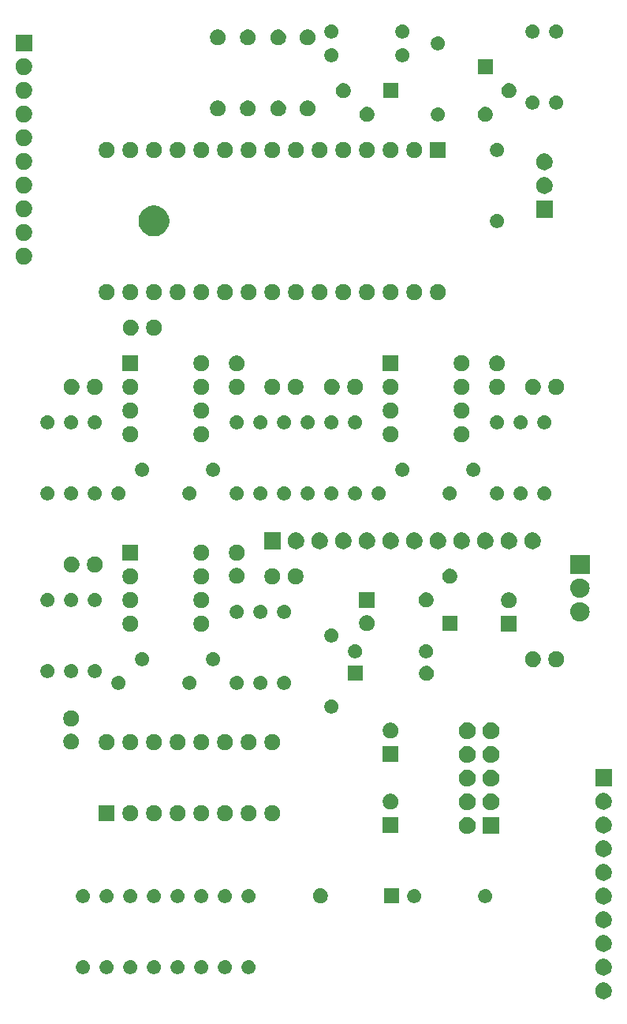
<source format=gbr>
G04 #@! TF.GenerationSoftware,KiCad,Pcbnew,(5.1.6)-1*
G04 #@! TF.CreationDate,2021-08-06T14:07:39+02:00*
G04 #@! TF.ProjectId,NanoGris,4e616e6f-4772-4697-932e-6b696361645f,rev?*
G04 #@! TF.SameCoordinates,Original*
G04 #@! TF.FileFunction,Soldermask,Bot*
G04 #@! TF.FilePolarity,Negative*
%FSLAX46Y46*%
G04 Gerber Fmt 4.6, Leading zero omitted, Abs format (unit mm)*
G04 Created by KiCad (PCBNEW (5.1.6)-1) date 2021-08-06 14:07:39*
%MOMM*%
%LPD*%
G01*
G04 APERTURE LIST*
%ADD10C,0.100000*%
G04 APERTURE END LIST*
D10*
G36*
X166483512Y-122293927D02*
G01*
X166632812Y-122323624D01*
X166796784Y-122391544D01*
X166944354Y-122490147D01*
X167069853Y-122615646D01*
X167168456Y-122763216D01*
X167236376Y-122927188D01*
X167271000Y-123101259D01*
X167271000Y-123278741D01*
X167236376Y-123452812D01*
X167168456Y-123616784D01*
X167069853Y-123764354D01*
X166944354Y-123889853D01*
X166796784Y-123988456D01*
X166632812Y-124056376D01*
X166483512Y-124086073D01*
X166458742Y-124091000D01*
X166281258Y-124091000D01*
X166256488Y-124086073D01*
X166107188Y-124056376D01*
X165943216Y-123988456D01*
X165795646Y-123889853D01*
X165670147Y-123764354D01*
X165571544Y-123616784D01*
X165503624Y-123452812D01*
X165469000Y-123278741D01*
X165469000Y-123101259D01*
X165503624Y-122927188D01*
X165571544Y-122763216D01*
X165670147Y-122615646D01*
X165795646Y-122490147D01*
X165943216Y-122391544D01*
X166107188Y-122323624D01*
X166256488Y-122293927D01*
X166281258Y-122289000D01*
X166458742Y-122289000D01*
X166483512Y-122293927D01*
G37*
G36*
X166483512Y-119753927D02*
G01*
X166632812Y-119783624D01*
X166796784Y-119851544D01*
X166944354Y-119950147D01*
X167069853Y-120075646D01*
X167168456Y-120223216D01*
X167236376Y-120387188D01*
X167271000Y-120561259D01*
X167271000Y-120738741D01*
X167236376Y-120912812D01*
X167168456Y-121076784D01*
X167069853Y-121224354D01*
X166944354Y-121349853D01*
X166796784Y-121448456D01*
X166632812Y-121516376D01*
X166483512Y-121546073D01*
X166458742Y-121551000D01*
X166281258Y-121551000D01*
X166256488Y-121546073D01*
X166107188Y-121516376D01*
X165943216Y-121448456D01*
X165795646Y-121349853D01*
X165670147Y-121224354D01*
X165571544Y-121076784D01*
X165503624Y-120912812D01*
X165469000Y-120738741D01*
X165469000Y-120561259D01*
X165503624Y-120387188D01*
X165571544Y-120223216D01*
X165670147Y-120075646D01*
X165795646Y-119950147D01*
X165943216Y-119851544D01*
X166107188Y-119783624D01*
X166256488Y-119753927D01*
X166281258Y-119749000D01*
X166458742Y-119749000D01*
X166483512Y-119753927D01*
G37*
G36*
X120869059Y-119927860D02*
G01*
X120922865Y-119950147D01*
X121005732Y-119984472D01*
X121128735Y-120066660D01*
X121233340Y-120171265D01*
X121268054Y-120223218D01*
X121315529Y-120294270D01*
X121372140Y-120430941D01*
X121401000Y-120576032D01*
X121401000Y-120723968D01*
X121398061Y-120738742D01*
X121372140Y-120869059D01*
X121315528Y-121005732D01*
X121233340Y-121128735D01*
X121128735Y-121233340D01*
X121005732Y-121315528D01*
X121005731Y-121315529D01*
X121005730Y-121315529D01*
X120869059Y-121372140D01*
X120723968Y-121401000D01*
X120576032Y-121401000D01*
X120430941Y-121372140D01*
X120294270Y-121315529D01*
X120294269Y-121315529D01*
X120294268Y-121315528D01*
X120171265Y-121233340D01*
X120066660Y-121128735D01*
X119984472Y-121005732D01*
X119927860Y-120869059D01*
X119901939Y-120738742D01*
X119899000Y-120723968D01*
X119899000Y-120576032D01*
X119927860Y-120430941D01*
X119984471Y-120294270D01*
X120031946Y-120223218D01*
X120066660Y-120171265D01*
X120171265Y-120066660D01*
X120294268Y-119984472D01*
X120377136Y-119950147D01*
X120430941Y-119927860D01*
X120576032Y-119899000D01*
X120723968Y-119899000D01*
X120869059Y-119927860D01*
G37*
G36*
X125949059Y-119927860D02*
G01*
X126002865Y-119950147D01*
X126085732Y-119984472D01*
X126208735Y-120066660D01*
X126313340Y-120171265D01*
X126348054Y-120223218D01*
X126395529Y-120294270D01*
X126452140Y-120430941D01*
X126481000Y-120576032D01*
X126481000Y-120723968D01*
X126478061Y-120738742D01*
X126452140Y-120869059D01*
X126395528Y-121005732D01*
X126313340Y-121128735D01*
X126208735Y-121233340D01*
X126085732Y-121315528D01*
X126085731Y-121315529D01*
X126085730Y-121315529D01*
X125949059Y-121372140D01*
X125803968Y-121401000D01*
X125656032Y-121401000D01*
X125510941Y-121372140D01*
X125374270Y-121315529D01*
X125374269Y-121315529D01*
X125374268Y-121315528D01*
X125251265Y-121233340D01*
X125146660Y-121128735D01*
X125064472Y-121005732D01*
X125007860Y-120869059D01*
X124981939Y-120738742D01*
X124979000Y-120723968D01*
X124979000Y-120576032D01*
X125007860Y-120430941D01*
X125064471Y-120294270D01*
X125111946Y-120223218D01*
X125146660Y-120171265D01*
X125251265Y-120066660D01*
X125374268Y-119984472D01*
X125457136Y-119950147D01*
X125510941Y-119927860D01*
X125656032Y-119899000D01*
X125803968Y-119899000D01*
X125949059Y-119927860D01*
G37*
G36*
X123409059Y-119927860D02*
G01*
X123462865Y-119950147D01*
X123545732Y-119984472D01*
X123668735Y-120066660D01*
X123773340Y-120171265D01*
X123808054Y-120223218D01*
X123855529Y-120294270D01*
X123912140Y-120430941D01*
X123941000Y-120576032D01*
X123941000Y-120723968D01*
X123938061Y-120738742D01*
X123912140Y-120869059D01*
X123855528Y-121005732D01*
X123773340Y-121128735D01*
X123668735Y-121233340D01*
X123545732Y-121315528D01*
X123545731Y-121315529D01*
X123545730Y-121315529D01*
X123409059Y-121372140D01*
X123263968Y-121401000D01*
X123116032Y-121401000D01*
X122970941Y-121372140D01*
X122834270Y-121315529D01*
X122834269Y-121315529D01*
X122834268Y-121315528D01*
X122711265Y-121233340D01*
X122606660Y-121128735D01*
X122524472Y-121005732D01*
X122467860Y-120869059D01*
X122441939Y-120738742D01*
X122439000Y-120723968D01*
X122439000Y-120576032D01*
X122467860Y-120430941D01*
X122524471Y-120294270D01*
X122571946Y-120223218D01*
X122606660Y-120171265D01*
X122711265Y-120066660D01*
X122834268Y-119984472D01*
X122917136Y-119950147D01*
X122970941Y-119927860D01*
X123116032Y-119899000D01*
X123263968Y-119899000D01*
X123409059Y-119927860D01*
G37*
G36*
X115789059Y-119927860D02*
G01*
X115842865Y-119950147D01*
X115925732Y-119984472D01*
X116048735Y-120066660D01*
X116153340Y-120171265D01*
X116188054Y-120223218D01*
X116235529Y-120294270D01*
X116292140Y-120430941D01*
X116321000Y-120576032D01*
X116321000Y-120723968D01*
X116318061Y-120738742D01*
X116292140Y-120869059D01*
X116235528Y-121005732D01*
X116153340Y-121128735D01*
X116048735Y-121233340D01*
X115925732Y-121315528D01*
X115925731Y-121315529D01*
X115925730Y-121315529D01*
X115789059Y-121372140D01*
X115643968Y-121401000D01*
X115496032Y-121401000D01*
X115350941Y-121372140D01*
X115214270Y-121315529D01*
X115214269Y-121315529D01*
X115214268Y-121315528D01*
X115091265Y-121233340D01*
X114986660Y-121128735D01*
X114904472Y-121005732D01*
X114847860Y-120869059D01*
X114821939Y-120738742D01*
X114819000Y-120723968D01*
X114819000Y-120576032D01*
X114847860Y-120430941D01*
X114904471Y-120294270D01*
X114951946Y-120223218D01*
X114986660Y-120171265D01*
X115091265Y-120066660D01*
X115214268Y-119984472D01*
X115297136Y-119950147D01*
X115350941Y-119927860D01*
X115496032Y-119899000D01*
X115643968Y-119899000D01*
X115789059Y-119927860D01*
G37*
G36*
X128489059Y-119927860D02*
G01*
X128542865Y-119950147D01*
X128625732Y-119984472D01*
X128748735Y-120066660D01*
X128853340Y-120171265D01*
X128888054Y-120223218D01*
X128935529Y-120294270D01*
X128992140Y-120430941D01*
X129021000Y-120576032D01*
X129021000Y-120723968D01*
X129018061Y-120738742D01*
X128992140Y-120869059D01*
X128935528Y-121005732D01*
X128853340Y-121128735D01*
X128748735Y-121233340D01*
X128625732Y-121315528D01*
X128625731Y-121315529D01*
X128625730Y-121315529D01*
X128489059Y-121372140D01*
X128343968Y-121401000D01*
X128196032Y-121401000D01*
X128050941Y-121372140D01*
X127914270Y-121315529D01*
X127914269Y-121315529D01*
X127914268Y-121315528D01*
X127791265Y-121233340D01*
X127686660Y-121128735D01*
X127604472Y-121005732D01*
X127547860Y-120869059D01*
X127521939Y-120738742D01*
X127519000Y-120723968D01*
X127519000Y-120576032D01*
X127547860Y-120430941D01*
X127604471Y-120294270D01*
X127651946Y-120223218D01*
X127686660Y-120171265D01*
X127791265Y-120066660D01*
X127914268Y-119984472D01*
X127997136Y-119950147D01*
X128050941Y-119927860D01*
X128196032Y-119899000D01*
X128343968Y-119899000D01*
X128489059Y-119927860D01*
G37*
G36*
X118329059Y-119927860D02*
G01*
X118382865Y-119950147D01*
X118465732Y-119984472D01*
X118588735Y-120066660D01*
X118693340Y-120171265D01*
X118728054Y-120223218D01*
X118775529Y-120294270D01*
X118832140Y-120430941D01*
X118861000Y-120576032D01*
X118861000Y-120723968D01*
X118858061Y-120738742D01*
X118832140Y-120869059D01*
X118775528Y-121005732D01*
X118693340Y-121128735D01*
X118588735Y-121233340D01*
X118465732Y-121315528D01*
X118465731Y-121315529D01*
X118465730Y-121315529D01*
X118329059Y-121372140D01*
X118183968Y-121401000D01*
X118036032Y-121401000D01*
X117890941Y-121372140D01*
X117754270Y-121315529D01*
X117754269Y-121315529D01*
X117754268Y-121315528D01*
X117631265Y-121233340D01*
X117526660Y-121128735D01*
X117444472Y-121005732D01*
X117387860Y-120869059D01*
X117361939Y-120738742D01*
X117359000Y-120723968D01*
X117359000Y-120576032D01*
X117387860Y-120430941D01*
X117444471Y-120294270D01*
X117491946Y-120223218D01*
X117526660Y-120171265D01*
X117631265Y-120066660D01*
X117754268Y-119984472D01*
X117837136Y-119950147D01*
X117890941Y-119927860D01*
X118036032Y-119899000D01*
X118183968Y-119899000D01*
X118329059Y-119927860D01*
G37*
G36*
X110709059Y-119927860D02*
G01*
X110762865Y-119950147D01*
X110845732Y-119984472D01*
X110968735Y-120066660D01*
X111073340Y-120171265D01*
X111108054Y-120223218D01*
X111155529Y-120294270D01*
X111212140Y-120430941D01*
X111241000Y-120576032D01*
X111241000Y-120723968D01*
X111238061Y-120738742D01*
X111212140Y-120869059D01*
X111155528Y-121005732D01*
X111073340Y-121128735D01*
X110968735Y-121233340D01*
X110845732Y-121315528D01*
X110845731Y-121315529D01*
X110845730Y-121315529D01*
X110709059Y-121372140D01*
X110563968Y-121401000D01*
X110416032Y-121401000D01*
X110270941Y-121372140D01*
X110134270Y-121315529D01*
X110134269Y-121315529D01*
X110134268Y-121315528D01*
X110011265Y-121233340D01*
X109906660Y-121128735D01*
X109824472Y-121005732D01*
X109767860Y-120869059D01*
X109741939Y-120738742D01*
X109739000Y-120723968D01*
X109739000Y-120576032D01*
X109767860Y-120430941D01*
X109824471Y-120294270D01*
X109871946Y-120223218D01*
X109906660Y-120171265D01*
X110011265Y-120066660D01*
X110134268Y-119984472D01*
X110217136Y-119950147D01*
X110270941Y-119927860D01*
X110416032Y-119899000D01*
X110563968Y-119899000D01*
X110709059Y-119927860D01*
G37*
G36*
X113249059Y-119927860D02*
G01*
X113302865Y-119950147D01*
X113385732Y-119984472D01*
X113508735Y-120066660D01*
X113613340Y-120171265D01*
X113648054Y-120223218D01*
X113695529Y-120294270D01*
X113752140Y-120430941D01*
X113781000Y-120576032D01*
X113781000Y-120723968D01*
X113778061Y-120738742D01*
X113752140Y-120869059D01*
X113695528Y-121005732D01*
X113613340Y-121128735D01*
X113508735Y-121233340D01*
X113385732Y-121315528D01*
X113385731Y-121315529D01*
X113385730Y-121315529D01*
X113249059Y-121372140D01*
X113103968Y-121401000D01*
X112956032Y-121401000D01*
X112810941Y-121372140D01*
X112674270Y-121315529D01*
X112674269Y-121315529D01*
X112674268Y-121315528D01*
X112551265Y-121233340D01*
X112446660Y-121128735D01*
X112364472Y-121005732D01*
X112307860Y-120869059D01*
X112281939Y-120738742D01*
X112279000Y-120723968D01*
X112279000Y-120576032D01*
X112307860Y-120430941D01*
X112364471Y-120294270D01*
X112411946Y-120223218D01*
X112446660Y-120171265D01*
X112551265Y-120066660D01*
X112674268Y-119984472D01*
X112757136Y-119950147D01*
X112810941Y-119927860D01*
X112956032Y-119899000D01*
X113103968Y-119899000D01*
X113249059Y-119927860D01*
G37*
G36*
X166483512Y-117213927D02*
G01*
X166632812Y-117243624D01*
X166796784Y-117311544D01*
X166944354Y-117410147D01*
X167069853Y-117535646D01*
X167168456Y-117683216D01*
X167236376Y-117847188D01*
X167271000Y-118021259D01*
X167271000Y-118198741D01*
X167236376Y-118372812D01*
X167168456Y-118536784D01*
X167069853Y-118684354D01*
X166944354Y-118809853D01*
X166796784Y-118908456D01*
X166632812Y-118976376D01*
X166483512Y-119006073D01*
X166458742Y-119011000D01*
X166281258Y-119011000D01*
X166256488Y-119006073D01*
X166107188Y-118976376D01*
X165943216Y-118908456D01*
X165795646Y-118809853D01*
X165670147Y-118684354D01*
X165571544Y-118536784D01*
X165503624Y-118372812D01*
X165469000Y-118198741D01*
X165469000Y-118021259D01*
X165503624Y-117847188D01*
X165571544Y-117683216D01*
X165670147Y-117535646D01*
X165795646Y-117410147D01*
X165943216Y-117311544D01*
X166107188Y-117243624D01*
X166256488Y-117213927D01*
X166281258Y-117209000D01*
X166458742Y-117209000D01*
X166483512Y-117213927D01*
G37*
G36*
X166483512Y-114673927D02*
G01*
X166632812Y-114703624D01*
X166796784Y-114771544D01*
X166944354Y-114870147D01*
X167069853Y-114995646D01*
X167168456Y-115143216D01*
X167236376Y-115307188D01*
X167271000Y-115481259D01*
X167271000Y-115658741D01*
X167236376Y-115832812D01*
X167168456Y-115996784D01*
X167069853Y-116144354D01*
X166944354Y-116269853D01*
X166796784Y-116368456D01*
X166632812Y-116436376D01*
X166483512Y-116466073D01*
X166458742Y-116471000D01*
X166281258Y-116471000D01*
X166256488Y-116466073D01*
X166107188Y-116436376D01*
X165943216Y-116368456D01*
X165795646Y-116269853D01*
X165670147Y-116144354D01*
X165571544Y-115996784D01*
X165503624Y-115832812D01*
X165469000Y-115658741D01*
X165469000Y-115481259D01*
X165503624Y-115307188D01*
X165571544Y-115143216D01*
X165670147Y-114995646D01*
X165795646Y-114870147D01*
X165943216Y-114771544D01*
X166107188Y-114703624D01*
X166256488Y-114673927D01*
X166281258Y-114669000D01*
X166458742Y-114669000D01*
X166483512Y-114673927D01*
G37*
G36*
X166483512Y-112133927D02*
G01*
X166632812Y-112163624D01*
X166796784Y-112231544D01*
X166944354Y-112330147D01*
X167069853Y-112455646D01*
X167168456Y-112603216D01*
X167236376Y-112767188D01*
X167271000Y-112941259D01*
X167271000Y-113118741D01*
X167236376Y-113292812D01*
X167168456Y-113456784D01*
X167069853Y-113604354D01*
X166944354Y-113729853D01*
X166796784Y-113828456D01*
X166632812Y-113896376D01*
X166483512Y-113926073D01*
X166458742Y-113931000D01*
X166281258Y-113931000D01*
X166256488Y-113926073D01*
X166107188Y-113896376D01*
X165943216Y-113828456D01*
X165795646Y-113729853D01*
X165670147Y-113604354D01*
X165571544Y-113456784D01*
X165503624Y-113292812D01*
X165469000Y-113118741D01*
X165469000Y-112941259D01*
X165503624Y-112767188D01*
X165571544Y-112603216D01*
X165670147Y-112455646D01*
X165795646Y-112330147D01*
X165943216Y-112231544D01*
X166107188Y-112163624D01*
X166256488Y-112133927D01*
X166281258Y-112129000D01*
X166458742Y-112129000D01*
X166483512Y-112133927D01*
G37*
G36*
X144412600Y-113805600D02*
G01*
X142810600Y-113805600D01*
X142810600Y-112203600D01*
X144412600Y-112203600D01*
X144412600Y-113805600D01*
G37*
G36*
X136225242Y-112234381D02*
G01*
X136332961Y-112279000D01*
X136371016Y-112294763D01*
X136502208Y-112382422D01*
X136613778Y-112493992D01*
X136686760Y-112603218D01*
X136701438Y-112625186D01*
X136761819Y-112770958D01*
X136792600Y-112925707D01*
X136792600Y-113083493D01*
X136761819Y-113238242D01*
X136739215Y-113292812D01*
X136701437Y-113384016D01*
X136613778Y-113515208D01*
X136502208Y-113626778D01*
X136371016Y-113714437D01*
X136371015Y-113714438D01*
X136371014Y-113714438D01*
X136225242Y-113774819D01*
X136070493Y-113805600D01*
X135912707Y-113805600D01*
X135757958Y-113774819D01*
X135612186Y-113714438D01*
X135612185Y-113714438D01*
X135612184Y-113714437D01*
X135480992Y-113626778D01*
X135369422Y-113515208D01*
X135281763Y-113384016D01*
X135243985Y-113292812D01*
X135221381Y-113238242D01*
X135190600Y-113083493D01*
X135190600Y-112925707D01*
X135221381Y-112770958D01*
X135281762Y-112625186D01*
X135296440Y-112603218D01*
X135369422Y-112493992D01*
X135480992Y-112382422D01*
X135612184Y-112294763D01*
X135650239Y-112279000D01*
X135757958Y-112234381D01*
X135912707Y-112203600D01*
X136070493Y-112203600D01*
X136225242Y-112234381D01*
G37*
G36*
X120869059Y-112307860D02*
G01*
X120922865Y-112330147D01*
X121005732Y-112364472D01*
X121128735Y-112446660D01*
X121233340Y-112551265D01*
X121268054Y-112603218D01*
X121315529Y-112674270D01*
X121372140Y-112810941D01*
X121401000Y-112956032D01*
X121401000Y-113103968D01*
X121398061Y-113118742D01*
X121372140Y-113249059D01*
X121315528Y-113385732D01*
X121233340Y-113508735D01*
X121128735Y-113613340D01*
X121005732Y-113695528D01*
X121005731Y-113695529D01*
X121005730Y-113695529D01*
X120869059Y-113752140D01*
X120723968Y-113781000D01*
X120576032Y-113781000D01*
X120430941Y-113752140D01*
X120294270Y-113695529D01*
X120294269Y-113695529D01*
X120294268Y-113695528D01*
X120171265Y-113613340D01*
X120066660Y-113508735D01*
X119984472Y-113385732D01*
X119927860Y-113249059D01*
X119901939Y-113118742D01*
X119899000Y-113103968D01*
X119899000Y-112956032D01*
X119927860Y-112810941D01*
X119984471Y-112674270D01*
X120031946Y-112603218D01*
X120066660Y-112551265D01*
X120171265Y-112446660D01*
X120294268Y-112364472D01*
X120377136Y-112330147D01*
X120430941Y-112307860D01*
X120576032Y-112279000D01*
X120723968Y-112279000D01*
X120869059Y-112307860D01*
G37*
G36*
X113249059Y-112307860D02*
G01*
X113302865Y-112330147D01*
X113385732Y-112364472D01*
X113508735Y-112446660D01*
X113613340Y-112551265D01*
X113648054Y-112603218D01*
X113695529Y-112674270D01*
X113752140Y-112810941D01*
X113781000Y-112956032D01*
X113781000Y-113103968D01*
X113778061Y-113118742D01*
X113752140Y-113249059D01*
X113695528Y-113385732D01*
X113613340Y-113508735D01*
X113508735Y-113613340D01*
X113385732Y-113695528D01*
X113385731Y-113695529D01*
X113385730Y-113695529D01*
X113249059Y-113752140D01*
X113103968Y-113781000D01*
X112956032Y-113781000D01*
X112810941Y-113752140D01*
X112674270Y-113695529D01*
X112674269Y-113695529D01*
X112674268Y-113695528D01*
X112551265Y-113613340D01*
X112446660Y-113508735D01*
X112364472Y-113385732D01*
X112307860Y-113249059D01*
X112281939Y-113118742D01*
X112279000Y-113103968D01*
X112279000Y-112956032D01*
X112307860Y-112810941D01*
X112364471Y-112674270D01*
X112411946Y-112603218D01*
X112446660Y-112551265D01*
X112551265Y-112446660D01*
X112674268Y-112364472D01*
X112757136Y-112330147D01*
X112810941Y-112307860D01*
X112956032Y-112279000D01*
X113103968Y-112279000D01*
X113249059Y-112307860D01*
G37*
G36*
X153889059Y-112307860D02*
G01*
X153942865Y-112330147D01*
X154025732Y-112364472D01*
X154148735Y-112446660D01*
X154253340Y-112551265D01*
X154288054Y-112603218D01*
X154335529Y-112674270D01*
X154392140Y-112810941D01*
X154421000Y-112956032D01*
X154421000Y-113103968D01*
X154418061Y-113118742D01*
X154392140Y-113249059D01*
X154335528Y-113385732D01*
X154253340Y-113508735D01*
X154148735Y-113613340D01*
X154025732Y-113695528D01*
X154025731Y-113695529D01*
X154025730Y-113695529D01*
X153889059Y-113752140D01*
X153743968Y-113781000D01*
X153596032Y-113781000D01*
X153450941Y-113752140D01*
X153314270Y-113695529D01*
X153314269Y-113695529D01*
X153314268Y-113695528D01*
X153191265Y-113613340D01*
X153086660Y-113508735D01*
X153004472Y-113385732D01*
X152947860Y-113249059D01*
X152921939Y-113118742D01*
X152919000Y-113103968D01*
X152919000Y-112956032D01*
X152947860Y-112810941D01*
X153004471Y-112674270D01*
X153051946Y-112603218D01*
X153086660Y-112551265D01*
X153191265Y-112446660D01*
X153314268Y-112364472D01*
X153397136Y-112330147D01*
X153450941Y-112307860D01*
X153596032Y-112279000D01*
X153743968Y-112279000D01*
X153889059Y-112307860D01*
G37*
G36*
X115789059Y-112307860D02*
G01*
X115842865Y-112330147D01*
X115925732Y-112364472D01*
X116048735Y-112446660D01*
X116153340Y-112551265D01*
X116188054Y-112603218D01*
X116235529Y-112674270D01*
X116292140Y-112810941D01*
X116321000Y-112956032D01*
X116321000Y-113103968D01*
X116318061Y-113118742D01*
X116292140Y-113249059D01*
X116235528Y-113385732D01*
X116153340Y-113508735D01*
X116048735Y-113613340D01*
X115925732Y-113695528D01*
X115925731Y-113695529D01*
X115925730Y-113695529D01*
X115789059Y-113752140D01*
X115643968Y-113781000D01*
X115496032Y-113781000D01*
X115350941Y-113752140D01*
X115214270Y-113695529D01*
X115214269Y-113695529D01*
X115214268Y-113695528D01*
X115091265Y-113613340D01*
X114986660Y-113508735D01*
X114904472Y-113385732D01*
X114847860Y-113249059D01*
X114821939Y-113118742D01*
X114819000Y-113103968D01*
X114819000Y-112956032D01*
X114847860Y-112810941D01*
X114904471Y-112674270D01*
X114951946Y-112603218D01*
X114986660Y-112551265D01*
X115091265Y-112446660D01*
X115214268Y-112364472D01*
X115297136Y-112330147D01*
X115350941Y-112307860D01*
X115496032Y-112279000D01*
X115643968Y-112279000D01*
X115789059Y-112307860D01*
G37*
G36*
X128489059Y-112307860D02*
G01*
X128542865Y-112330147D01*
X128625732Y-112364472D01*
X128748735Y-112446660D01*
X128853340Y-112551265D01*
X128888054Y-112603218D01*
X128935529Y-112674270D01*
X128992140Y-112810941D01*
X129021000Y-112956032D01*
X129021000Y-113103968D01*
X129018061Y-113118742D01*
X128992140Y-113249059D01*
X128935528Y-113385732D01*
X128853340Y-113508735D01*
X128748735Y-113613340D01*
X128625732Y-113695528D01*
X128625731Y-113695529D01*
X128625730Y-113695529D01*
X128489059Y-113752140D01*
X128343968Y-113781000D01*
X128196032Y-113781000D01*
X128050941Y-113752140D01*
X127914270Y-113695529D01*
X127914269Y-113695529D01*
X127914268Y-113695528D01*
X127791265Y-113613340D01*
X127686660Y-113508735D01*
X127604472Y-113385732D01*
X127547860Y-113249059D01*
X127521939Y-113118742D01*
X127519000Y-113103968D01*
X127519000Y-112956032D01*
X127547860Y-112810941D01*
X127604471Y-112674270D01*
X127651946Y-112603218D01*
X127686660Y-112551265D01*
X127791265Y-112446660D01*
X127914268Y-112364472D01*
X127997136Y-112330147D01*
X128050941Y-112307860D01*
X128196032Y-112279000D01*
X128343968Y-112279000D01*
X128489059Y-112307860D01*
G37*
G36*
X110709059Y-112307860D02*
G01*
X110762865Y-112330147D01*
X110845732Y-112364472D01*
X110968735Y-112446660D01*
X111073340Y-112551265D01*
X111108054Y-112603218D01*
X111155529Y-112674270D01*
X111212140Y-112810941D01*
X111241000Y-112956032D01*
X111241000Y-113103968D01*
X111238061Y-113118742D01*
X111212140Y-113249059D01*
X111155528Y-113385732D01*
X111073340Y-113508735D01*
X110968735Y-113613340D01*
X110845732Y-113695528D01*
X110845731Y-113695529D01*
X110845730Y-113695529D01*
X110709059Y-113752140D01*
X110563968Y-113781000D01*
X110416032Y-113781000D01*
X110270941Y-113752140D01*
X110134270Y-113695529D01*
X110134269Y-113695529D01*
X110134268Y-113695528D01*
X110011265Y-113613340D01*
X109906660Y-113508735D01*
X109824472Y-113385732D01*
X109767860Y-113249059D01*
X109741939Y-113118742D01*
X109739000Y-113103968D01*
X109739000Y-112956032D01*
X109767860Y-112810941D01*
X109824471Y-112674270D01*
X109871946Y-112603218D01*
X109906660Y-112551265D01*
X110011265Y-112446660D01*
X110134268Y-112364472D01*
X110217136Y-112330147D01*
X110270941Y-112307860D01*
X110416032Y-112279000D01*
X110563968Y-112279000D01*
X110709059Y-112307860D01*
G37*
G36*
X123409059Y-112307860D02*
G01*
X123462865Y-112330147D01*
X123545732Y-112364472D01*
X123668735Y-112446660D01*
X123773340Y-112551265D01*
X123808054Y-112603218D01*
X123855529Y-112674270D01*
X123912140Y-112810941D01*
X123941000Y-112956032D01*
X123941000Y-113103968D01*
X123938061Y-113118742D01*
X123912140Y-113249059D01*
X123855528Y-113385732D01*
X123773340Y-113508735D01*
X123668735Y-113613340D01*
X123545732Y-113695528D01*
X123545731Y-113695529D01*
X123545730Y-113695529D01*
X123409059Y-113752140D01*
X123263968Y-113781000D01*
X123116032Y-113781000D01*
X122970941Y-113752140D01*
X122834270Y-113695529D01*
X122834269Y-113695529D01*
X122834268Y-113695528D01*
X122711265Y-113613340D01*
X122606660Y-113508735D01*
X122524472Y-113385732D01*
X122467860Y-113249059D01*
X122441939Y-113118742D01*
X122439000Y-113103968D01*
X122439000Y-112956032D01*
X122467860Y-112810941D01*
X122524471Y-112674270D01*
X122571946Y-112603218D01*
X122606660Y-112551265D01*
X122711265Y-112446660D01*
X122834268Y-112364472D01*
X122917136Y-112330147D01*
X122970941Y-112307860D01*
X123116032Y-112279000D01*
X123263968Y-112279000D01*
X123409059Y-112307860D01*
G37*
G36*
X125949059Y-112307860D02*
G01*
X126002865Y-112330147D01*
X126085732Y-112364472D01*
X126208735Y-112446660D01*
X126313340Y-112551265D01*
X126348054Y-112603218D01*
X126395529Y-112674270D01*
X126452140Y-112810941D01*
X126481000Y-112956032D01*
X126481000Y-113103968D01*
X126478061Y-113118742D01*
X126452140Y-113249059D01*
X126395528Y-113385732D01*
X126313340Y-113508735D01*
X126208735Y-113613340D01*
X126085732Y-113695528D01*
X126085731Y-113695529D01*
X126085730Y-113695529D01*
X125949059Y-113752140D01*
X125803968Y-113781000D01*
X125656032Y-113781000D01*
X125510941Y-113752140D01*
X125374270Y-113695529D01*
X125374269Y-113695529D01*
X125374268Y-113695528D01*
X125251265Y-113613340D01*
X125146660Y-113508735D01*
X125064472Y-113385732D01*
X125007860Y-113249059D01*
X124981939Y-113118742D01*
X124979000Y-113103968D01*
X124979000Y-112956032D01*
X125007860Y-112810941D01*
X125064471Y-112674270D01*
X125111946Y-112603218D01*
X125146660Y-112551265D01*
X125251265Y-112446660D01*
X125374268Y-112364472D01*
X125457136Y-112330147D01*
X125510941Y-112307860D01*
X125656032Y-112279000D01*
X125803968Y-112279000D01*
X125949059Y-112307860D01*
G37*
G36*
X118329059Y-112307860D02*
G01*
X118382865Y-112330147D01*
X118465732Y-112364472D01*
X118588735Y-112446660D01*
X118693340Y-112551265D01*
X118728054Y-112603218D01*
X118775529Y-112674270D01*
X118832140Y-112810941D01*
X118861000Y-112956032D01*
X118861000Y-113103968D01*
X118858061Y-113118742D01*
X118832140Y-113249059D01*
X118775528Y-113385732D01*
X118693340Y-113508735D01*
X118588735Y-113613340D01*
X118465732Y-113695528D01*
X118465731Y-113695529D01*
X118465730Y-113695529D01*
X118329059Y-113752140D01*
X118183968Y-113781000D01*
X118036032Y-113781000D01*
X117890941Y-113752140D01*
X117754270Y-113695529D01*
X117754269Y-113695529D01*
X117754268Y-113695528D01*
X117631265Y-113613340D01*
X117526660Y-113508735D01*
X117444472Y-113385732D01*
X117387860Y-113249059D01*
X117361939Y-113118742D01*
X117359000Y-113103968D01*
X117359000Y-112956032D01*
X117387860Y-112810941D01*
X117444471Y-112674270D01*
X117491946Y-112603218D01*
X117526660Y-112551265D01*
X117631265Y-112446660D01*
X117754268Y-112364472D01*
X117837136Y-112330147D01*
X117890941Y-112307860D01*
X118036032Y-112279000D01*
X118183968Y-112279000D01*
X118329059Y-112307860D01*
G37*
G36*
X146269059Y-112307860D02*
G01*
X146322865Y-112330147D01*
X146405732Y-112364472D01*
X146528735Y-112446660D01*
X146633340Y-112551265D01*
X146668054Y-112603218D01*
X146715529Y-112674270D01*
X146772140Y-112810941D01*
X146801000Y-112956032D01*
X146801000Y-113103968D01*
X146798061Y-113118742D01*
X146772140Y-113249059D01*
X146715528Y-113385732D01*
X146633340Y-113508735D01*
X146528735Y-113613340D01*
X146405732Y-113695528D01*
X146405731Y-113695529D01*
X146405730Y-113695529D01*
X146269059Y-113752140D01*
X146123968Y-113781000D01*
X145976032Y-113781000D01*
X145830941Y-113752140D01*
X145694270Y-113695529D01*
X145694269Y-113695529D01*
X145694268Y-113695528D01*
X145571265Y-113613340D01*
X145466660Y-113508735D01*
X145384472Y-113385732D01*
X145327860Y-113249059D01*
X145301939Y-113118742D01*
X145299000Y-113103968D01*
X145299000Y-112956032D01*
X145327860Y-112810941D01*
X145384471Y-112674270D01*
X145431946Y-112603218D01*
X145466660Y-112551265D01*
X145571265Y-112446660D01*
X145694268Y-112364472D01*
X145777136Y-112330147D01*
X145830941Y-112307860D01*
X145976032Y-112279000D01*
X146123968Y-112279000D01*
X146269059Y-112307860D01*
G37*
G36*
X166483512Y-109593927D02*
G01*
X166632812Y-109623624D01*
X166796784Y-109691544D01*
X166944354Y-109790147D01*
X167069853Y-109915646D01*
X167168456Y-110063216D01*
X167236376Y-110227188D01*
X167271000Y-110401259D01*
X167271000Y-110578741D01*
X167236376Y-110752812D01*
X167168456Y-110916784D01*
X167069853Y-111064354D01*
X166944354Y-111189853D01*
X166796784Y-111288456D01*
X166632812Y-111356376D01*
X166483512Y-111386073D01*
X166458742Y-111391000D01*
X166281258Y-111391000D01*
X166256488Y-111386073D01*
X166107188Y-111356376D01*
X165943216Y-111288456D01*
X165795646Y-111189853D01*
X165670147Y-111064354D01*
X165571544Y-110916784D01*
X165503624Y-110752812D01*
X165469000Y-110578741D01*
X165469000Y-110401259D01*
X165503624Y-110227188D01*
X165571544Y-110063216D01*
X165670147Y-109915646D01*
X165795646Y-109790147D01*
X165943216Y-109691544D01*
X166107188Y-109623624D01*
X166256488Y-109593927D01*
X166281258Y-109589000D01*
X166458742Y-109589000D01*
X166483512Y-109593927D01*
G37*
G36*
X166483512Y-107053927D02*
G01*
X166632812Y-107083624D01*
X166796784Y-107151544D01*
X166944354Y-107250147D01*
X167069853Y-107375646D01*
X167168456Y-107523216D01*
X167236376Y-107687188D01*
X167271000Y-107861259D01*
X167271000Y-108038741D01*
X167236376Y-108212812D01*
X167168456Y-108376784D01*
X167069853Y-108524354D01*
X166944354Y-108649853D01*
X166796784Y-108748456D01*
X166632812Y-108816376D01*
X166483512Y-108846073D01*
X166458742Y-108851000D01*
X166281258Y-108851000D01*
X166256488Y-108846073D01*
X166107188Y-108816376D01*
X165943216Y-108748456D01*
X165795646Y-108649853D01*
X165670147Y-108524354D01*
X165571544Y-108376784D01*
X165503624Y-108212812D01*
X165469000Y-108038741D01*
X165469000Y-107861259D01*
X165503624Y-107687188D01*
X165571544Y-107523216D01*
X165670147Y-107375646D01*
X165795646Y-107250147D01*
X165943216Y-107151544D01*
X166107188Y-107083624D01*
X166256488Y-107053927D01*
X166281258Y-107049000D01*
X166458742Y-107049000D01*
X166483512Y-107053927D01*
G37*
G36*
X151853112Y-104564727D02*
G01*
X152002412Y-104594424D01*
X152166384Y-104662344D01*
X152313954Y-104760947D01*
X152439453Y-104886446D01*
X152538056Y-105034016D01*
X152605976Y-105197988D01*
X152640600Y-105372059D01*
X152640600Y-105549541D01*
X152605976Y-105723612D01*
X152538056Y-105887584D01*
X152439453Y-106035154D01*
X152313954Y-106160653D01*
X152166384Y-106259256D01*
X152002412Y-106327176D01*
X151853112Y-106356873D01*
X151828342Y-106361800D01*
X151650858Y-106361800D01*
X151626088Y-106356873D01*
X151476788Y-106327176D01*
X151312816Y-106259256D01*
X151165246Y-106160653D01*
X151039747Y-106035154D01*
X150941144Y-105887584D01*
X150873224Y-105723612D01*
X150838600Y-105549541D01*
X150838600Y-105372059D01*
X150873224Y-105197988D01*
X150941144Y-105034016D01*
X151039747Y-104886446D01*
X151165246Y-104760947D01*
X151312816Y-104662344D01*
X151476788Y-104594424D01*
X151626088Y-104564727D01*
X151650858Y-104559800D01*
X151828342Y-104559800D01*
X151853112Y-104564727D01*
G37*
G36*
X155180600Y-106361800D02*
G01*
X153378600Y-106361800D01*
X153378600Y-104559800D01*
X155180600Y-104559800D01*
X155180600Y-106361800D01*
G37*
G36*
X166483512Y-104513927D02*
G01*
X166632812Y-104543624D01*
X166796784Y-104611544D01*
X166944354Y-104710147D01*
X167069853Y-104835646D01*
X167168456Y-104983216D01*
X167236376Y-105147188D01*
X167271000Y-105321259D01*
X167271000Y-105498741D01*
X167236376Y-105672812D01*
X167168456Y-105836784D01*
X167069853Y-105984354D01*
X166944354Y-106109853D01*
X166796784Y-106208456D01*
X166632812Y-106276376D01*
X166483512Y-106306073D01*
X166458742Y-106311000D01*
X166281258Y-106311000D01*
X166256488Y-106306073D01*
X166107188Y-106276376D01*
X165943216Y-106208456D01*
X165795646Y-106109853D01*
X165670147Y-105984354D01*
X165571544Y-105836784D01*
X165503624Y-105672812D01*
X165469000Y-105498741D01*
X165469000Y-105321259D01*
X165503624Y-105147188D01*
X165571544Y-104983216D01*
X165670147Y-104835646D01*
X165795646Y-104710147D01*
X165943216Y-104611544D01*
X166107188Y-104543624D01*
X166256488Y-104513927D01*
X166281258Y-104509000D01*
X166458742Y-104509000D01*
X166483512Y-104513927D01*
G37*
G36*
X144361000Y-106261000D02*
G01*
X142659000Y-106261000D01*
X142659000Y-104559000D01*
X144361000Y-104559000D01*
X144361000Y-106261000D01*
G37*
G36*
X123438228Y-103321703D02*
G01*
X123593100Y-103385853D01*
X123732481Y-103478985D01*
X123851015Y-103597519D01*
X123944147Y-103736900D01*
X124008297Y-103891772D01*
X124041000Y-104056184D01*
X124041000Y-104223816D01*
X124008297Y-104388228D01*
X123944147Y-104543100D01*
X123851015Y-104682481D01*
X123732481Y-104801015D01*
X123593100Y-104894147D01*
X123438228Y-104958297D01*
X123273816Y-104991000D01*
X123106184Y-104991000D01*
X122941772Y-104958297D01*
X122786900Y-104894147D01*
X122647519Y-104801015D01*
X122528985Y-104682481D01*
X122435853Y-104543100D01*
X122371703Y-104388228D01*
X122339000Y-104223816D01*
X122339000Y-104056184D01*
X122371703Y-103891772D01*
X122435853Y-103736900D01*
X122528985Y-103597519D01*
X122647519Y-103478985D01*
X122786900Y-103385853D01*
X122941772Y-103321703D01*
X123106184Y-103289000D01*
X123273816Y-103289000D01*
X123438228Y-103321703D01*
G37*
G36*
X125978228Y-103321703D02*
G01*
X126133100Y-103385853D01*
X126272481Y-103478985D01*
X126391015Y-103597519D01*
X126484147Y-103736900D01*
X126548297Y-103891772D01*
X126581000Y-104056184D01*
X126581000Y-104223816D01*
X126548297Y-104388228D01*
X126484147Y-104543100D01*
X126391015Y-104682481D01*
X126272481Y-104801015D01*
X126133100Y-104894147D01*
X125978228Y-104958297D01*
X125813816Y-104991000D01*
X125646184Y-104991000D01*
X125481772Y-104958297D01*
X125326900Y-104894147D01*
X125187519Y-104801015D01*
X125068985Y-104682481D01*
X124975853Y-104543100D01*
X124911703Y-104388228D01*
X124879000Y-104223816D01*
X124879000Y-104056184D01*
X124911703Y-103891772D01*
X124975853Y-103736900D01*
X125068985Y-103597519D01*
X125187519Y-103478985D01*
X125326900Y-103385853D01*
X125481772Y-103321703D01*
X125646184Y-103289000D01*
X125813816Y-103289000D01*
X125978228Y-103321703D01*
G37*
G36*
X128518228Y-103321703D02*
G01*
X128673100Y-103385853D01*
X128812481Y-103478985D01*
X128931015Y-103597519D01*
X129024147Y-103736900D01*
X129088297Y-103891772D01*
X129121000Y-104056184D01*
X129121000Y-104223816D01*
X129088297Y-104388228D01*
X129024147Y-104543100D01*
X128931015Y-104682481D01*
X128812481Y-104801015D01*
X128673100Y-104894147D01*
X128518228Y-104958297D01*
X128353816Y-104991000D01*
X128186184Y-104991000D01*
X128021772Y-104958297D01*
X127866900Y-104894147D01*
X127727519Y-104801015D01*
X127608985Y-104682481D01*
X127515853Y-104543100D01*
X127451703Y-104388228D01*
X127419000Y-104223816D01*
X127419000Y-104056184D01*
X127451703Y-103891772D01*
X127515853Y-103736900D01*
X127608985Y-103597519D01*
X127727519Y-103478985D01*
X127866900Y-103385853D01*
X128021772Y-103321703D01*
X128186184Y-103289000D01*
X128353816Y-103289000D01*
X128518228Y-103321703D01*
G37*
G36*
X131058228Y-103321703D02*
G01*
X131213100Y-103385853D01*
X131352481Y-103478985D01*
X131471015Y-103597519D01*
X131564147Y-103736900D01*
X131628297Y-103891772D01*
X131661000Y-104056184D01*
X131661000Y-104223816D01*
X131628297Y-104388228D01*
X131564147Y-104543100D01*
X131471015Y-104682481D01*
X131352481Y-104801015D01*
X131213100Y-104894147D01*
X131058228Y-104958297D01*
X130893816Y-104991000D01*
X130726184Y-104991000D01*
X130561772Y-104958297D01*
X130406900Y-104894147D01*
X130267519Y-104801015D01*
X130148985Y-104682481D01*
X130055853Y-104543100D01*
X129991703Y-104388228D01*
X129959000Y-104223816D01*
X129959000Y-104056184D01*
X129991703Y-103891772D01*
X130055853Y-103736900D01*
X130148985Y-103597519D01*
X130267519Y-103478985D01*
X130406900Y-103385853D01*
X130561772Y-103321703D01*
X130726184Y-103289000D01*
X130893816Y-103289000D01*
X131058228Y-103321703D01*
G37*
G36*
X115818228Y-103321703D02*
G01*
X115973100Y-103385853D01*
X116112481Y-103478985D01*
X116231015Y-103597519D01*
X116324147Y-103736900D01*
X116388297Y-103891772D01*
X116421000Y-104056184D01*
X116421000Y-104223816D01*
X116388297Y-104388228D01*
X116324147Y-104543100D01*
X116231015Y-104682481D01*
X116112481Y-104801015D01*
X115973100Y-104894147D01*
X115818228Y-104958297D01*
X115653816Y-104991000D01*
X115486184Y-104991000D01*
X115321772Y-104958297D01*
X115166900Y-104894147D01*
X115027519Y-104801015D01*
X114908985Y-104682481D01*
X114815853Y-104543100D01*
X114751703Y-104388228D01*
X114719000Y-104223816D01*
X114719000Y-104056184D01*
X114751703Y-103891772D01*
X114815853Y-103736900D01*
X114908985Y-103597519D01*
X115027519Y-103478985D01*
X115166900Y-103385853D01*
X115321772Y-103321703D01*
X115486184Y-103289000D01*
X115653816Y-103289000D01*
X115818228Y-103321703D01*
G37*
G36*
X118358228Y-103321703D02*
G01*
X118513100Y-103385853D01*
X118652481Y-103478985D01*
X118771015Y-103597519D01*
X118864147Y-103736900D01*
X118928297Y-103891772D01*
X118961000Y-104056184D01*
X118961000Y-104223816D01*
X118928297Y-104388228D01*
X118864147Y-104543100D01*
X118771015Y-104682481D01*
X118652481Y-104801015D01*
X118513100Y-104894147D01*
X118358228Y-104958297D01*
X118193816Y-104991000D01*
X118026184Y-104991000D01*
X117861772Y-104958297D01*
X117706900Y-104894147D01*
X117567519Y-104801015D01*
X117448985Y-104682481D01*
X117355853Y-104543100D01*
X117291703Y-104388228D01*
X117259000Y-104223816D01*
X117259000Y-104056184D01*
X117291703Y-103891772D01*
X117355853Y-103736900D01*
X117448985Y-103597519D01*
X117567519Y-103478985D01*
X117706900Y-103385853D01*
X117861772Y-103321703D01*
X118026184Y-103289000D01*
X118193816Y-103289000D01*
X118358228Y-103321703D01*
G37*
G36*
X120898228Y-103321703D02*
G01*
X121053100Y-103385853D01*
X121192481Y-103478985D01*
X121311015Y-103597519D01*
X121404147Y-103736900D01*
X121468297Y-103891772D01*
X121501000Y-104056184D01*
X121501000Y-104223816D01*
X121468297Y-104388228D01*
X121404147Y-104543100D01*
X121311015Y-104682481D01*
X121192481Y-104801015D01*
X121053100Y-104894147D01*
X120898228Y-104958297D01*
X120733816Y-104991000D01*
X120566184Y-104991000D01*
X120401772Y-104958297D01*
X120246900Y-104894147D01*
X120107519Y-104801015D01*
X119988985Y-104682481D01*
X119895853Y-104543100D01*
X119831703Y-104388228D01*
X119799000Y-104223816D01*
X119799000Y-104056184D01*
X119831703Y-103891772D01*
X119895853Y-103736900D01*
X119988985Y-103597519D01*
X120107519Y-103478985D01*
X120246900Y-103385853D01*
X120401772Y-103321703D01*
X120566184Y-103289000D01*
X120733816Y-103289000D01*
X120898228Y-103321703D01*
G37*
G36*
X113881000Y-104991000D02*
G01*
X112179000Y-104991000D01*
X112179000Y-103289000D01*
X113881000Y-103289000D01*
X113881000Y-104991000D01*
G37*
G36*
X151853112Y-102024727D02*
G01*
X152002412Y-102054424D01*
X152166384Y-102122344D01*
X152313954Y-102220947D01*
X152439453Y-102346446D01*
X152538056Y-102494016D01*
X152605976Y-102657988D01*
X152635673Y-102807288D01*
X152639432Y-102826184D01*
X152640600Y-102832059D01*
X152640600Y-103009541D01*
X152605976Y-103183612D01*
X152538056Y-103347584D01*
X152439453Y-103495154D01*
X152313954Y-103620653D01*
X152166384Y-103719256D01*
X152002412Y-103787176D01*
X151853112Y-103816873D01*
X151828342Y-103821800D01*
X151650858Y-103821800D01*
X151626088Y-103816873D01*
X151476788Y-103787176D01*
X151312816Y-103719256D01*
X151165246Y-103620653D01*
X151039747Y-103495154D01*
X150941144Y-103347584D01*
X150873224Y-103183612D01*
X150838600Y-103009541D01*
X150838600Y-102832059D01*
X150839769Y-102826184D01*
X150843527Y-102807288D01*
X150873224Y-102657988D01*
X150941144Y-102494016D01*
X151039747Y-102346446D01*
X151165246Y-102220947D01*
X151312816Y-102122344D01*
X151476788Y-102054424D01*
X151626088Y-102024727D01*
X151650858Y-102019800D01*
X151828342Y-102019800D01*
X151853112Y-102024727D01*
G37*
G36*
X154393112Y-102024727D02*
G01*
X154542412Y-102054424D01*
X154706384Y-102122344D01*
X154853954Y-102220947D01*
X154979453Y-102346446D01*
X155078056Y-102494016D01*
X155145976Y-102657988D01*
X155175673Y-102807288D01*
X155179432Y-102826184D01*
X155180600Y-102832059D01*
X155180600Y-103009541D01*
X155145976Y-103183612D01*
X155078056Y-103347584D01*
X154979453Y-103495154D01*
X154853954Y-103620653D01*
X154706384Y-103719256D01*
X154542412Y-103787176D01*
X154393112Y-103816873D01*
X154368342Y-103821800D01*
X154190858Y-103821800D01*
X154166088Y-103816873D01*
X154016788Y-103787176D01*
X153852816Y-103719256D01*
X153705246Y-103620653D01*
X153579747Y-103495154D01*
X153481144Y-103347584D01*
X153413224Y-103183612D01*
X153378600Y-103009541D01*
X153378600Y-102832059D01*
X153379769Y-102826184D01*
X153383527Y-102807288D01*
X153413224Y-102657988D01*
X153481144Y-102494016D01*
X153579747Y-102346446D01*
X153705246Y-102220947D01*
X153852816Y-102122344D01*
X154016788Y-102054424D01*
X154166088Y-102024727D01*
X154190858Y-102019800D01*
X154368342Y-102019800D01*
X154393112Y-102024727D01*
G37*
G36*
X166483512Y-101973927D02*
G01*
X166632812Y-102003624D01*
X166796784Y-102071544D01*
X166944354Y-102170147D01*
X167069853Y-102295646D01*
X167168456Y-102443216D01*
X167236376Y-102607188D01*
X167271000Y-102781259D01*
X167271000Y-102958741D01*
X167236376Y-103132812D01*
X167168456Y-103296784D01*
X167069853Y-103444354D01*
X166944354Y-103569853D01*
X166796784Y-103668456D01*
X166632812Y-103736376D01*
X166483512Y-103766073D01*
X166458742Y-103771000D01*
X166281258Y-103771000D01*
X166256488Y-103766073D01*
X166107188Y-103736376D01*
X165943216Y-103668456D01*
X165795646Y-103569853D01*
X165670147Y-103444354D01*
X165571544Y-103296784D01*
X165503624Y-103132812D01*
X165469000Y-102958741D01*
X165469000Y-102781259D01*
X165503624Y-102607188D01*
X165571544Y-102443216D01*
X165670147Y-102295646D01*
X165795646Y-102170147D01*
X165943216Y-102071544D01*
X166107188Y-102003624D01*
X166256488Y-101973927D01*
X166281258Y-101969000D01*
X166458742Y-101969000D01*
X166483512Y-101973927D01*
G37*
G36*
X143758228Y-102091703D02*
G01*
X143913100Y-102155853D01*
X144052481Y-102248985D01*
X144171015Y-102367519D01*
X144264147Y-102506900D01*
X144328297Y-102661772D01*
X144361000Y-102826184D01*
X144361000Y-102993816D01*
X144328297Y-103158228D01*
X144264147Y-103313100D01*
X144171015Y-103452481D01*
X144052481Y-103571015D01*
X143913100Y-103664147D01*
X143758228Y-103728297D01*
X143593816Y-103761000D01*
X143426184Y-103761000D01*
X143261772Y-103728297D01*
X143106900Y-103664147D01*
X142967519Y-103571015D01*
X142848985Y-103452481D01*
X142755853Y-103313100D01*
X142691703Y-103158228D01*
X142659000Y-102993816D01*
X142659000Y-102826184D01*
X142691703Y-102661772D01*
X142755853Y-102506900D01*
X142848985Y-102367519D01*
X142967519Y-102248985D01*
X143106900Y-102155853D01*
X143261772Y-102091703D01*
X143426184Y-102059000D01*
X143593816Y-102059000D01*
X143758228Y-102091703D01*
G37*
G36*
X151853112Y-99484727D02*
G01*
X152002412Y-99514424D01*
X152166384Y-99582344D01*
X152313954Y-99680947D01*
X152439453Y-99806446D01*
X152538056Y-99954016D01*
X152605976Y-100117988D01*
X152640600Y-100292059D01*
X152640600Y-100469541D01*
X152605976Y-100643612D01*
X152538056Y-100807584D01*
X152439453Y-100955154D01*
X152313954Y-101080653D01*
X152166384Y-101179256D01*
X152002412Y-101247176D01*
X151853112Y-101276873D01*
X151828342Y-101281800D01*
X151650858Y-101281800D01*
X151626088Y-101276873D01*
X151476788Y-101247176D01*
X151312816Y-101179256D01*
X151165246Y-101080653D01*
X151039747Y-100955154D01*
X150941144Y-100807584D01*
X150873224Y-100643612D01*
X150838600Y-100469541D01*
X150838600Y-100292059D01*
X150873224Y-100117988D01*
X150941144Y-99954016D01*
X151039747Y-99806446D01*
X151165246Y-99680947D01*
X151312816Y-99582344D01*
X151476788Y-99514424D01*
X151626088Y-99484727D01*
X151650858Y-99479800D01*
X151828342Y-99479800D01*
X151853112Y-99484727D01*
G37*
G36*
X154393112Y-99484727D02*
G01*
X154542412Y-99514424D01*
X154706384Y-99582344D01*
X154853954Y-99680947D01*
X154979453Y-99806446D01*
X155078056Y-99954016D01*
X155145976Y-100117988D01*
X155180600Y-100292059D01*
X155180600Y-100469541D01*
X155145976Y-100643612D01*
X155078056Y-100807584D01*
X154979453Y-100955154D01*
X154853954Y-101080653D01*
X154706384Y-101179256D01*
X154542412Y-101247176D01*
X154393112Y-101276873D01*
X154368342Y-101281800D01*
X154190858Y-101281800D01*
X154166088Y-101276873D01*
X154016788Y-101247176D01*
X153852816Y-101179256D01*
X153705246Y-101080653D01*
X153579747Y-100955154D01*
X153481144Y-100807584D01*
X153413224Y-100643612D01*
X153378600Y-100469541D01*
X153378600Y-100292059D01*
X153413224Y-100117988D01*
X153481144Y-99954016D01*
X153579747Y-99806446D01*
X153705246Y-99680947D01*
X153852816Y-99582344D01*
X154016788Y-99514424D01*
X154166088Y-99484727D01*
X154190858Y-99479800D01*
X154368342Y-99479800D01*
X154393112Y-99484727D01*
G37*
G36*
X167271000Y-101231000D02*
G01*
X165469000Y-101231000D01*
X165469000Y-99429000D01*
X167271000Y-99429000D01*
X167271000Y-101231000D01*
G37*
G36*
X151853112Y-96944727D02*
G01*
X152002412Y-96974424D01*
X152166384Y-97042344D01*
X152313954Y-97140947D01*
X152439453Y-97266446D01*
X152538056Y-97414016D01*
X152605976Y-97577988D01*
X152640600Y-97752059D01*
X152640600Y-97929541D01*
X152605976Y-98103612D01*
X152538056Y-98267584D01*
X152439453Y-98415154D01*
X152313954Y-98540653D01*
X152166384Y-98639256D01*
X152002412Y-98707176D01*
X151853112Y-98736873D01*
X151828342Y-98741800D01*
X151650858Y-98741800D01*
X151626088Y-98736873D01*
X151476788Y-98707176D01*
X151312816Y-98639256D01*
X151165246Y-98540653D01*
X151039747Y-98415154D01*
X150941144Y-98267584D01*
X150873224Y-98103612D01*
X150838600Y-97929541D01*
X150838600Y-97752059D01*
X150873224Y-97577988D01*
X150941144Y-97414016D01*
X151039747Y-97266446D01*
X151165246Y-97140947D01*
X151312816Y-97042344D01*
X151476788Y-96974424D01*
X151626088Y-96944727D01*
X151650858Y-96939800D01*
X151828342Y-96939800D01*
X151853112Y-96944727D01*
G37*
G36*
X154393112Y-96944727D02*
G01*
X154542412Y-96974424D01*
X154706384Y-97042344D01*
X154853954Y-97140947D01*
X154979453Y-97266446D01*
X155078056Y-97414016D01*
X155145976Y-97577988D01*
X155180600Y-97752059D01*
X155180600Y-97929541D01*
X155145976Y-98103612D01*
X155078056Y-98267584D01*
X154979453Y-98415154D01*
X154853954Y-98540653D01*
X154706384Y-98639256D01*
X154542412Y-98707176D01*
X154393112Y-98736873D01*
X154368342Y-98741800D01*
X154190858Y-98741800D01*
X154166088Y-98736873D01*
X154016788Y-98707176D01*
X153852816Y-98639256D01*
X153705246Y-98540653D01*
X153579747Y-98415154D01*
X153481144Y-98267584D01*
X153413224Y-98103612D01*
X153378600Y-97929541D01*
X153378600Y-97752059D01*
X153413224Y-97577988D01*
X153481144Y-97414016D01*
X153579747Y-97266446D01*
X153705246Y-97140947D01*
X153852816Y-97042344D01*
X154016788Y-96974424D01*
X154166088Y-96944727D01*
X154190858Y-96939800D01*
X154368342Y-96939800D01*
X154393112Y-96944727D01*
G37*
G36*
X144361000Y-98641000D02*
G01*
X142659000Y-98641000D01*
X142659000Y-96939000D01*
X144361000Y-96939000D01*
X144361000Y-98641000D01*
G37*
G36*
X128518228Y-95701703D02*
G01*
X128673100Y-95765853D01*
X128812481Y-95858985D01*
X128931015Y-95977519D01*
X129024147Y-96116900D01*
X129088297Y-96271772D01*
X129121000Y-96436184D01*
X129121000Y-96603816D01*
X129088297Y-96768228D01*
X129024147Y-96923100D01*
X128931015Y-97062481D01*
X128812481Y-97181015D01*
X128673100Y-97274147D01*
X128518228Y-97338297D01*
X128353816Y-97371000D01*
X128186184Y-97371000D01*
X128021772Y-97338297D01*
X127866900Y-97274147D01*
X127727519Y-97181015D01*
X127608985Y-97062481D01*
X127515853Y-96923100D01*
X127451703Y-96768228D01*
X127419000Y-96603816D01*
X127419000Y-96436184D01*
X127451703Y-96271772D01*
X127515853Y-96116900D01*
X127608985Y-95977519D01*
X127727519Y-95858985D01*
X127866900Y-95765853D01*
X128021772Y-95701703D01*
X128186184Y-95669000D01*
X128353816Y-95669000D01*
X128518228Y-95701703D01*
G37*
G36*
X113278228Y-95701703D02*
G01*
X113433100Y-95765853D01*
X113572481Y-95858985D01*
X113691015Y-95977519D01*
X113784147Y-96116900D01*
X113848297Y-96271772D01*
X113881000Y-96436184D01*
X113881000Y-96603816D01*
X113848297Y-96768228D01*
X113784147Y-96923100D01*
X113691015Y-97062481D01*
X113572481Y-97181015D01*
X113433100Y-97274147D01*
X113278228Y-97338297D01*
X113113816Y-97371000D01*
X112946184Y-97371000D01*
X112781772Y-97338297D01*
X112626900Y-97274147D01*
X112487519Y-97181015D01*
X112368985Y-97062481D01*
X112275853Y-96923100D01*
X112211703Y-96768228D01*
X112179000Y-96603816D01*
X112179000Y-96436184D01*
X112211703Y-96271772D01*
X112275853Y-96116900D01*
X112368985Y-95977519D01*
X112487519Y-95858985D01*
X112626900Y-95765853D01*
X112781772Y-95701703D01*
X112946184Y-95669000D01*
X113113816Y-95669000D01*
X113278228Y-95701703D01*
G37*
G36*
X115818228Y-95701703D02*
G01*
X115973100Y-95765853D01*
X116112481Y-95858985D01*
X116231015Y-95977519D01*
X116324147Y-96116900D01*
X116388297Y-96271772D01*
X116421000Y-96436184D01*
X116421000Y-96603816D01*
X116388297Y-96768228D01*
X116324147Y-96923100D01*
X116231015Y-97062481D01*
X116112481Y-97181015D01*
X115973100Y-97274147D01*
X115818228Y-97338297D01*
X115653816Y-97371000D01*
X115486184Y-97371000D01*
X115321772Y-97338297D01*
X115166900Y-97274147D01*
X115027519Y-97181015D01*
X114908985Y-97062481D01*
X114815853Y-96923100D01*
X114751703Y-96768228D01*
X114719000Y-96603816D01*
X114719000Y-96436184D01*
X114751703Y-96271772D01*
X114815853Y-96116900D01*
X114908985Y-95977519D01*
X115027519Y-95858985D01*
X115166900Y-95765853D01*
X115321772Y-95701703D01*
X115486184Y-95669000D01*
X115653816Y-95669000D01*
X115818228Y-95701703D01*
G37*
G36*
X118358228Y-95701703D02*
G01*
X118513100Y-95765853D01*
X118652481Y-95858985D01*
X118771015Y-95977519D01*
X118864147Y-96116900D01*
X118928297Y-96271772D01*
X118961000Y-96436184D01*
X118961000Y-96603816D01*
X118928297Y-96768228D01*
X118864147Y-96923100D01*
X118771015Y-97062481D01*
X118652481Y-97181015D01*
X118513100Y-97274147D01*
X118358228Y-97338297D01*
X118193816Y-97371000D01*
X118026184Y-97371000D01*
X117861772Y-97338297D01*
X117706900Y-97274147D01*
X117567519Y-97181015D01*
X117448985Y-97062481D01*
X117355853Y-96923100D01*
X117291703Y-96768228D01*
X117259000Y-96603816D01*
X117259000Y-96436184D01*
X117291703Y-96271772D01*
X117355853Y-96116900D01*
X117448985Y-95977519D01*
X117567519Y-95858985D01*
X117706900Y-95765853D01*
X117861772Y-95701703D01*
X118026184Y-95669000D01*
X118193816Y-95669000D01*
X118358228Y-95701703D01*
G37*
G36*
X120898228Y-95701703D02*
G01*
X121053100Y-95765853D01*
X121192481Y-95858985D01*
X121311015Y-95977519D01*
X121404147Y-96116900D01*
X121468297Y-96271772D01*
X121501000Y-96436184D01*
X121501000Y-96603816D01*
X121468297Y-96768228D01*
X121404147Y-96923100D01*
X121311015Y-97062481D01*
X121192481Y-97181015D01*
X121053100Y-97274147D01*
X120898228Y-97338297D01*
X120733816Y-97371000D01*
X120566184Y-97371000D01*
X120401772Y-97338297D01*
X120246900Y-97274147D01*
X120107519Y-97181015D01*
X119988985Y-97062481D01*
X119895853Y-96923100D01*
X119831703Y-96768228D01*
X119799000Y-96603816D01*
X119799000Y-96436184D01*
X119831703Y-96271772D01*
X119895853Y-96116900D01*
X119988985Y-95977519D01*
X120107519Y-95858985D01*
X120246900Y-95765853D01*
X120401772Y-95701703D01*
X120566184Y-95669000D01*
X120733816Y-95669000D01*
X120898228Y-95701703D01*
G37*
G36*
X123438228Y-95701703D02*
G01*
X123593100Y-95765853D01*
X123732481Y-95858985D01*
X123851015Y-95977519D01*
X123944147Y-96116900D01*
X124008297Y-96271772D01*
X124041000Y-96436184D01*
X124041000Y-96603816D01*
X124008297Y-96768228D01*
X123944147Y-96923100D01*
X123851015Y-97062481D01*
X123732481Y-97181015D01*
X123593100Y-97274147D01*
X123438228Y-97338297D01*
X123273816Y-97371000D01*
X123106184Y-97371000D01*
X122941772Y-97338297D01*
X122786900Y-97274147D01*
X122647519Y-97181015D01*
X122528985Y-97062481D01*
X122435853Y-96923100D01*
X122371703Y-96768228D01*
X122339000Y-96603816D01*
X122339000Y-96436184D01*
X122371703Y-96271772D01*
X122435853Y-96116900D01*
X122528985Y-95977519D01*
X122647519Y-95858985D01*
X122786900Y-95765853D01*
X122941772Y-95701703D01*
X123106184Y-95669000D01*
X123273816Y-95669000D01*
X123438228Y-95701703D01*
G37*
G36*
X125978228Y-95701703D02*
G01*
X126133100Y-95765853D01*
X126272481Y-95858985D01*
X126391015Y-95977519D01*
X126484147Y-96116900D01*
X126548297Y-96271772D01*
X126581000Y-96436184D01*
X126581000Y-96603816D01*
X126548297Y-96768228D01*
X126484147Y-96923100D01*
X126391015Y-97062481D01*
X126272481Y-97181015D01*
X126133100Y-97274147D01*
X125978228Y-97338297D01*
X125813816Y-97371000D01*
X125646184Y-97371000D01*
X125481772Y-97338297D01*
X125326900Y-97274147D01*
X125187519Y-97181015D01*
X125068985Y-97062481D01*
X124975853Y-96923100D01*
X124911703Y-96768228D01*
X124879000Y-96603816D01*
X124879000Y-96436184D01*
X124911703Y-96271772D01*
X124975853Y-96116900D01*
X125068985Y-95977519D01*
X125187519Y-95858985D01*
X125326900Y-95765853D01*
X125481772Y-95701703D01*
X125646184Y-95669000D01*
X125813816Y-95669000D01*
X125978228Y-95701703D01*
G37*
G36*
X131058228Y-95701703D02*
G01*
X131213100Y-95765853D01*
X131352481Y-95858985D01*
X131471015Y-95977519D01*
X131564147Y-96116900D01*
X131628297Y-96271772D01*
X131661000Y-96436184D01*
X131661000Y-96603816D01*
X131628297Y-96768228D01*
X131564147Y-96923100D01*
X131471015Y-97062481D01*
X131352481Y-97181015D01*
X131213100Y-97274147D01*
X131058228Y-97338297D01*
X130893816Y-97371000D01*
X130726184Y-97371000D01*
X130561772Y-97338297D01*
X130406900Y-97274147D01*
X130267519Y-97181015D01*
X130148985Y-97062481D01*
X130055853Y-96923100D01*
X129991703Y-96768228D01*
X129959000Y-96603816D01*
X129959000Y-96436184D01*
X129991703Y-96271772D01*
X130055853Y-96116900D01*
X130148985Y-95977519D01*
X130267519Y-95858985D01*
X130406900Y-95765853D01*
X130561772Y-95701703D01*
X130726184Y-95669000D01*
X130893816Y-95669000D01*
X131058228Y-95701703D01*
G37*
G36*
X109468228Y-95661703D02*
G01*
X109623100Y-95725853D01*
X109762481Y-95818985D01*
X109881015Y-95937519D01*
X109974147Y-96076900D01*
X110038297Y-96231772D01*
X110071000Y-96396184D01*
X110071000Y-96563816D01*
X110038297Y-96728228D01*
X109974147Y-96883100D01*
X109881015Y-97022481D01*
X109762481Y-97141015D01*
X109623100Y-97234147D01*
X109468228Y-97298297D01*
X109303816Y-97331000D01*
X109136184Y-97331000D01*
X108971772Y-97298297D01*
X108816900Y-97234147D01*
X108677519Y-97141015D01*
X108558985Y-97022481D01*
X108465853Y-96883100D01*
X108401703Y-96728228D01*
X108369000Y-96563816D01*
X108369000Y-96396184D01*
X108401703Y-96231772D01*
X108465853Y-96076900D01*
X108558985Y-95937519D01*
X108677519Y-95818985D01*
X108816900Y-95725853D01*
X108971772Y-95661703D01*
X109136184Y-95629000D01*
X109303816Y-95629000D01*
X109468228Y-95661703D01*
G37*
G36*
X154393112Y-94404727D02*
G01*
X154542412Y-94434424D01*
X154706384Y-94502344D01*
X154853954Y-94600947D01*
X154979453Y-94726446D01*
X155078056Y-94874016D01*
X155145976Y-95037988D01*
X155175673Y-95187288D01*
X155179432Y-95206184D01*
X155180600Y-95212059D01*
X155180600Y-95389541D01*
X155145976Y-95563612D01*
X155078056Y-95727584D01*
X154979453Y-95875154D01*
X154853954Y-96000653D01*
X154706384Y-96099256D01*
X154542412Y-96167176D01*
X154393112Y-96196873D01*
X154368342Y-96201800D01*
X154190858Y-96201800D01*
X154166088Y-96196873D01*
X154016788Y-96167176D01*
X153852816Y-96099256D01*
X153705246Y-96000653D01*
X153579747Y-95875154D01*
X153481144Y-95727584D01*
X153413224Y-95563612D01*
X153378600Y-95389541D01*
X153378600Y-95212059D01*
X153379769Y-95206184D01*
X153383527Y-95187288D01*
X153413224Y-95037988D01*
X153481144Y-94874016D01*
X153579747Y-94726446D01*
X153705246Y-94600947D01*
X153852816Y-94502344D01*
X154016788Y-94434424D01*
X154166088Y-94404727D01*
X154190858Y-94399800D01*
X154368342Y-94399800D01*
X154393112Y-94404727D01*
G37*
G36*
X151853112Y-94404727D02*
G01*
X152002412Y-94434424D01*
X152166384Y-94502344D01*
X152313954Y-94600947D01*
X152439453Y-94726446D01*
X152538056Y-94874016D01*
X152605976Y-95037988D01*
X152635673Y-95187288D01*
X152639432Y-95206184D01*
X152640600Y-95212059D01*
X152640600Y-95389541D01*
X152605976Y-95563612D01*
X152538056Y-95727584D01*
X152439453Y-95875154D01*
X152313954Y-96000653D01*
X152166384Y-96099256D01*
X152002412Y-96167176D01*
X151853112Y-96196873D01*
X151828342Y-96201800D01*
X151650858Y-96201800D01*
X151626088Y-96196873D01*
X151476788Y-96167176D01*
X151312816Y-96099256D01*
X151165246Y-96000653D01*
X151039747Y-95875154D01*
X150941144Y-95727584D01*
X150873224Y-95563612D01*
X150838600Y-95389541D01*
X150838600Y-95212059D01*
X150839769Y-95206184D01*
X150843527Y-95187288D01*
X150873224Y-95037988D01*
X150941144Y-94874016D01*
X151039747Y-94726446D01*
X151165246Y-94600947D01*
X151312816Y-94502344D01*
X151476788Y-94434424D01*
X151626088Y-94404727D01*
X151650858Y-94399800D01*
X151828342Y-94399800D01*
X151853112Y-94404727D01*
G37*
G36*
X143758228Y-94471703D02*
G01*
X143913100Y-94535853D01*
X144052481Y-94628985D01*
X144171015Y-94747519D01*
X144264147Y-94886900D01*
X144328297Y-95041772D01*
X144361000Y-95206184D01*
X144361000Y-95373816D01*
X144328297Y-95538228D01*
X144264147Y-95693100D01*
X144171015Y-95832481D01*
X144052481Y-95951015D01*
X143913100Y-96044147D01*
X143758228Y-96108297D01*
X143593816Y-96141000D01*
X143426184Y-96141000D01*
X143261772Y-96108297D01*
X143106900Y-96044147D01*
X142967519Y-95951015D01*
X142848985Y-95832481D01*
X142755853Y-95693100D01*
X142691703Y-95538228D01*
X142659000Y-95373816D01*
X142659000Y-95206184D01*
X142691703Y-95041772D01*
X142755853Y-94886900D01*
X142848985Y-94747519D01*
X142967519Y-94628985D01*
X143106900Y-94535853D01*
X143261772Y-94471703D01*
X143426184Y-94439000D01*
X143593816Y-94439000D01*
X143758228Y-94471703D01*
G37*
G36*
X109468228Y-93161703D02*
G01*
X109623100Y-93225853D01*
X109762481Y-93318985D01*
X109881015Y-93437519D01*
X109974147Y-93576900D01*
X110038297Y-93731772D01*
X110071000Y-93896184D01*
X110071000Y-94063816D01*
X110038297Y-94228228D01*
X109974147Y-94383100D01*
X109881015Y-94522481D01*
X109762481Y-94641015D01*
X109623100Y-94734147D01*
X109468228Y-94798297D01*
X109303816Y-94831000D01*
X109136184Y-94831000D01*
X108971772Y-94798297D01*
X108816900Y-94734147D01*
X108677519Y-94641015D01*
X108558985Y-94522481D01*
X108465853Y-94383100D01*
X108401703Y-94228228D01*
X108369000Y-94063816D01*
X108369000Y-93896184D01*
X108401703Y-93731772D01*
X108465853Y-93576900D01*
X108558985Y-93437519D01*
X108677519Y-93318985D01*
X108816900Y-93225853D01*
X108971772Y-93161703D01*
X109136184Y-93129000D01*
X109303816Y-93129000D01*
X109468228Y-93161703D01*
G37*
G36*
X137379059Y-91987860D02*
G01*
X137515732Y-92044472D01*
X137638735Y-92126660D01*
X137743340Y-92231265D01*
X137825528Y-92354268D01*
X137882140Y-92490941D01*
X137911000Y-92636033D01*
X137911000Y-92783967D01*
X137882140Y-92929059D01*
X137825528Y-93065732D01*
X137743340Y-93188735D01*
X137638735Y-93293340D01*
X137515732Y-93375528D01*
X137515731Y-93375529D01*
X137515730Y-93375529D01*
X137379059Y-93432140D01*
X137233968Y-93461000D01*
X137086032Y-93461000D01*
X136940941Y-93432140D01*
X136804270Y-93375529D01*
X136804269Y-93375529D01*
X136804268Y-93375528D01*
X136681265Y-93293340D01*
X136576660Y-93188735D01*
X136494472Y-93065732D01*
X136437860Y-92929059D01*
X136409000Y-92783967D01*
X136409000Y-92636033D01*
X136437860Y-92490941D01*
X136494472Y-92354268D01*
X136576660Y-92231265D01*
X136681265Y-92126660D01*
X136804268Y-92044472D01*
X136940941Y-91987860D01*
X137086032Y-91959000D01*
X137233968Y-91959000D01*
X137379059Y-91987860D01*
G37*
G36*
X114519059Y-89447860D02*
G01*
X114604718Y-89483341D01*
X114655732Y-89504472D01*
X114778735Y-89586660D01*
X114883340Y-89691265D01*
X114965528Y-89814268D01*
X115022140Y-89950941D01*
X115051000Y-90096033D01*
X115051000Y-90243967D01*
X115022140Y-90389059D01*
X114965528Y-90525732D01*
X114883340Y-90648735D01*
X114778735Y-90753340D01*
X114655732Y-90835528D01*
X114655731Y-90835529D01*
X114655730Y-90835529D01*
X114519059Y-90892140D01*
X114373968Y-90921000D01*
X114226032Y-90921000D01*
X114080941Y-90892140D01*
X113944270Y-90835529D01*
X113944269Y-90835529D01*
X113944268Y-90835528D01*
X113821265Y-90753340D01*
X113716660Y-90648735D01*
X113634472Y-90525732D01*
X113577860Y-90389059D01*
X113549000Y-90243967D01*
X113549000Y-90096033D01*
X113577860Y-89950941D01*
X113634472Y-89814268D01*
X113716660Y-89691265D01*
X113821265Y-89586660D01*
X113944268Y-89504472D01*
X113995283Y-89483341D01*
X114080941Y-89447860D01*
X114226032Y-89419000D01*
X114373968Y-89419000D01*
X114519059Y-89447860D01*
G37*
G36*
X129759059Y-89447860D02*
G01*
X129844718Y-89483341D01*
X129895732Y-89504472D01*
X130018735Y-89586660D01*
X130123340Y-89691265D01*
X130205528Y-89814268D01*
X130262140Y-89950941D01*
X130291000Y-90096033D01*
X130291000Y-90243967D01*
X130262140Y-90389059D01*
X130205528Y-90525732D01*
X130123340Y-90648735D01*
X130018735Y-90753340D01*
X129895732Y-90835528D01*
X129895731Y-90835529D01*
X129895730Y-90835529D01*
X129759059Y-90892140D01*
X129613968Y-90921000D01*
X129466032Y-90921000D01*
X129320941Y-90892140D01*
X129184270Y-90835529D01*
X129184269Y-90835529D01*
X129184268Y-90835528D01*
X129061265Y-90753340D01*
X128956660Y-90648735D01*
X128874472Y-90525732D01*
X128817860Y-90389059D01*
X128789000Y-90243967D01*
X128789000Y-90096033D01*
X128817860Y-89950941D01*
X128874472Y-89814268D01*
X128956660Y-89691265D01*
X129061265Y-89586660D01*
X129184268Y-89504472D01*
X129235283Y-89483341D01*
X129320941Y-89447860D01*
X129466032Y-89419000D01*
X129613968Y-89419000D01*
X129759059Y-89447860D01*
G37*
G36*
X122139059Y-89447860D02*
G01*
X122224718Y-89483341D01*
X122275732Y-89504472D01*
X122398735Y-89586660D01*
X122503340Y-89691265D01*
X122585528Y-89814268D01*
X122642140Y-89950941D01*
X122671000Y-90096033D01*
X122671000Y-90243967D01*
X122642140Y-90389059D01*
X122585528Y-90525732D01*
X122503340Y-90648735D01*
X122398735Y-90753340D01*
X122275732Y-90835528D01*
X122275731Y-90835529D01*
X122275730Y-90835529D01*
X122139059Y-90892140D01*
X121993968Y-90921000D01*
X121846032Y-90921000D01*
X121700941Y-90892140D01*
X121564270Y-90835529D01*
X121564269Y-90835529D01*
X121564268Y-90835528D01*
X121441265Y-90753340D01*
X121336660Y-90648735D01*
X121254472Y-90525732D01*
X121197860Y-90389059D01*
X121169000Y-90243967D01*
X121169000Y-90096033D01*
X121197860Y-89950941D01*
X121254472Y-89814268D01*
X121336660Y-89691265D01*
X121441265Y-89586660D01*
X121564268Y-89504472D01*
X121615283Y-89483341D01*
X121700941Y-89447860D01*
X121846032Y-89419000D01*
X121993968Y-89419000D01*
X122139059Y-89447860D01*
G37*
G36*
X132299059Y-89447860D02*
G01*
X132384718Y-89483341D01*
X132435732Y-89504472D01*
X132558735Y-89586660D01*
X132663340Y-89691265D01*
X132745528Y-89814268D01*
X132802140Y-89950941D01*
X132831000Y-90096033D01*
X132831000Y-90243967D01*
X132802140Y-90389059D01*
X132745528Y-90525732D01*
X132663340Y-90648735D01*
X132558735Y-90753340D01*
X132435732Y-90835528D01*
X132435731Y-90835529D01*
X132435730Y-90835529D01*
X132299059Y-90892140D01*
X132153968Y-90921000D01*
X132006032Y-90921000D01*
X131860941Y-90892140D01*
X131724270Y-90835529D01*
X131724269Y-90835529D01*
X131724268Y-90835528D01*
X131601265Y-90753340D01*
X131496660Y-90648735D01*
X131414472Y-90525732D01*
X131357860Y-90389059D01*
X131329000Y-90243967D01*
X131329000Y-90096033D01*
X131357860Y-89950941D01*
X131414472Y-89814268D01*
X131496660Y-89691265D01*
X131601265Y-89586660D01*
X131724268Y-89504472D01*
X131775283Y-89483341D01*
X131860941Y-89447860D01*
X132006032Y-89419000D01*
X132153968Y-89419000D01*
X132299059Y-89447860D01*
G37*
G36*
X127219059Y-89447860D02*
G01*
X127304718Y-89483341D01*
X127355732Y-89504472D01*
X127478735Y-89586660D01*
X127583340Y-89691265D01*
X127665528Y-89814268D01*
X127722140Y-89950941D01*
X127751000Y-90096033D01*
X127751000Y-90243967D01*
X127722140Y-90389059D01*
X127665528Y-90525732D01*
X127583340Y-90648735D01*
X127478735Y-90753340D01*
X127355732Y-90835528D01*
X127355731Y-90835529D01*
X127355730Y-90835529D01*
X127219059Y-90892140D01*
X127073968Y-90921000D01*
X126926032Y-90921000D01*
X126780941Y-90892140D01*
X126644270Y-90835529D01*
X126644269Y-90835529D01*
X126644268Y-90835528D01*
X126521265Y-90753340D01*
X126416660Y-90648735D01*
X126334472Y-90525732D01*
X126277860Y-90389059D01*
X126249000Y-90243967D01*
X126249000Y-90096033D01*
X126277860Y-89950941D01*
X126334472Y-89814268D01*
X126416660Y-89691265D01*
X126521265Y-89586660D01*
X126644268Y-89504472D01*
X126695283Y-89483341D01*
X126780941Y-89447860D01*
X126926032Y-89419000D01*
X127073968Y-89419000D01*
X127219059Y-89447860D01*
G37*
G36*
X140551800Y-89955000D02*
G01*
X138949800Y-89955000D01*
X138949800Y-88353000D01*
X140551800Y-88353000D01*
X140551800Y-89955000D01*
G37*
G36*
X147604442Y-88383781D02*
G01*
X147750214Y-88444162D01*
X147750216Y-88444163D01*
X147881408Y-88531822D01*
X147992978Y-88643392D01*
X148018067Y-88680941D01*
X148080638Y-88774586D01*
X148141019Y-88920358D01*
X148171800Y-89075107D01*
X148171800Y-89232893D01*
X148141019Y-89387642D01*
X148092626Y-89504472D01*
X148080637Y-89533416D01*
X147992978Y-89664608D01*
X147881408Y-89776178D01*
X147750216Y-89863837D01*
X147750215Y-89863838D01*
X147750214Y-89863838D01*
X147604442Y-89924219D01*
X147449693Y-89955000D01*
X147291907Y-89955000D01*
X147137158Y-89924219D01*
X146991386Y-89863838D01*
X146991385Y-89863838D01*
X146991384Y-89863837D01*
X146860192Y-89776178D01*
X146748622Y-89664608D01*
X146660963Y-89533416D01*
X146648974Y-89504472D01*
X146600581Y-89387642D01*
X146569800Y-89232893D01*
X146569800Y-89075107D01*
X146600581Y-88920358D01*
X146660962Y-88774586D01*
X146723533Y-88680941D01*
X146748622Y-88643392D01*
X146860192Y-88531822D01*
X146991384Y-88444163D01*
X146991386Y-88444162D01*
X147137158Y-88383781D01*
X147291907Y-88353000D01*
X147449693Y-88353000D01*
X147604442Y-88383781D01*
G37*
G36*
X106899059Y-88177860D02*
G01*
X106984718Y-88213341D01*
X107035732Y-88234472D01*
X107158735Y-88316660D01*
X107263340Y-88421265D01*
X107345528Y-88544268D01*
X107402140Y-88680941D01*
X107431000Y-88826033D01*
X107431000Y-88973967D01*
X107402140Y-89119059D01*
X107345528Y-89255732D01*
X107263340Y-89378735D01*
X107158735Y-89483340D01*
X107035732Y-89565528D01*
X107035731Y-89565529D01*
X107035730Y-89565529D01*
X106899059Y-89622140D01*
X106753968Y-89651000D01*
X106606032Y-89651000D01*
X106460941Y-89622140D01*
X106324270Y-89565529D01*
X106324269Y-89565529D01*
X106324268Y-89565528D01*
X106201265Y-89483340D01*
X106096660Y-89378735D01*
X106014472Y-89255732D01*
X105957860Y-89119059D01*
X105929000Y-88973967D01*
X105929000Y-88826033D01*
X105957860Y-88680941D01*
X106014472Y-88544268D01*
X106096660Y-88421265D01*
X106201265Y-88316660D01*
X106324268Y-88234472D01*
X106375283Y-88213341D01*
X106460941Y-88177860D01*
X106606032Y-88149000D01*
X106753968Y-88149000D01*
X106899059Y-88177860D01*
G37*
G36*
X111979059Y-88177860D02*
G01*
X112064718Y-88213341D01*
X112115732Y-88234472D01*
X112238735Y-88316660D01*
X112343340Y-88421265D01*
X112425528Y-88544268D01*
X112482140Y-88680941D01*
X112511000Y-88826033D01*
X112511000Y-88973967D01*
X112482140Y-89119059D01*
X112425528Y-89255732D01*
X112343340Y-89378735D01*
X112238735Y-89483340D01*
X112115732Y-89565528D01*
X112115731Y-89565529D01*
X112115730Y-89565529D01*
X111979059Y-89622140D01*
X111833968Y-89651000D01*
X111686032Y-89651000D01*
X111540941Y-89622140D01*
X111404270Y-89565529D01*
X111404269Y-89565529D01*
X111404268Y-89565528D01*
X111281265Y-89483340D01*
X111176660Y-89378735D01*
X111094472Y-89255732D01*
X111037860Y-89119059D01*
X111009000Y-88973967D01*
X111009000Y-88826033D01*
X111037860Y-88680941D01*
X111094472Y-88544268D01*
X111176660Y-88421265D01*
X111281265Y-88316660D01*
X111404268Y-88234472D01*
X111455283Y-88213341D01*
X111540941Y-88177860D01*
X111686032Y-88149000D01*
X111833968Y-88149000D01*
X111979059Y-88177860D01*
G37*
G36*
X109439059Y-88177860D02*
G01*
X109524718Y-88213341D01*
X109575732Y-88234472D01*
X109698735Y-88316660D01*
X109803340Y-88421265D01*
X109885528Y-88544268D01*
X109942140Y-88680941D01*
X109971000Y-88826033D01*
X109971000Y-88973967D01*
X109942140Y-89119059D01*
X109885528Y-89255732D01*
X109803340Y-89378735D01*
X109698735Y-89483340D01*
X109575732Y-89565528D01*
X109575731Y-89565529D01*
X109575730Y-89565529D01*
X109439059Y-89622140D01*
X109293968Y-89651000D01*
X109146032Y-89651000D01*
X109000941Y-89622140D01*
X108864270Y-89565529D01*
X108864269Y-89565529D01*
X108864268Y-89565528D01*
X108741265Y-89483340D01*
X108636660Y-89378735D01*
X108554472Y-89255732D01*
X108497860Y-89119059D01*
X108469000Y-88973967D01*
X108469000Y-88826033D01*
X108497860Y-88680941D01*
X108554472Y-88544268D01*
X108636660Y-88421265D01*
X108741265Y-88316660D01*
X108864268Y-88234472D01*
X108915283Y-88213341D01*
X109000941Y-88177860D01*
X109146032Y-88149000D01*
X109293968Y-88149000D01*
X109439059Y-88177860D01*
G37*
G36*
X161538228Y-86811703D02*
G01*
X161693100Y-86875853D01*
X161832481Y-86968985D01*
X161951015Y-87087519D01*
X162044147Y-87226900D01*
X162108297Y-87381772D01*
X162141000Y-87546184D01*
X162141000Y-87713816D01*
X162108297Y-87878228D01*
X162044147Y-88033100D01*
X161951015Y-88172481D01*
X161832481Y-88291015D01*
X161693100Y-88384147D01*
X161538228Y-88448297D01*
X161373816Y-88481000D01*
X161206184Y-88481000D01*
X161041772Y-88448297D01*
X160886900Y-88384147D01*
X160747519Y-88291015D01*
X160628985Y-88172481D01*
X160535853Y-88033100D01*
X160471703Y-87878228D01*
X160439000Y-87713816D01*
X160439000Y-87546184D01*
X160471703Y-87381772D01*
X160535853Y-87226900D01*
X160628985Y-87087519D01*
X160747519Y-86968985D01*
X160886900Y-86875853D01*
X161041772Y-86811703D01*
X161206184Y-86779000D01*
X161373816Y-86779000D01*
X161538228Y-86811703D01*
G37*
G36*
X159038228Y-86811703D02*
G01*
X159193100Y-86875853D01*
X159332481Y-86968985D01*
X159451015Y-87087519D01*
X159544147Y-87226900D01*
X159608297Y-87381772D01*
X159641000Y-87546184D01*
X159641000Y-87713816D01*
X159608297Y-87878228D01*
X159544147Y-88033100D01*
X159451015Y-88172481D01*
X159332481Y-88291015D01*
X159193100Y-88384147D01*
X159038228Y-88448297D01*
X158873816Y-88481000D01*
X158706184Y-88481000D01*
X158541772Y-88448297D01*
X158386900Y-88384147D01*
X158247519Y-88291015D01*
X158128985Y-88172481D01*
X158035853Y-88033100D01*
X157971703Y-87878228D01*
X157939000Y-87713816D01*
X157939000Y-87546184D01*
X157971703Y-87381772D01*
X158035853Y-87226900D01*
X158128985Y-87087519D01*
X158247519Y-86968985D01*
X158386900Y-86875853D01*
X158541772Y-86811703D01*
X158706184Y-86779000D01*
X158873816Y-86779000D01*
X159038228Y-86811703D01*
G37*
G36*
X117059059Y-86907860D02*
G01*
X117195732Y-86964472D01*
X117318735Y-87046660D01*
X117423340Y-87151265D01*
X117505528Y-87274268D01*
X117562140Y-87410941D01*
X117591000Y-87556033D01*
X117591000Y-87703967D01*
X117562140Y-87849059D01*
X117505528Y-87985732D01*
X117423340Y-88108735D01*
X117318735Y-88213340D01*
X117195732Y-88295528D01*
X117195731Y-88295529D01*
X117195730Y-88295529D01*
X117059059Y-88352140D01*
X116913968Y-88381000D01*
X116766032Y-88381000D01*
X116620941Y-88352140D01*
X116484270Y-88295529D01*
X116484269Y-88295529D01*
X116484268Y-88295528D01*
X116361265Y-88213340D01*
X116256660Y-88108735D01*
X116174472Y-87985732D01*
X116117860Y-87849059D01*
X116089000Y-87703967D01*
X116089000Y-87556033D01*
X116117860Y-87410941D01*
X116174472Y-87274268D01*
X116256660Y-87151265D01*
X116361265Y-87046660D01*
X116484268Y-86964472D01*
X116620941Y-86907860D01*
X116766032Y-86879000D01*
X116913968Y-86879000D01*
X117059059Y-86907860D01*
G37*
G36*
X124679059Y-86907860D02*
G01*
X124815732Y-86964472D01*
X124938735Y-87046660D01*
X125043340Y-87151265D01*
X125125528Y-87274268D01*
X125182140Y-87410941D01*
X125211000Y-87556033D01*
X125211000Y-87703967D01*
X125182140Y-87849059D01*
X125125528Y-87985732D01*
X125043340Y-88108735D01*
X124938735Y-88213340D01*
X124815732Y-88295528D01*
X124815731Y-88295529D01*
X124815730Y-88295529D01*
X124679059Y-88352140D01*
X124533968Y-88381000D01*
X124386032Y-88381000D01*
X124240941Y-88352140D01*
X124104270Y-88295529D01*
X124104269Y-88295529D01*
X124104268Y-88295528D01*
X123981265Y-88213340D01*
X123876660Y-88108735D01*
X123794472Y-87985732D01*
X123737860Y-87849059D01*
X123709000Y-87703967D01*
X123709000Y-87556033D01*
X123737860Y-87410941D01*
X123794472Y-87274268D01*
X123876660Y-87151265D01*
X123981265Y-87046660D01*
X124104268Y-86964472D01*
X124240941Y-86907860D01*
X124386032Y-86879000D01*
X124533968Y-86879000D01*
X124679059Y-86907860D01*
G37*
G36*
X139919059Y-86069660D02*
G01*
X140055732Y-86126272D01*
X140178735Y-86208460D01*
X140283340Y-86313065D01*
X140365528Y-86436068D01*
X140422140Y-86572741D01*
X140451000Y-86717833D01*
X140451000Y-86865767D01*
X140422140Y-87010859D01*
X140365528Y-87147532D01*
X140283340Y-87270535D01*
X140178735Y-87375140D01*
X140055732Y-87457328D01*
X140055731Y-87457329D01*
X140055730Y-87457329D01*
X139919059Y-87513940D01*
X139773968Y-87542800D01*
X139626032Y-87542800D01*
X139480941Y-87513940D01*
X139344270Y-87457329D01*
X139344269Y-87457329D01*
X139344268Y-87457328D01*
X139221265Y-87375140D01*
X139116660Y-87270535D01*
X139034472Y-87147532D01*
X138977860Y-87010859D01*
X138949000Y-86865767D01*
X138949000Y-86717833D01*
X138977860Y-86572741D01*
X139034472Y-86436068D01*
X139116660Y-86313065D01*
X139221265Y-86208460D01*
X139344268Y-86126272D01*
X139480941Y-86069660D01*
X139626032Y-86040800D01*
X139773968Y-86040800D01*
X139919059Y-86069660D01*
G37*
G36*
X147539059Y-86069660D02*
G01*
X147675732Y-86126272D01*
X147798735Y-86208460D01*
X147903340Y-86313065D01*
X147985528Y-86436068D01*
X148042140Y-86572741D01*
X148071000Y-86717833D01*
X148071000Y-86865767D01*
X148042140Y-87010859D01*
X147985528Y-87147532D01*
X147903340Y-87270535D01*
X147798735Y-87375140D01*
X147675732Y-87457328D01*
X147675731Y-87457329D01*
X147675730Y-87457329D01*
X147539059Y-87513940D01*
X147393968Y-87542800D01*
X147246032Y-87542800D01*
X147100941Y-87513940D01*
X146964270Y-87457329D01*
X146964269Y-87457329D01*
X146964268Y-87457328D01*
X146841265Y-87375140D01*
X146736660Y-87270535D01*
X146654472Y-87147532D01*
X146597860Y-87010859D01*
X146569000Y-86865767D01*
X146569000Y-86717833D01*
X146597860Y-86572741D01*
X146654472Y-86436068D01*
X146736660Y-86313065D01*
X146841265Y-86208460D01*
X146964268Y-86126272D01*
X147100941Y-86069660D01*
X147246032Y-86040800D01*
X147393968Y-86040800D01*
X147539059Y-86069660D01*
G37*
G36*
X137379059Y-84367860D02*
G01*
X137515732Y-84424472D01*
X137638735Y-84506660D01*
X137743340Y-84611265D01*
X137825528Y-84734268D01*
X137882140Y-84870941D01*
X137911000Y-85016033D01*
X137911000Y-85163967D01*
X137882140Y-85309059D01*
X137825528Y-85445732D01*
X137743340Y-85568735D01*
X137638735Y-85673340D01*
X137515732Y-85755528D01*
X137515731Y-85755529D01*
X137515730Y-85755529D01*
X137379059Y-85812140D01*
X137233968Y-85841000D01*
X137086032Y-85841000D01*
X136940941Y-85812140D01*
X136804270Y-85755529D01*
X136804269Y-85755529D01*
X136804268Y-85755528D01*
X136681265Y-85673340D01*
X136576660Y-85568735D01*
X136494472Y-85445732D01*
X136437860Y-85309059D01*
X136409000Y-85163967D01*
X136409000Y-85016033D01*
X136437860Y-84870941D01*
X136494472Y-84734268D01*
X136576660Y-84611265D01*
X136681265Y-84506660D01*
X136804268Y-84424472D01*
X136940941Y-84367860D01*
X137086032Y-84339000D01*
X137233968Y-84339000D01*
X137379059Y-84367860D01*
G37*
G36*
X123438228Y-83001703D02*
G01*
X123593100Y-83065853D01*
X123732481Y-83158985D01*
X123851015Y-83277519D01*
X123944147Y-83416900D01*
X124008297Y-83571772D01*
X124041000Y-83736184D01*
X124041000Y-83903816D01*
X124008297Y-84068228D01*
X123944147Y-84223100D01*
X123851015Y-84362481D01*
X123732481Y-84481015D01*
X123593100Y-84574147D01*
X123438228Y-84638297D01*
X123273816Y-84671000D01*
X123106184Y-84671000D01*
X122941772Y-84638297D01*
X122786900Y-84574147D01*
X122647519Y-84481015D01*
X122528985Y-84362481D01*
X122435853Y-84223100D01*
X122371703Y-84068228D01*
X122339000Y-83903816D01*
X122339000Y-83736184D01*
X122371703Y-83571772D01*
X122435853Y-83416900D01*
X122528985Y-83277519D01*
X122647519Y-83158985D01*
X122786900Y-83065853D01*
X122941772Y-83001703D01*
X123106184Y-82969000D01*
X123273816Y-82969000D01*
X123438228Y-83001703D01*
G37*
G36*
X115818228Y-83001703D02*
G01*
X115973100Y-83065853D01*
X116112481Y-83158985D01*
X116231015Y-83277519D01*
X116324147Y-83416900D01*
X116388297Y-83571772D01*
X116421000Y-83736184D01*
X116421000Y-83903816D01*
X116388297Y-84068228D01*
X116324147Y-84223100D01*
X116231015Y-84362481D01*
X116112481Y-84481015D01*
X115973100Y-84574147D01*
X115818228Y-84638297D01*
X115653816Y-84671000D01*
X115486184Y-84671000D01*
X115321772Y-84638297D01*
X115166900Y-84574147D01*
X115027519Y-84481015D01*
X114908985Y-84362481D01*
X114815853Y-84223100D01*
X114751703Y-84068228D01*
X114719000Y-83903816D01*
X114719000Y-83736184D01*
X114751703Y-83571772D01*
X114815853Y-83416900D01*
X114908985Y-83277519D01*
X115027519Y-83158985D01*
X115166900Y-83065853D01*
X115321772Y-83001703D01*
X115486184Y-82969000D01*
X115653816Y-82969000D01*
X115818228Y-83001703D01*
G37*
G36*
X157061000Y-84671000D02*
G01*
X155359000Y-84671000D01*
X155359000Y-82969000D01*
X157061000Y-82969000D01*
X157061000Y-84671000D01*
G37*
G36*
X141218228Y-82961703D02*
G01*
X141373100Y-83025853D01*
X141512481Y-83118985D01*
X141631015Y-83237519D01*
X141724147Y-83376900D01*
X141788297Y-83531772D01*
X141821000Y-83696184D01*
X141821000Y-83863816D01*
X141788297Y-84028228D01*
X141724147Y-84183100D01*
X141631015Y-84322481D01*
X141512481Y-84441015D01*
X141373100Y-84534147D01*
X141218228Y-84598297D01*
X141053816Y-84631000D01*
X140886184Y-84631000D01*
X140721772Y-84598297D01*
X140566900Y-84534147D01*
X140427519Y-84441015D01*
X140308985Y-84322481D01*
X140215853Y-84183100D01*
X140151703Y-84028228D01*
X140119000Y-83863816D01*
X140119000Y-83696184D01*
X140151703Y-83531772D01*
X140215853Y-83376900D01*
X140308985Y-83237519D01*
X140427519Y-83118985D01*
X140566900Y-83025853D01*
X140721772Y-82961703D01*
X140886184Y-82929000D01*
X141053816Y-82929000D01*
X141218228Y-82961703D01*
G37*
G36*
X150661000Y-84621000D02*
G01*
X149059000Y-84621000D01*
X149059000Y-83019000D01*
X150661000Y-83019000D01*
X150661000Y-84621000D01*
G37*
G36*
X163975936Y-81551340D02*
G01*
X164074220Y-81561020D01*
X164263381Y-81618401D01*
X164437712Y-81711583D01*
X164590515Y-81836985D01*
X164715917Y-81989788D01*
X164809099Y-82164119D01*
X164866480Y-82353280D01*
X164885855Y-82550000D01*
X164866480Y-82746720D01*
X164809099Y-82935881D01*
X164715917Y-83110212D01*
X164590515Y-83263015D01*
X164437712Y-83388417D01*
X164263381Y-83481599D01*
X164074220Y-83538980D01*
X163975936Y-83548660D01*
X163926795Y-83553500D01*
X163733205Y-83553500D01*
X163684064Y-83548660D01*
X163585780Y-83538980D01*
X163396619Y-83481599D01*
X163222288Y-83388417D01*
X163069485Y-83263015D01*
X162944083Y-83110212D01*
X162850901Y-82935881D01*
X162793520Y-82746720D01*
X162774145Y-82550000D01*
X162793520Y-82353280D01*
X162850901Y-82164119D01*
X162944083Y-81989788D01*
X163069485Y-81836985D01*
X163222288Y-81711583D01*
X163396619Y-81618401D01*
X163585780Y-81561020D01*
X163684064Y-81551340D01*
X163733205Y-81546500D01*
X163926795Y-81546500D01*
X163975936Y-81551340D01*
G37*
G36*
X129759059Y-81827860D02*
G01*
X129844718Y-81863341D01*
X129895732Y-81884472D01*
X130018735Y-81966660D01*
X130123340Y-82071265D01*
X130205528Y-82194268D01*
X130262140Y-82330941D01*
X130291000Y-82476033D01*
X130291000Y-82623967D01*
X130262140Y-82769059D01*
X130205528Y-82905732D01*
X130123340Y-83028735D01*
X130018735Y-83133340D01*
X129895732Y-83215528D01*
X129895731Y-83215529D01*
X129895730Y-83215529D01*
X129759059Y-83272140D01*
X129613968Y-83301000D01*
X129466032Y-83301000D01*
X129320941Y-83272140D01*
X129184270Y-83215529D01*
X129184269Y-83215529D01*
X129184268Y-83215528D01*
X129061265Y-83133340D01*
X128956660Y-83028735D01*
X128874472Y-82905732D01*
X128817860Y-82769059D01*
X128789000Y-82623967D01*
X128789000Y-82476033D01*
X128817860Y-82330941D01*
X128874472Y-82194268D01*
X128956660Y-82071265D01*
X129061265Y-81966660D01*
X129184268Y-81884472D01*
X129235283Y-81863341D01*
X129320941Y-81827860D01*
X129466032Y-81799000D01*
X129613968Y-81799000D01*
X129759059Y-81827860D01*
G37*
G36*
X127219059Y-81827860D02*
G01*
X127304718Y-81863341D01*
X127355732Y-81884472D01*
X127478735Y-81966660D01*
X127583340Y-82071265D01*
X127665528Y-82194268D01*
X127722140Y-82330941D01*
X127751000Y-82476033D01*
X127751000Y-82623967D01*
X127722140Y-82769059D01*
X127665528Y-82905732D01*
X127583340Y-83028735D01*
X127478735Y-83133340D01*
X127355732Y-83215528D01*
X127355731Y-83215529D01*
X127355730Y-83215529D01*
X127219059Y-83272140D01*
X127073968Y-83301000D01*
X126926032Y-83301000D01*
X126780941Y-83272140D01*
X126644270Y-83215529D01*
X126644269Y-83215529D01*
X126644268Y-83215528D01*
X126521265Y-83133340D01*
X126416660Y-83028735D01*
X126334472Y-82905732D01*
X126277860Y-82769059D01*
X126249000Y-82623967D01*
X126249000Y-82476033D01*
X126277860Y-82330941D01*
X126334472Y-82194268D01*
X126416660Y-82071265D01*
X126521265Y-81966660D01*
X126644268Y-81884472D01*
X126695283Y-81863341D01*
X126780941Y-81827860D01*
X126926032Y-81799000D01*
X127073968Y-81799000D01*
X127219059Y-81827860D01*
G37*
G36*
X132299059Y-81827860D02*
G01*
X132384718Y-81863341D01*
X132435732Y-81884472D01*
X132558735Y-81966660D01*
X132663340Y-82071265D01*
X132745528Y-82194268D01*
X132802140Y-82330941D01*
X132831000Y-82476033D01*
X132831000Y-82623967D01*
X132802140Y-82769059D01*
X132745528Y-82905732D01*
X132663340Y-83028735D01*
X132558735Y-83133340D01*
X132435732Y-83215528D01*
X132435731Y-83215529D01*
X132435730Y-83215529D01*
X132299059Y-83272140D01*
X132153968Y-83301000D01*
X132006032Y-83301000D01*
X131860941Y-83272140D01*
X131724270Y-83215529D01*
X131724269Y-83215529D01*
X131724268Y-83215528D01*
X131601265Y-83133340D01*
X131496660Y-83028735D01*
X131414472Y-82905732D01*
X131357860Y-82769059D01*
X131329000Y-82623967D01*
X131329000Y-82476033D01*
X131357860Y-82330941D01*
X131414472Y-82194268D01*
X131496660Y-82071265D01*
X131601265Y-81966660D01*
X131724268Y-81884472D01*
X131775283Y-81863341D01*
X131860941Y-81827860D01*
X132006032Y-81799000D01*
X132153968Y-81799000D01*
X132299059Y-81827860D01*
G37*
G36*
X156458228Y-80501703D02*
G01*
X156613100Y-80565853D01*
X156752481Y-80658985D01*
X156871015Y-80777519D01*
X156964147Y-80916900D01*
X157028297Y-81071772D01*
X157061000Y-81236184D01*
X157061000Y-81403816D01*
X157028297Y-81568228D01*
X156964147Y-81723100D01*
X156871015Y-81862481D01*
X156752481Y-81981015D01*
X156613100Y-82074147D01*
X156458228Y-82138297D01*
X156293816Y-82171000D01*
X156126184Y-82171000D01*
X155961772Y-82138297D01*
X155806900Y-82074147D01*
X155667519Y-81981015D01*
X155548985Y-81862481D01*
X155455853Y-81723100D01*
X155391703Y-81568228D01*
X155359000Y-81403816D01*
X155359000Y-81236184D01*
X155391703Y-81071772D01*
X155455853Y-80916900D01*
X155548985Y-80777519D01*
X155667519Y-80658985D01*
X155806900Y-80565853D01*
X155961772Y-80501703D01*
X156126184Y-80469000D01*
X156293816Y-80469000D01*
X156458228Y-80501703D01*
G37*
G36*
X141821000Y-82131000D02*
G01*
X140119000Y-82131000D01*
X140119000Y-80429000D01*
X141821000Y-80429000D01*
X141821000Y-82131000D01*
G37*
G36*
X123438228Y-80461703D02*
G01*
X123593100Y-80525853D01*
X123732481Y-80618985D01*
X123851015Y-80737519D01*
X123944147Y-80876900D01*
X124008297Y-81031772D01*
X124041000Y-81196184D01*
X124041000Y-81363816D01*
X124008297Y-81528228D01*
X123944147Y-81683100D01*
X123851015Y-81822481D01*
X123732481Y-81941015D01*
X123593100Y-82034147D01*
X123438228Y-82098297D01*
X123273816Y-82131000D01*
X123106184Y-82131000D01*
X122941772Y-82098297D01*
X122786900Y-82034147D01*
X122647519Y-81941015D01*
X122528985Y-81822481D01*
X122435853Y-81683100D01*
X122371703Y-81528228D01*
X122339000Y-81363816D01*
X122339000Y-81196184D01*
X122371703Y-81031772D01*
X122435853Y-80876900D01*
X122528985Y-80737519D01*
X122647519Y-80618985D01*
X122786900Y-80525853D01*
X122941772Y-80461703D01*
X123106184Y-80429000D01*
X123273816Y-80429000D01*
X123438228Y-80461703D01*
G37*
G36*
X115818228Y-80461703D02*
G01*
X115973100Y-80525853D01*
X116112481Y-80618985D01*
X116231015Y-80737519D01*
X116324147Y-80876900D01*
X116388297Y-81031772D01*
X116421000Y-81196184D01*
X116421000Y-81363816D01*
X116388297Y-81528228D01*
X116324147Y-81683100D01*
X116231015Y-81822481D01*
X116112481Y-81941015D01*
X115973100Y-82034147D01*
X115818228Y-82098297D01*
X115653816Y-82131000D01*
X115486184Y-82131000D01*
X115321772Y-82098297D01*
X115166900Y-82034147D01*
X115027519Y-81941015D01*
X114908985Y-81822481D01*
X114815853Y-81683100D01*
X114751703Y-81528228D01*
X114719000Y-81363816D01*
X114719000Y-81196184D01*
X114751703Y-81031772D01*
X114815853Y-80876900D01*
X114908985Y-80737519D01*
X115027519Y-80618985D01*
X115166900Y-80525853D01*
X115321772Y-80461703D01*
X115486184Y-80429000D01*
X115653816Y-80429000D01*
X115818228Y-80461703D01*
G37*
G36*
X147553642Y-80509781D02*
G01*
X147689011Y-80565853D01*
X147699416Y-80570163D01*
X147830608Y-80657822D01*
X147942178Y-80769392D01*
X147994980Y-80848417D01*
X148029838Y-80900586D01*
X148090219Y-81046358D01*
X148121000Y-81201107D01*
X148121000Y-81358893D01*
X148090219Y-81513642D01*
X148067608Y-81568229D01*
X148029837Y-81659416D01*
X147942178Y-81790608D01*
X147830608Y-81902178D01*
X147699416Y-81989837D01*
X147699415Y-81989838D01*
X147699414Y-81989838D01*
X147553642Y-82050219D01*
X147398893Y-82081000D01*
X147241107Y-82081000D01*
X147086358Y-82050219D01*
X146940586Y-81989838D01*
X146940585Y-81989838D01*
X146940584Y-81989837D01*
X146809392Y-81902178D01*
X146697822Y-81790608D01*
X146610163Y-81659416D01*
X146572392Y-81568229D01*
X146549781Y-81513642D01*
X146519000Y-81358893D01*
X146519000Y-81201107D01*
X146549781Y-81046358D01*
X146610162Y-80900586D01*
X146645020Y-80848417D01*
X146697822Y-80769392D01*
X146809392Y-80657822D01*
X146940584Y-80570163D01*
X146950989Y-80565853D01*
X147086358Y-80509781D01*
X147241107Y-80479000D01*
X147398893Y-80479000D01*
X147553642Y-80509781D01*
G37*
G36*
X106899059Y-80557860D02*
G01*
X107035732Y-80614472D01*
X107158735Y-80696660D01*
X107263340Y-80801265D01*
X107329703Y-80900584D01*
X107345529Y-80924270D01*
X107402140Y-81060941D01*
X107431000Y-81206032D01*
X107431000Y-81353968D01*
X107430020Y-81358893D01*
X107402140Y-81499059D01*
X107345528Y-81635732D01*
X107263340Y-81758735D01*
X107158735Y-81863340D01*
X107035732Y-81945528D01*
X107035731Y-81945529D01*
X107035730Y-81945529D01*
X106899059Y-82002140D01*
X106753968Y-82031000D01*
X106606032Y-82031000D01*
X106460941Y-82002140D01*
X106324270Y-81945529D01*
X106324269Y-81945529D01*
X106324268Y-81945528D01*
X106201265Y-81863340D01*
X106096660Y-81758735D01*
X106014472Y-81635732D01*
X105957860Y-81499059D01*
X105929980Y-81358893D01*
X105929000Y-81353968D01*
X105929000Y-81206032D01*
X105957860Y-81060941D01*
X106014471Y-80924270D01*
X106030297Y-80900584D01*
X106096660Y-80801265D01*
X106201265Y-80696660D01*
X106324268Y-80614472D01*
X106460941Y-80557860D01*
X106606032Y-80529000D01*
X106753968Y-80529000D01*
X106899059Y-80557860D01*
G37*
G36*
X111979059Y-80557860D02*
G01*
X112115732Y-80614472D01*
X112238735Y-80696660D01*
X112343340Y-80801265D01*
X112409703Y-80900584D01*
X112425529Y-80924270D01*
X112482140Y-81060941D01*
X112511000Y-81206032D01*
X112511000Y-81353968D01*
X112510020Y-81358893D01*
X112482140Y-81499059D01*
X112425528Y-81635732D01*
X112343340Y-81758735D01*
X112238735Y-81863340D01*
X112115732Y-81945528D01*
X112115731Y-81945529D01*
X112115730Y-81945529D01*
X111979059Y-82002140D01*
X111833968Y-82031000D01*
X111686032Y-82031000D01*
X111540941Y-82002140D01*
X111404270Y-81945529D01*
X111404269Y-81945529D01*
X111404268Y-81945528D01*
X111281265Y-81863340D01*
X111176660Y-81758735D01*
X111094472Y-81635732D01*
X111037860Y-81499059D01*
X111009980Y-81358893D01*
X111009000Y-81353968D01*
X111009000Y-81206032D01*
X111037860Y-81060941D01*
X111094471Y-80924270D01*
X111110297Y-80900584D01*
X111176660Y-80801265D01*
X111281265Y-80696660D01*
X111404268Y-80614472D01*
X111540941Y-80557860D01*
X111686032Y-80529000D01*
X111833968Y-80529000D01*
X111979059Y-80557860D01*
G37*
G36*
X109439059Y-80557860D02*
G01*
X109575732Y-80614472D01*
X109698735Y-80696660D01*
X109803340Y-80801265D01*
X109869703Y-80900584D01*
X109885529Y-80924270D01*
X109942140Y-81060941D01*
X109971000Y-81206032D01*
X109971000Y-81353968D01*
X109970020Y-81358893D01*
X109942140Y-81499059D01*
X109885528Y-81635732D01*
X109803340Y-81758735D01*
X109698735Y-81863340D01*
X109575732Y-81945528D01*
X109575731Y-81945529D01*
X109575730Y-81945529D01*
X109439059Y-82002140D01*
X109293968Y-82031000D01*
X109146032Y-82031000D01*
X109000941Y-82002140D01*
X108864270Y-81945529D01*
X108864269Y-81945529D01*
X108864268Y-81945528D01*
X108741265Y-81863340D01*
X108636660Y-81758735D01*
X108554472Y-81635732D01*
X108497860Y-81499059D01*
X108469980Y-81358893D01*
X108469000Y-81353968D01*
X108469000Y-81206032D01*
X108497860Y-81060941D01*
X108554471Y-80924270D01*
X108570297Y-80900584D01*
X108636660Y-80801265D01*
X108741265Y-80696660D01*
X108864268Y-80614472D01*
X109000941Y-80557860D01*
X109146032Y-80529000D01*
X109293968Y-80529000D01*
X109439059Y-80557860D01*
G37*
G36*
X163975936Y-79011340D02*
G01*
X164074220Y-79021020D01*
X164263381Y-79078401D01*
X164437712Y-79171583D01*
X164590515Y-79296985D01*
X164715917Y-79449788D01*
X164809099Y-79624119D01*
X164866480Y-79813280D01*
X164885855Y-80010000D01*
X164866480Y-80206720D01*
X164809099Y-80395881D01*
X164715917Y-80570212D01*
X164590515Y-80723015D01*
X164437712Y-80848417D01*
X164263381Y-80941599D01*
X164074220Y-80998980D01*
X163975936Y-81008660D01*
X163926795Y-81013500D01*
X163733205Y-81013500D01*
X163684064Y-81008660D01*
X163585780Y-80998980D01*
X163396619Y-80941599D01*
X163222288Y-80848417D01*
X163069485Y-80723015D01*
X162944083Y-80570212D01*
X162850901Y-80395881D01*
X162793520Y-80206720D01*
X162774145Y-80010000D01*
X162793520Y-79813280D01*
X162850901Y-79624119D01*
X162944083Y-79449788D01*
X163069485Y-79296985D01*
X163222288Y-79171583D01*
X163396619Y-79078401D01*
X163585780Y-79021020D01*
X163684064Y-79011340D01*
X163733205Y-79006500D01*
X163926795Y-79006500D01*
X163975936Y-79011340D01*
G37*
G36*
X123438228Y-77921703D02*
G01*
X123593100Y-77985853D01*
X123732481Y-78078985D01*
X123851015Y-78197519D01*
X123944147Y-78336900D01*
X124008297Y-78491772D01*
X124041000Y-78656184D01*
X124041000Y-78823816D01*
X124008297Y-78988228D01*
X123944147Y-79143100D01*
X123851015Y-79282481D01*
X123732481Y-79401015D01*
X123593100Y-79494147D01*
X123438228Y-79558297D01*
X123273816Y-79591000D01*
X123106184Y-79591000D01*
X122941772Y-79558297D01*
X122786900Y-79494147D01*
X122647519Y-79401015D01*
X122528985Y-79282481D01*
X122435853Y-79143100D01*
X122371703Y-78988228D01*
X122339000Y-78823816D01*
X122339000Y-78656184D01*
X122371703Y-78491772D01*
X122435853Y-78336900D01*
X122528985Y-78197519D01*
X122647519Y-78078985D01*
X122786900Y-77985853D01*
X122941772Y-77921703D01*
X123106184Y-77889000D01*
X123273816Y-77889000D01*
X123438228Y-77921703D01*
G37*
G36*
X133558228Y-77921703D02*
G01*
X133713100Y-77985853D01*
X133852481Y-78078985D01*
X133971015Y-78197519D01*
X134064147Y-78336900D01*
X134128297Y-78491772D01*
X134161000Y-78656184D01*
X134161000Y-78823816D01*
X134128297Y-78988228D01*
X134064147Y-79143100D01*
X133971015Y-79282481D01*
X133852481Y-79401015D01*
X133713100Y-79494147D01*
X133558228Y-79558297D01*
X133393816Y-79591000D01*
X133226184Y-79591000D01*
X133061772Y-79558297D01*
X132906900Y-79494147D01*
X132767519Y-79401015D01*
X132648985Y-79282481D01*
X132555853Y-79143100D01*
X132491703Y-78988228D01*
X132459000Y-78823816D01*
X132459000Y-78656184D01*
X132491703Y-78491772D01*
X132555853Y-78336900D01*
X132648985Y-78197519D01*
X132767519Y-78078985D01*
X132906900Y-77985853D01*
X133061772Y-77921703D01*
X133226184Y-77889000D01*
X133393816Y-77889000D01*
X133558228Y-77921703D01*
G37*
G36*
X115818228Y-77921703D02*
G01*
X115973100Y-77985853D01*
X116112481Y-78078985D01*
X116231015Y-78197519D01*
X116324147Y-78336900D01*
X116388297Y-78491772D01*
X116421000Y-78656184D01*
X116421000Y-78823816D01*
X116388297Y-78988228D01*
X116324147Y-79143100D01*
X116231015Y-79282481D01*
X116112481Y-79401015D01*
X115973100Y-79494147D01*
X115818228Y-79558297D01*
X115653816Y-79591000D01*
X115486184Y-79591000D01*
X115321772Y-79558297D01*
X115166900Y-79494147D01*
X115027519Y-79401015D01*
X114908985Y-79282481D01*
X114815853Y-79143100D01*
X114751703Y-78988228D01*
X114719000Y-78823816D01*
X114719000Y-78656184D01*
X114751703Y-78491772D01*
X114815853Y-78336900D01*
X114908985Y-78197519D01*
X115027519Y-78078985D01*
X115166900Y-77985853D01*
X115321772Y-77921703D01*
X115486184Y-77889000D01*
X115653816Y-77889000D01*
X115818228Y-77921703D01*
G37*
G36*
X131058228Y-77921703D02*
G01*
X131213100Y-77985853D01*
X131352481Y-78078985D01*
X131471015Y-78197519D01*
X131564147Y-78336900D01*
X131628297Y-78491772D01*
X131661000Y-78656184D01*
X131661000Y-78823816D01*
X131628297Y-78988228D01*
X131564147Y-79143100D01*
X131471015Y-79282481D01*
X131352481Y-79401015D01*
X131213100Y-79494147D01*
X131058228Y-79558297D01*
X130893816Y-79591000D01*
X130726184Y-79591000D01*
X130561772Y-79558297D01*
X130406900Y-79494147D01*
X130267519Y-79401015D01*
X130148985Y-79282481D01*
X130055853Y-79143100D01*
X129991703Y-78988228D01*
X129959000Y-78823816D01*
X129959000Y-78656184D01*
X129991703Y-78491772D01*
X130055853Y-78336900D01*
X130148985Y-78197519D01*
X130267519Y-78078985D01*
X130406900Y-77985853D01*
X130561772Y-77921703D01*
X130726184Y-77889000D01*
X130893816Y-77889000D01*
X131058228Y-77921703D01*
G37*
G36*
X127248228Y-77881703D02*
G01*
X127403100Y-77945853D01*
X127542481Y-78038985D01*
X127661015Y-78157519D01*
X127754147Y-78296900D01*
X127818297Y-78451772D01*
X127851000Y-78616184D01*
X127851000Y-78783816D01*
X127818297Y-78948228D01*
X127754147Y-79103100D01*
X127661015Y-79242481D01*
X127542481Y-79361015D01*
X127403100Y-79454147D01*
X127248228Y-79518297D01*
X127083816Y-79551000D01*
X126916184Y-79551000D01*
X126751772Y-79518297D01*
X126596900Y-79454147D01*
X126457519Y-79361015D01*
X126338985Y-79242481D01*
X126245853Y-79103100D01*
X126181703Y-78948228D01*
X126149000Y-78783816D01*
X126149000Y-78616184D01*
X126181703Y-78451772D01*
X126245853Y-78296900D01*
X126338985Y-78157519D01*
X126457519Y-78038985D01*
X126596900Y-77945853D01*
X126751772Y-77881703D01*
X126916184Y-77849000D01*
X127083816Y-77849000D01*
X127248228Y-77881703D01*
G37*
G36*
X150093642Y-77969781D02*
G01*
X150196728Y-78012481D01*
X150239416Y-78030163D01*
X150370608Y-78117822D01*
X150482178Y-78229392D01*
X150527285Y-78296900D01*
X150569838Y-78360586D01*
X150630219Y-78506358D01*
X150661000Y-78661107D01*
X150661000Y-78818893D01*
X150630219Y-78973642D01*
X150569838Y-79119414D01*
X150569837Y-79119416D01*
X150482178Y-79250608D01*
X150370608Y-79362178D01*
X150239416Y-79449837D01*
X150239415Y-79449838D01*
X150239414Y-79449838D01*
X150093642Y-79510219D01*
X149938893Y-79541000D01*
X149781107Y-79541000D01*
X149626358Y-79510219D01*
X149480586Y-79449838D01*
X149480585Y-79449838D01*
X149480584Y-79449837D01*
X149349392Y-79362178D01*
X149237822Y-79250608D01*
X149150163Y-79119416D01*
X149150162Y-79119414D01*
X149089781Y-78973642D01*
X149059000Y-78818893D01*
X149059000Y-78661107D01*
X149089781Y-78506358D01*
X149150162Y-78360586D01*
X149192715Y-78296900D01*
X149237822Y-78229392D01*
X149349392Y-78117822D01*
X149480584Y-78030163D01*
X149523272Y-78012481D01*
X149626358Y-77969781D01*
X149781107Y-77939000D01*
X149938893Y-77939000D01*
X150093642Y-77969781D01*
G37*
G36*
X164881000Y-78473500D02*
G01*
X162779000Y-78473500D01*
X162779000Y-76466500D01*
X164881000Y-76466500D01*
X164881000Y-78473500D01*
G37*
G36*
X112008228Y-76651703D02*
G01*
X112163100Y-76715853D01*
X112302481Y-76808985D01*
X112421015Y-76927519D01*
X112514147Y-77066900D01*
X112578297Y-77221772D01*
X112611000Y-77386184D01*
X112611000Y-77553816D01*
X112578297Y-77718228D01*
X112514147Y-77873100D01*
X112421015Y-78012481D01*
X112302481Y-78131015D01*
X112163100Y-78224147D01*
X112008228Y-78288297D01*
X111843816Y-78321000D01*
X111676184Y-78321000D01*
X111511772Y-78288297D01*
X111356900Y-78224147D01*
X111217519Y-78131015D01*
X111098985Y-78012481D01*
X111005853Y-77873100D01*
X110941703Y-77718228D01*
X110909000Y-77553816D01*
X110909000Y-77386184D01*
X110941703Y-77221772D01*
X111005853Y-77066900D01*
X111098985Y-76927519D01*
X111217519Y-76808985D01*
X111356900Y-76715853D01*
X111511772Y-76651703D01*
X111676184Y-76619000D01*
X111843816Y-76619000D01*
X112008228Y-76651703D01*
G37*
G36*
X109508228Y-76651703D02*
G01*
X109663100Y-76715853D01*
X109802481Y-76808985D01*
X109921015Y-76927519D01*
X110014147Y-77066900D01*
X110078297Y-77221772D01*
X110111000Y-77386184D01*
X110111000Y-77553816D01*
X110078297Y-77718228D01*
X110014147Y-77873100D01*
X109921015Y-78012481D01*
X109802481Y-78131015D01*
X109663100Y-78224147D01*
X109508228Y-78288297D01*
X109343816Y-78321000D01*
X109176184Y-78321000D01*
X109011772Y-78288297D01*
X108856900Y-78224147D01*
X108717519Y-78131015D01*
X108598985Y-78012481D01*
X108505853Y-77873100D01*
X108441703Y-77718228D01*
X108409000Y-77553816D01*
X108409000Y-77386184D01*
X108441703Y-77221772D01*
X108505853Y-77066900D01*
X108598985Y-76927519D01*
X108717519Y-76808985D01*
X108856900Y-76715853D01*
X109011772Y-76651703D01*
X109176184Y-76619000D01*
X109343816Y-76619000D01*
X109508228Y-76651703D01*
G37*
G36*
X123438228Y-75381703D02*
G01*
X123593100Y-75445853D01*
X123732481Y-75538985D01*
X123851015Y-75657519D01*
X123944147Y-75796900D01*
X124008297Y-75951772D01*
X124041000Y-76116184D01*
X124041000Y-76283816D01*
X124008297Y-76448228D01*
X123944147Y-76603100D01*
X123851015Y-76742481D01*
X123732481Y-76861015D01*
X123593100Y-76954147D01*
X123438228Y-77018297D01*
X123273816Y-77051000D01*
X123106184Y-77051000D01*
X122941772Y-77018297D01*
X122786900Y-76954147D01*
X122647519Y-76861015D01*
X122528985Y-76742481D01*
X122435853Y-76603100D01*
X122371703Y-76448228D01*
X122339000Y-76283816D01*
X122339000Y-76116184D01*
X122371703Y-75951772D01*
X122435853Y-75796900D01*
X122528985Y-75657519D01*
X122647519Y-75538985D01*
X122786900Y-75445853D01*
X122941772Y-75381703D01*
X123106184Y-75349000D01*
X123273816Y-75349000D01*
X123438228Y-75381703D01*
G37*
G36*
X116421000Y-77051000D02*
G01*
X114719000Y-77051000D01*
X114719000Y-75349000D01*
X116421000Y-75349000D01*
X116421000Y-77051000D01*
G37*
G36*
X127248228Y-75381703D02*
G01*
X127403100Y-75445853D01*
X127542481Y-75538985D01*
X127661015Y-75657519D01*
X127754147Y-75796900D01*
X127818297Y-75951772D01*
X127851000Y-76116184D01*
X127851000Y-76283816D01*
X127818297Y-76448228D01*
X127754147Y-76603100D01*
X127661015Y-76742481D01*
X127542481Y-76861015D01*
X127403100Y-76954147D01*
X127248228Y-77018297D01*
X127083816Y-77051000D01*
X126916184Y-77051000D01*
X126751772Y-77018297D01*
X126596900Y-76954147D01*
X126457519Y-76861015D01*
X126338985Y-76742481D01*
X126245853Y-76603100D01*
X126181703Y-76448228D01*
X126149000Y-76283816D01*
X126149000Y-76116184D01*
X126181703Y-75951772D01*
X126245853Y-75796900D01*
X126338985Y-75657519D01*
X126457519Y-75538985D01*
X126596900Y-75445853D01*
X126751772Y-75381703D01*
X126916184Y-75349000D01*
X127083816Y-75349000D01*
X127248228Y-75381703D01*
G37*
G36*
X138543512Y-74033927D02*
G01*
X138692812Y-74063624D01*
X138856784Y-74131544D01*
X139004354Y-74230147D01*
X139129853Y-74355646D01*
X139228456Y-74503216D01*
X139296376Y-74667188D01*
X139331000Y-74841259D01*
X139331000Y-75018741D01*
X139296376Y-75192812D01*
X139228456Y-75356784D01*
X139129853Y-75504354D01*
X139004354Y-75629853D01*
X138856784Y-75728456D01*
X138692812Y-75796376D01*
X138543512Y-75826073D01*
X138518742Y-75831000D01*
X138341258Y-75831000D01*
X138316488Y-75826073D01*
X138167188Y-75796376D01*
X138003216Y-75728456D01*
X137855646Y-75629853D01*
X137730147Y-75504354D01*
X137631544Y-75356784D01*
X137563624Y-75192812D01*
X137529000Y-75018741D01*
X137529000Y-74841259D01*
X137563624Y-74667188D01*
X137631544Y-74503216D01*
X137730147Y-74355646D01*
X137855646Y-74230147D01*
X138003216Y-74131544D01*
X138167188Y-74063624D01*
X138316488Y-74033927D01*
X138341258Y-74029000D01*
X138518742Y-74029000D01*
X138543512Y-74033927D01*
G37*
G36*
X158863512Y-74033927D02*
G01*
X159012812Y-74063624D01*
X159176784Y-74131544D01*
X159324354Y-74230147D01*
X159449853Y-74355646D01*
X159548456Y-74503216D01*
X159616376Y-74667188D01*
X159651000Y-74841259D01*
X159651000Y-75018741D01*
X159616376Y-75192812D01*
X159548456Y-75356784D01*
X159449853Y-75504354D01*
X159324354Y-75629853D01*
X159176784Y-75728456D01*
X159012812Y-75796376D01*
X158863512Y-75826073D01*
X158838742Y-75831000D01*
X158661258Y-75831000D01*
X158636488Y-75826073D01*
X158487188Y-75796376D01*
X158323216Y-75728456D01*
X158175646Y-75629853D01*
X158050147Y-75504354D01*
X157951544Y-75356784D01*
X157883624Y-75192812D01*
X157849000Y-75018741D01*
X157849000Y-74841259D01*
X157883624Y-74667188D01*
X157951544Y-74503216D01*
X158050147Y-74355646D01*
X158175646Y-74230147D01*
X158323216Y-74131544D01*
X158487188Y-74063624D01*
X158636488Y-74033927D01*
X158661258Y-74029000D01*
X158838742Y-74029000D01*
X158863512Y-74033927D01*
G37*
G36*
X156323512Y-74033927D02*
G01*
X156472812Y-74063624D01*
X156636784Y-74131544D01*
X156784354Y-74230147D01*
X156909853Y-74355646D01*
X157008456Y-74503216D01*
X157076376Y-74667188D01*
X157111000Y-74841259D01*
X157111000Y-75018741D01*
X157076376Y-75192812D01*
X157008456Y-75356784D01*
X156909853Y-75504354D01*
X156784354Y-75629853D01*
X156636784Y-75728456D01*
X156472812Y-75796376D01*
X156323512Y-75826073D01*
X156298742Y-75831000D01*
X156121258Y-75831000D01*
X156096488Y-75826073D01*
X155947188Y-75796376D01*
X155783216Y-75728456D01*
X155635646Y-75629853D01*
X155510147Y-75504354D01*
X155411544Y-75356784D01*
X155343624Y-75192812D01*
X155309000Y-75018741D01*
X155309000Y-74841259D01*
X155343624Y-74667188D01*
X155411544Y-74503216D01*
X155510147Y-74355646D01*
X155635646Y-74230147D01*
X155783216Y-74131544D01*
X155947188Y-74063624D01*
X156096488Y-74033927D01*
X156121258Y-74029000D01*
X156298742Y-74029000D01*
X156323512Y-74033927D01*
G37*
G36*
X153783512Y-74033927D02*
G01*
X153932812Y-74063624D01*
X154096784Y-74131544D01*
X154244354Y-74230147D01*
X154369853Y-74355646D01*
X154468456Y-74503216D01*
X154536376Y-74667188D01*
X154571000Y-74841259D01*
X154571000Y-75018741D01*
X154536376Y-75192812D01*
X154468456Y-75356784D01*
X154369853Y-75504354D01*
X154244354Y-75629853D01*
X154096784Y-75728456D01*
X153932812Y-75796376D01*
X153783512Y-75826073D01*
X153758742Y-75831000D01*
X153581258Y-75831000D01*
X153556488Y-75826073D01*
X153407188Y-75796376D01*
X153243216Y-75728456D01*
X153095646Y-75629853D01*
X152970147Y-75504354D01*
X152871544Y-75356784D01*
X152803624Y-75192812D01*
X152769000Y-75018741D01*
X152769000Y-74841259D01*
X152803624Y-74667188D01*
X152871544Y-74503216D01*
X152970147Y-74355646D01*
X153095646Y-74230147D01*
X153243216Y-74131544D01*
X153407188Y-74063624D01*
X153556488Y-74033927D01*
X153581258Y-74029000D01*
X153758742Y-74029000D01*
X153783512Y-74033927D01*
G37*
G36*
X151243512Y-74033927D02*
G01*
X151392812Y-74063624D01*
X151556784Y-74131544D01*
X151704354Y-74230147D01*
X151829853Y-74355646D01*
X151928456Y-74503216D01*
X151996376Y-74667188D01*
X152031000Y-74841259D01*
X152031000Y-75018741D01*
X151996376Y-75192812D01*
X151928456Y-75356784D01*
X151829853Y-75504354D01*
X151704354Y-75629853D01*
X151556784Y-75728456D01*
X151392812Y-75796376D01*
X151243512Y-75826073D01*
X151218742Y-75831000D01*
X151041258Y-75831000D01*
X151016488Y-75826073D01*
X150867188Y-75796376D01*
X150703216Y-75728456D01*
X150555646Y-75629853D01*
X150430147Y-75504354D01*
X150331544Y-75356784D01*
X150263624Y-75192812D01*
X150229000Y-75018741D01*
X150229000Y-74841259D01*
X150263624Y-74667188D01*
X150331544Y-74503216D01*
X150430147Y-74355646D01*
X150555646Y-74230147D01*
X150703216Y-74131544D01*
X150867188Y-74063624D01*
X151016488Y-74033927D01*
X151041258Y-74029000D01*
X151218742Y-74029000D01*
X151243512Y-74033927D01*
G37*
G36*
X148703512Y-74033927D02*
G01*
X148852812Y-74063624D01*
X149016784Y-74131544D01*
X149164354Y-74230147D01*
X149289853Y-74355646D01*
X149388456Y-74503216D01*
X149456376Y-74667188D01*
X149491000Y-74841259D01*
X149491000Y-75018741D01*
X149456376Y-75192812D01*
X149388456Y-75356784D01*
X149289853Y-75504354D01*
X149164354Y-75629853D01*
X149016784Y-75728456D01*
X148852812Y-75796376D01*
X148703512Y-75826073D01*
X148678742Y-75831000D01*
X148501258Y-75831000D01*
X148476488Y-75826073D01*
X148327188Y-75796376D01*
X148163216Y-75728456D01*
X148015646Y-75629853D01*
X147890147Y-75504354D01*
X147791544Y-75356784D01*
X147723624Y-75192812D01*
X147689000Y-75018741D01*
X147689000Y-74841259D01*
X147723624Y-74667188D01*
X147791544Y-74503216D01*
X147890147Y-74355646D01*
X148015646Y-74230147D01*
X148163216Y-74131544D01*
X148327188Y-74063624D01*
X148476488Y-74033927D01*
X148501258Y-74029000D01*
X148678742Y-74029000D01*
X148703512Y-74033927D01*
G37*
G36*
X141083512Y-74033927D02*
G01*
X141232812Y-74063624D01*
X141396784Y-74131544D01*
X141544354Y-74230147D01*
X141669853Y-74355646D01*
X141768456Y-74503216D01*
X141836376Y-74667188D01*
X141871000Y-74841259D01*
X141871000Y-75018741D01*
X141836376Y-75192812D01*
X141768456Y-75356784D01*
X141669853Y-75504354D01*
X141544354Y-75629853D01*
X141396784Y-75728456D01*
X141232812Y-75796376D01*
X141083512Y-75826073D01*
X141058742Y-75831000D01*
X140881258Y-75831000D01*
X140856488Y-75826073D01*
X140707188Y-75796376D01*
X140543216Y-75728456D01*
X140395646Y-75629853D01*
X140270147Y-75504354D01*
X140171544Y-75356784D01*
X140103624Y-75192812D01*
X140069000Y-75018741D01*
X140069000Y-74841259D01*
X140103624Y-74667188D01*
X140171544Y-74503216D01*
X140270147Y-74355646D01*
X140395646Y-74230147D01*
X140543216Y-74131544D01*
X140707188Y-74063624D01*
X140856488Y-74033927D01*
X140881258Y-74029000D01*
X141058742Y-74029000D01*
X141083512Y-74033927D01*
G37*
G36*
X136003512Y-74033927D02*
G01*
X136152812Y-74063624D01*
X136316784Y-74131544D01*
X136464354Y-74230147D01*
X136589853Y-74355646D01*
X136688456Y-74503216D01*
X136756376Y-74667188D01*
X136791000Y-74841259D01*
X136791000Y-75018741D01*
X136756376Y-75192812D01*
X136688456Y-75356784D01*
X136589853Y-75504354D01*
X136464354Y-75629853D01*
X136316784Y-75728456D01*
X136152812Y-75796376D01*
X136003512Y-75826073D01*
X135978742Y-75831000D01*
X135801258Y-75831000D01*
X135776488Y-75826073D01*
X135627188Y-75796376D01*
X135463216Y-75728456D01*
X135315646Y-75629853D01*
X135190147Y-75504354D01*
X135091544Y-75356784D01*
X135023624Y-75192812D01*
X134989000Y-75018741D01*
X134989000Y-74841259D01*
X135023624Y-74667188D01*
X135091544Y-74503216D01*
X135190147Y-74355646D01*
X135315646Y-74230147D01*
X135463216Y-74131544D01*
X135627188Y-74063624D01*
X135776488Y-74033927D01*
X135801258Y-74029000D01*
X135978742Y-74029000D01*
X136003512Y-74033927D01*
G37*
G36*
X133463512Y-74033927D02*
G01*
X133612812Y-74063624D01*
X133776784Y-74131544D01*
X133924354Y-74230147D01*
X134049853Y-74355646D01*
X134148456Y-74503216D01*
X134216376Y-74667188D01*
X134251000Y-74841259D01*
X134251000Y-75018741D01*
X134216376Y-75192812D01*
X134148456Y-75356784D01*
X134049853Y-75504354D01*
X133924354Y-75629853D01*
X133776784Y-75728456D01*
X133612812Y-75796376D01*
X133463512Y-75826073D01*
X133438742Y-75831000D01*
X133261258Y-75831000D01*
X133236488Y-75826073D01*
X133087188Y-75796376D01*
X132923216Y-75728456D01*
X132775646Y-75629853D01*
X132650147Y-75504354D01*
X132551544Y-75356784D01*
X132483624Y-75192812D01*
X132449000Y-75018741D01*
X132449000Y-74841259D01*
X132483624Y-74667188D01*
X132551544Y-74503216D01*
X132650147Y-74355646D01*
X132775646Y-74230147D01*
X132923216Y-74131544D01*
X133087188Y-74063624D01*
X133236488Y-74033927D01*
X133261258Y-74029000D01*
X133438742Y-74029000D01*
X133463512Y-74033927D01*
G37*
G36*
X146163512Y-74033927D02*
G01*
X146312812Y-74063624D01*
X146476784Y-74131544D01*
X146624354Y-74230147D01*
X146749853Y-74355646D01*
X146848456Y-74503216D01*
X146916376Y-74667188D01*
X146951000Y-74841259D01*
X146951000Y-75018741D01*
X146916376Y-75192812D01*
X146848456Y-75356784D01*
X146749853Y-75504354D01*
X146624354Y-75629853D01*
X146476784Y-75728456D01*
X146312812Y-75796376D01*
X146163512Y-75826073D01*
X146138742Y-75831000D01*
X145961258Y-75831000D01*
X145936488Y-75826073D01*
X145787188Y-75796376D01*
X145623216Y-75728456D01*
X145475646Y-75629853D01*
X145350147Y-75504354D01*
X145251544Y-75356784D01*
X145183624Y-75192812D01*
X145149000Y-75018741D01*
X145149000Y-74841259D01*
X145183624Y-74667188D01*
X145251544Y-74503216D01*
X145350147Y-74355646D01*
X145475646Y-74230147D01*
X145623216Y-74131544D01*
X145787188Y-74063624D01*
X145936488Y-74033927D01*
X145961258Y-74029000D01*
X146138742Y-74029000D01*
X146163512Y-74033927D01*
G37*
G36*
X131711000Y-75831000D02*
G01*
X129909000Y-75831000D01*
X129909000Y-74029000D01*
X131711000Y-74029000D01*
X131711000Y-75831000D01*
G37*
G36*
X143623512Y-74033927D02*
G01*
X143772812Y-74063624D01*
X143936784Y-74131544D01*
X144084354Y-74230147D01*
X144209853Y-74355646D01*
X144308456Y-74503216D01*
X144376376Y-74667188D01*
X144411000Y-74841259D01*
X144411000Y-75018741D01*
X144376376Y-75192812D01*
X144308456Y-75356784D01*
X144209853Y-75504354D01*
X144084354Y-75629853D01*
X143936784Y-75728456D01*
X143772812Y-75796376D01*
X143623512Y-75826073D01*
X143598742Y-75831000D01*
X143421258Y-75831000D01*
X143396488Y-75826073D01*
X143247188Y-75796376D01*
X143083216Y-75728456D01*
X142935646Y-75629853D01*
X142810147Y-75504354D01*
X142711544Y-75356784D01*
X142643624Y-75192812D01*
X142609000Y-75018741D01*
X142609000Y-74841259D01*
X142643624Y-74667188D01*
X142711544Y-74503216D01*
X142810147Y-74355646D01*
X142935646Y-74230147D01*
X143083216Y-74131544D01*
X143247188Y-74063624D01*
X143396488Y-74033927D01*
X143421258Y-74029000D01*
X143598742Y-74029000D01*
X143623512Y-74033927D01*
G37*
G36*
X106899059Y-69127860D02*
G01*
X107035732Y-69184472D01*
X107158735Y-69266660D01*
X107263340Y-69371265D01*
X107345528Y-69494268D01*
X107402140Y-69630941D01*
X107431000Y-69776033D01*
X107431000Y-69923967D01*
X107402140Y-70069059D01*
X107345528Y-70205732D01*
X107263340Y-70328735D01*
X107158735Y-70433340D01*
X107035732Y-70515528D01*
X107035731Y-70515529D01*
X107035730Y-70515529D01*
X106899059Y-70572140D01*
X106753968Y-70601000D01*
X106606032Y-70601000D01*
X106460941Y-70572140D01*
X106324270Y-70515529D01*
X106324269Y-70515529D01*
X106324268Y-70515528D01*
X106201265Y-70433340D01*
X106096660Y-70328735D01*
X106014472Y-70205732D01*
X105957860Y-70069059D01*
X105929000Y-69923967D01*
X105929000Y-69776033D01*
X105957860Y-69630941D01*
X106014472Y-69494268D01*
X106096660Y-69371265D01*
X106201265Y-69266660D01*
X106324268Y-69184472D01*
X106460941Y-69127860D01*
X106606032Y-69099000D01*
X106753968Y-69099000D01*
X106899059Y-69127860D01*
G37*
G36*
X142459059Y-69127860D02*
G01*
X142595732Y-69184472D01*
X142718735Y-69266660D01*
X142823340Y-69371265D01*
X142905528Y-69494268D01*
X142962140Y-69630941D01*
X142991000Y-69776033D01*
X142991000Y-69923967D01*
X142962140Y-70069059D01*
X142905528Y-70205732D01*
X142823340Y-70328735D01*
X142718735Y-70433340D01*
X142595732Y-70515528D01*
X142595731Y-70515529D01*
X142595730Y-70515529D01*
X142459059Y-70572140D01*
X142313968Y-70601000D01*
X142166032Y-70601000D01*
X142020941Y-70572140D01*
X141884270Y-70515529D01*
X141884269Y-70515529D01*
X141884268Y-70515528D01*
X141761265Y-70433340D01*
X141656660Y-70328735D01*
X141574472Y-70205732D01*
X141517860Y-70069059D01*
X141489000Y-69923967D01*
X141489000Y-69776033D01*
X141517860Y-69630941D01*
X141574472Y-69494268D01*
X141656660Y-69371265D01*
X141761265Y-69266660D01*
X141884268Y-69184472D01*
X142020941Y-69127860D01*
X142166032Y-69099000D01*
X142313968Y-69099000D01*
X142459059Y-69127860D01*
G37*
G36*
X139919059Y-69127860D02*
G01*
X140055732Y-69184472D01*
X140178735Y-69266660D01*
X140283340Y-69371265D01*
X140365528Y-69494268D01*
X140422140Y-69630941D01*
X140451000Y-69776033D01*
X140451000Y-69923967D01*
X140422140Y-70069059D01*
X140365528Y-70205732D01*
X140283340Y-70328735D01*
X140178735Y-70433340D01*
X140055732Y-70515528D01*
X140055731Y-70515529D01*
X140055730Y-70515529D01*
X139919059Y-70572140D01*
X139773968Y-70601000D01*
X139626032Y-70601000D01*
X139480941Y-70572140D01*
X139344270Y-70515529D01*
X139344269Y-70515529D01*
X139344268Y-70515528D01*
X139221265Y-70433340D01*
X139116660Y-70328735D01*
X139034472Y-70205732D01*
X138977860Y-70069059D01*
X138949000Y-69923967D01*
X138949000Y-69776033D01*
X138977860Y-69630941D01*
X139034472Y-69494268D01*
X139116660Y-69371265D01*
X139221265Y-69266660D01*
X139344268Y-69184472D01*
X139480941Y-69127860D01*
X139626032Y-69099000D01*
X139773968Y-69099000D01*
X139919059Y-69127860D01*
G37*
G36*
X137379059Y-69127860D02*
G01*
X137515732Y-69184472D01*
X137638735Y-69266660D01*
X137743340Y-69371265D01*
X137825528Y-69494268D01*
X137882140Y-69630941D01*
X137911000Y-69776033D01*
X137911000Y-69923967D01*
X137882140Y-70069059D01*
X137825528Y-70205732D01*
X137743340Y-70328735D01*
X137638735Y-70433340D01*
X137515732Y-70515528D01*
X137515731Y-70515529D01*
X137515730Y-70515529D01*
X137379059Y-70572140D01*
X137233968Y-70601000D01*
X137086032Y-70601000D01*
X136940941Y-70572140D01*
X136804270Y-70515529D01*
X136804269Y-70515529D01*
X136804268Y-70515528D01*
X136681265Y-70433340D01*
X136576660Y-70328735D01*
X136494472Y-70205732D01*
X136437860Y-70069059D01*
X136409000Y-69923967D01*
X136409000Y-69776033D01*
X136437860Y-69630941D01*
X136494472Y-69494268D01*
X136576660Y-69371265D01*
X136681265Y-69266660D01*
X136804268Y-69184472D01*
X136940941Y-69127860D01*
X137086032Y-69099000D01*
X137233968Y-69099000D01*
X137379059Y-69127860D01*
G37*
G36*
X134839059Y-69127860D02*
G01*
X134975732Y-69184472D01*
X135098735Y-69266660D01*
X135203340Y-69371265D01*
X135285528Y-69494268D01*
X135342140Y-69630941D01*
X135371000Y-69776033D01*
X135371000Y-69923967D01*
X135342140Y-70069059D01*
X135285528Y-70205732D01*
X135203340Y-70328735D01*
X135098735Y-70433340D01*
X134975732Y-70515528D01*
X134975731Y-70515529D01*
X134975730Y-70515529D01*
X134839059Y-70572140D01*
X134693968Y-70601000D01*
X134546032Y-70601000D01*
X134400941Y-70572140D01*
X134264270Y-70515529D01*
X134264269Y-70515529D01*
X134264268Y-70515528D01*
X134141265Y-70433340D01*
X134036660Y-70328735D01*
X133954472Y-70205732D01*
X133897860Y-70069059D01*
X133869000Y-69923967D01*
X133869000Y-69776033D01*
X133897860Y-69630941D01*
X133954472Y-69494268D01*
X134036660Y-69371265D01*
X134141265Y-69266660D01*
X134264268Y-69184472D01*
X134400941Y-69127860D01*
X134546032Y-69099000D01*
X134693968Y-69099000D01*
X134839059Y-69127860D01*
G37*
G36*
X114519059Y-69127860D02*
G01*
X114655732Y-69184472D01*
X114778735Y-69266660D01*
X114883340Y-69371265D01*
X114965528Y-69494268D01*
X115022140Y-69630941D01*
X115051000Y-69776033D01*
X115051000Y-69923967D01*
X115022140Y-70069059D01*
X114965528Y-70205732D01*
X114883340Y-70328735D01*
X114778735Y-70433340D01*
X114655732Y-70515528D01*
X114655731Y-70515529D01*
X114655730Y-70515529D01*
X114519059Y-70572140D01*
X114373968Y-70601000D01*
X114226032Y-70601000D01*
X114080941Y-70572140D01*
X113944270Y-70515529D01*
X113944269Y-70515529D01*
X113944268Y-70515528D01*
X113821265Y-70433340D01*
X113716660Y-70328735D01*
X113634472Y-70205732D01*
X113577860Y-70069059D01*
X113549000Y-69923967D01*
X113549000Y-69776033D01*
X113577860Y-69630941D01*
X113634472Y-69494268D01*
X113716660Y-69371265D01*
X113821265Y-69266660D01*
X113944268Y-69184472D01*
X114080941Y-69127860D01*
X114226032Y-69099000D01*
X114373968Y-69099000D01*
X114519059Y-69127860D01*
G37*
G36*
X160239059Y-69127860D02*
G01*
X160375732Y-69184472D01*
X160498735Y-69266660D01*
X160603340Y-69371265D01*
X160685528Y-69494268D01*
X160742140Y-69630941D01*
X160771000Y-69776033D01*
X160771000Y-69923967D01*
X160742140Y-70069059D01*
X160685528Y-70205732D01*
X160603340Y-70328735D01*
X160498735Y-70433340D01*
X160375732Y-70515528D01*
X160375731Y-70515529D01*
X160375730Y-70515529D01*
X160239059Y-70572140D01*
X160093968Y-70601000D01*
X159946032Y-70601000D01*
X159800941Y-70572140D01*
X159664270Y-70515529D01*
X159664269Y-70515529D01*
X159664268Y-70515528D01*
X159541265Y-70433340D01*
X159436660Y-70328735D01*
X159354472Y-70205732D01*
X159297860Y-70069059D01*
X159269000Y-69923967D01*
X159269000Y-69776033D01*
X159297860Y-69630941D01*
X159354472Y-69494268D01*
X159436660Y-69371265D01*
X159541265Y-69266660D01*
X159664268Y-69184472D01*
X159800941Y-69127860D01*
X159946032Y-69099000D01*
X160093968Y-69099000D01*
X160239059Y-69127860D01*
G37*
G36*
X132299059Y-69127860D02*
G01*
X132435732Y-69184472D01*
X132558735Y-69266660D01*
X132663340Y-69371265D01*
X132745528Y-69494268D01*
X132802140Y-69630941D01*
X132831000Y-69776033D01*
X132831000Y-69923967D01*
X132802140Y-70069059D01*
X132745528Y-70205732D01*
X132663340Y-70328735D01*
X132558735Y-70433340D01*
X132435732Y-70515528D01*
X132435731Y-70515529D01*
X132435730Y-70515529D01*
X132299059Y-70572140D01*
X132153968Y-70601000D01*
X132006032Y-70601000D01*
X131860941Y-70572140D01*
X131724270Y-70515529D01*
X131724269Y-70515529D01*
X131724268Y-70515528D01*
X131601265Y-70433340D01*
X131496660Y-70328735D01*
X131414472Y-70205732D01*
X131357860Y-70069059D01*
X131329000Y-69923967D01*
X131329000Y-69776033D01*
X131357860Y-69630941D01*
X131414472Y-69494268D01*
X131496660Y-69371265D01*
X131601265Y-69266660D01*
X131724268Y-69184472D01*
X131860941Y-69127860D01*
X132006032Y-69099000D01*
X132153968Y-69099000D01*
X132299059Y-69127860D01*
G37*
G36*
X127219059Y-69127860D02*
G01*
X127355732Y-69184472D01*
X127478735Y-69266660D01*
X127583340Y-69371265D01*
X127665528Y-69494268D01*
X127722140Y-69630941D01*
X127751000Y-69776033D01*
X127751000Y-69923967D01*
X127722140Y-70069059D01*
X127665528Y-70205732D01*
X127583340Y-70328735D01*
X127478735Y-70433340D01*
X127355732Y-70515528D01*
X127355731Y-70515529D01*
X127355730Y-70515529D01*
X127219059Y-70572140D01*
X127073968Y-70601000D01*
X126926032Y-70601000D01*
X126780941Y-70572140D01*
X126644270Y-70515529D01*
X126644269Y-70515529D01*
X126644268Y-70515528D01*
X126521265Y-70433340D01*
X126416660Y-70328735D01*
X126334472Y-70205732D01*
X126277860Y-70069059D01*
X126249000Y-69923967D01*
X126249000Y-69776033D01*
X126277860Y-69630941D01*
X126334472Y-69494268D01*
X126416660Y-69371265D01*
X126521265Y-69266660D01*
X126644268Y-69184472D01*
X126780941Y-69127860D01*
X126926032Y-69099000D01*
X127073968Y-69099000D01*
X127219059Y-69127860D01*
G37*
G36*
X129759059Y-69127860D02*
G01*
X129895732Y-69184472D01*
X130018735Y-69266660D01*
X130123340Y-69371265D01*
X130205528Y-69494268D01*
X130262140Y-69630941D01*
X130291000Y-69776033D01*
X130291000Y-69923967D01*
X130262140Y-70069059D01*
X130205528Y-70205732D01*
X130123340Y-70328735D01*
X130018735Y-70433340D01*
X129895732Y-70515528D01*
X129895731Y-70515529D01*
X129895730Y-70515529D01*
X129759059Y-70572140D01*
X129613968Y-70601000D01*
X129466032Y-70601000D01*
X129320941Y-70572140D01*
X129184270Y-70515529D01*
X129184269Y-70515529D01*
X129184268Y-70515528D01*
X129061265Y-70433340D01*
X128956660Y-70328735D01*
X128874472Y-70205732D01*
X128817860Y-70069059D01*
X128789000Y-69923967D01*
X128789000Y-69776033D01*
X128817860Y-69630941D01*
X128874472Y-69494268D01*
X128956660Y-69371265D01*
X129061265Y-69266660D01*
X129184268Y-69184472D01*
X129320941Y-69127860D01*
X129466032Y-69099000D01*
X129613968Y-69099000D01*
X129759059Y-69127860D01*
G37*
G36*
X122139059Y-69127860D02*
G01*
X122275732Y-69184472D01*
X122398735Y-69266660D01*
X122503340Y-69371265D01*
X122585528Y-69494268D01*
X122642140Y-69630941D01*
X122671000Y-69776033D01*
X122671000Y-69923967D01*
X122642140Y-70069059D01*
X122585528Y-70205732D01*
X122503340Y-70328735D01*
X122398735Y-70433340D01*
X122275732Y-70515528D01*
X122275731Y-70515529D01*
X122275730Y-70515529D01*
X122139059Y-70572140D01*
X121993968Y-70601000D01*
X121846032Y-70601000D01*
X121700941Y-70572140D01*
X121564270Y-70515529D01*
X121564269Y-70515529D01*
X121564268Y-70515528D01*
X121441265Y-70433340D01*
X121336660Y-70328735D01*
X121254472Y-70205732D01*
X121197860Y-70069059D01*
X121169000Y-69923967D01*
X121169000Y-69776033D01*
X121197860Y-69630941D01*
X121254472Y-69494268D01*
X121336660Y-69371265D01*
X121441265Y-69266660D01*
X121564268Y-69184472D01*
X121700941Y-69127860D01*
X121846032Y-69099000D01*
X121993968Y-69099000D01*
X122139059Y-69127860D01*
G37*
G36*
X109439059Y-69127860D02*
G01*
X109575732Y-69184472D01*
X109698735Y-69266660D01*
X109803340Y-69371265D01*
X109885528Y-69494268D01*
X109942140Y-69630941D01*
X109971000Y-69776033D01*
X109971000Y-69923967D01*
X109942140Y-70069059D01*
X109885528Y-70205732D01*
X109803340Y-70328735D01*
X109698735Y-70433340D01*
X109575732Y-70515528D01*
X109575731Y-70515529D01*
X109575730Y-70515529D01*
X109439059Y-70572140D01*
X109293968Y-70601000D01*
X109146032Y-70601000D01*
X109000941Y-70572140D01*
X108864270Y-70515529D01*
X108864269Y-70515529D01*
X108864268Y-70515528D01*
X108741265Y-70433340D01*
X108636660Y-70328735D01*
X108554472Y-70205732D01*
X108497860Y-70069059D01*
X108469000Y-69923967D01*
X108469000Y-69776033D01*
X108497860Y-69630941D01*
X108554472Y-69494268D01*
X108636660Y-69371265D01*
X108741265Y-69266660D01*
X108864268Y-69184472D01*
X109000941Y-69127860D01*
X109146032Y-69099000D01*
X109293968Y-69099000D01*
X109439059Y-69127860D01*
G37*
G36*
X155159059Y-69127860D02*
G01*
X155295732Y-69184472D01*
X155418735Y-69266660D01*
X155523340Y-69371265D01*
X155605528Y-69494268D01*
X155662140Y-69630941D01*
X155691000Y-69776033D01*
X155691000Y-69923967D01*
X155662140Y-70069059D01*
X155605528Y-70205732D01*
X155523340Y-70328735D01*
X155418735Y-70433340D01*
X155295732Y-70515528D01*
X155295731Y-70515529D01*
X155295730Y-70515529D01*
X155159059Y-70572140D01*
X155013968Y-70601000D01*
X154866032Y-70601000D01*
X154720941Y-70572140D01*
X154584270Y-70515529D01*
X154584269Y-70515529D01*
X154584268Y-70515528D01*
X154461265Y-70433340D01*
X154356660Y-70328735D01*
X154274472Y-70205732D01*
X154217860Y-70069059D01*
X154189000Y-69923967D01*
X154189000Y-69776033D01*
X154217860Y-69630941D01*
X154274472Y-69494268D01*
X154356660Y-69371265D01*
X154461265Y-69266660D01*
X154584268Y-69184472D01*
X154720941Y-69127860D01*
X154866032Y-69099000D01*
X155013968Y-69099000D01*
X155159059Y-69127860D01*
G37*
G36*
X157699059Y-69127860D02*
G01*
X157835732Y-69184472D01*
X157958735Y-69266660D01*
X158063340Y-69371265D01*
X158145528Y-69494268D01*
X158202140Y-69630941D01*
X158231000Y-69776033D01*
X158231000Y-69923967D01*
X158202140Y-70069059D01*
X158145528Y-70205732D01*
X158063340Y-70328735D01*
X157958735Y-70433340D01*
X157835732Y-70515528D01*
X157835731Y-70515529D01*
X157835730Y-70515529D01*
X157699059Y-70572140D01*
X157553968Y-70601000D01*
X157406032Y-70601000D01*
X157260941Y-70572140D01*
X157124270Y-70515529D01*
X157124269Y-70515529D01*
X157124268Y-70515528D01*
X157001265Y-70433340D01*
X156896660Y-70328735D01*
X156814472Y-70205732D01*
X156757860Y-70069059D01*
X156729000Y-69923967D01*
X156729000Y-69776033D01*
X156757860Y-69630941D01*
X156814472Y-69494268D01*
X156896660Y-69371265D01*
X157001265Y-69266660D01*
X157124268Y-69184472D01*
X157260941Y-69127860D01*
X157406032Y-69099000D01*
X157553968Y-69099000D01*
X157699059Y-69127860D01*
G37*
G36*
X150079059Y-69127860D02*
G01*
X150215732Y-69184472D01*
X150338735Y-69266660D01*
X150443340Y-69371265D01*
X150525528Y-69494268D01*
X150582140Y-69630941D01*
X150611000Y-69776033D01*
X150611000Y-69923967D01*
X150582140Y-70069059D01*
X150525528Y-70205732D01*
X150443340Y-70328735D01*
X150338735Y-70433340D01*
X150215732Y-70515528D01*
X150215731Y-70515529D01*
X150215730Y-70515529D01*
X150079059Y-70572140D01*
X149933968Y-70601000D01*
X149786032Y-70601000D01*
X149640941Y-70572140D01*
X149504270Y-70515529D01*
X149504269Y-70515529D01*
X149504268Y-70515528D01*
X149381265Y-70433340D01*
X149276660Y-70328735D01*
X149194472Y-70205732D01*
X149137860Y-70069059D01*
X149109000Y-69923967D01*
X149109000Y-69776033D01*
X149137860Y-69630941D01*
X149194472Y-69494268D01*
X149276660Y-69371265D01*
X149381265Y-69266660D01*
X149504268Y-69184472D01*
X149640941Y-69127860D01*
X149786032Y-69099000D01*
X149933968Y-69099000D01*
X150079059Y-69127860D01*
G37*
G36*
X111979059Y-69127860D02*
G01*
X112115732Y-69184472D01*
X112238735Y-69266660D01*
X112343340Y-69371265D01*
X112425528Y-69494268D01*
X112482140Y-69630941D01*
X112511000Y-69776033D01*
X112511000Y-69923967D01*
X112482140Y-70069059D01*
X112425528Y-70205732D01*
X112343340Y-70328735D01*
X112238735Y-70433340D01*
X112115732Y-70515528D01*
X112115731Y-70515529D01*
X112115730Y-70515529D01*
X111979059Y-70572140D01*
X111833968Y-70601000D01*
X111686032Y-70601000D01*
X111540941Y-70572140D01*
X111404270Y-70515529D01*
X111404269Y-70515529D01*
X111404268Y-70515528D01*
X111281265Y-70433340D01*
X111176660Y-70328735D01*
X111094472Y-70205732D01*
X111037860Y-70069059D01*
X111009000Y-69923967D01*
X111009000Y-69776033D01*
X111037860Y-69630941D01*
X111094472Y-69494268D01*
X111176660Y-69371265D01*
X111281265Y-69266660D01*
X111404268Y-69184472D01*
X111540941Y-69127860D01*
X111686032Y-69099000D01*
X111833968Y-69099000D01*
X111979059Y-69127860D01*
G37*
G36*
X144999059Y-66587860D02*
G01*
X145135732Y-66644472D01*
X145258735Y-66726660D01*
X145363340Y-66831265D01*
X145445528Y-66954268D01*
X145502140Y-67090941D01*
X145531000Y-67236033D01*
X145531000Y-67383967D01*
X145502140Y-67529059D01*
X145445528Y-67665732D01*
X145363340Y-67788735D01*
X145258735Y-67893340D01*
X145135732Y-67975528D01*
X145135731Y-67975529D01*
X145135730Y-67975529D01*
X144999059Y-68032140D01*
X144853968Y-68061000D01*
X144706032Y-68061000D01*
X144560941Y-68032140D01*
X144424270Y-67975529D01*
X144424269Y-67975529D01*
X144424268Y-67975528D01*
X144301265Y-67893340D01*
X144196660Y-67788735D01*
X144114472Y-67665732D01*
X144057860Y-67529059D01*
X144029000Y-67383967D01*
X144029000Y-67236033D01*
X144057860Y-67090941D01*
X144114472Y-66954268D01*
X144196660Y-66831265D01*
X144301265Y-66726660D01*
X144424268Y-66644472D01*
X144560941Y-66587860D01*
X144706032Y-66559000D01*
X144853968Y-66559000D01*
X144999059Y-66587860D01*
G37*
G36*
X124679059Y-66587860D02*
G01*
X124815732Y-66644472D01*
X124938735Y-66726660D01*
X125043340Y-66831265D01*
X125125528Y-66954268D01*
X125182140Y-67090941D01*
X125211000Y-67236033D01*
X125211000Y-67383967D01*
X125182140Y-67529059D01*
X125125528Y-67665732D01*
X125043340Y-67788735D01*
X124938735Y-67893340D01*
X124815732Y-67975528D01*
X124815731Y-67975529D01*
X124815730Y-67975529D01*
X124679059Y-68032140D01*
X124533968Y-68061000D01*
X124386032Y-68061000D01*
X124240941Y-68032140D01*
X124104270Y-67975529D01*
X124104269Y-67975529D01*
X124104268Y-67975528D01*
X123981265Y-67893340D01*
X123876660Y-67788735D01*
X123794472Y-67665732D01*
X123737860Y-67529059D01*
X123709000Y-67383967D01*
X123709000Y-67236033D01*
X123737860Y-67090941D01*
X123794472Y-66954268D01*
X123876660Y-66831265D01*
X123981265Y-66726660D01*
X124104268Y-66644472D01*
X124240941Y-66587860D01*
X124386032Y-66559000D01*
X124533968Y-66559000D01*
X124679059Y-66587860D01*
G37*
G36*
X117059059Y-66587860D02*
G01*
X117195732Y-66644472D01*
X117318735Y-66726660D01*
X117423340Y-66831265D01*
X117505528Y-66954268D01*
X117562140Y-67090941D01*
X117591000Y-67236033D01*
X117591000Y-67383967D01*
X117562140Y-67529059D01*
X117505528Y-67665732D01*
X117423340Y-67788735D01*
X117318735Y-67893340D01*
X117195732Y-67975528D01*
X117195731Y-67975529D01*
X117195730Y-67975529D01*
X117059059Y-68032140D01*
X116913968Y-68061000D01*
X116766032Y-68061000D01*
X116620941Y-68032140D01*
X116484270Y-67975529D01*
X116484269Y-67975529D01*
X116484268Y-67975528D01*
X116361265Y-67893340D01*
X116256660Y-67788735D01*
X116174472Y-67665732D01*
X116117860Y-67529059D01*
X116089000Y-67383967D01*
X116089000Y-67236033D01*
X116117860Y-67090941D01*
X116174472Y-66954268D01*
X116256660Y-66831265D01*
X116361265Y-66726660D01*
X116484268Y-66644472D01*
X116620941Y-66587860D01*
X116766032Y-66559000D01*
X116913968Y-66559000D01*
X117059059Y-66587860D01*
G37*
G36*
X152619059Y-66587860D02*
G01*
X152755732Y-66644472D01*
X152878735Y-66726660D01*
X152983340Y-66831265D01*
X153065528Y-66954268D01*
X153122140Y-67090941D01*
X153151000Y-67236033D01*
X153151000Y-67383967D01*
X153122140Y-67529059D01*
X153065528Y-67665732D01*
X152983340Y-67788735D01*
X152878735Y-67893340D01*
X152755732Y-67975528D01*
X152755731Y-67975529D01*
X152755730Y-67975529D01*
X152619059Y-68032140D01*
X152473968Y-68061000D01*
X152326032Y-68061000D01*
X152180941Y-68032140D01*
X152044270Y-67975529D01*
X152044269Y-67975529D01*
X152044268Y-67975528D01*
X151921265Y-67893340D01*
X151816660Y-67788735D01*
X151734472Y-67665732D01*
X151677860Y-67529059D01*
X151649000Y-67383967D01*
X151649000Y-67236033D01*
X151677860Y-67090941D01*
X151734472Y-66954268D01*
X151816660Y-66831265D01*
X151921265Y-66726660D01*
X152044268Y-66644472D01*
X152180941Y-66587860D01*
X152326032Y-66559000D01*
X152473968Y-66559000D01*
X152619059Y-66587860D01*
G37*
G36*
X151378228Y-62681703D02*
G01*
X151533100Y-62745853D01*
X151672481Y-62838985D01*
X151791015Y-62957519D01*
X151884147Y-63096900D01*
X151948297Y-63251772D01*
X151981000Y-63416184D01*
X151981000Y-63583816D01*
X151948297Y-63748228D01*
X151884147Y-63903100D01*
X151791015Y-64042481D01*
X151672481Y-64161015D01*
X151533100Y-64254147D01*
X151378228Y-64318297D01*
X151213816Y-64351000D01*
X151046184Y-64351000D01*
X150881772Y-64318297D01*
X150726900Y-64254147D01*
X150587519Y-64161015D01*
X150468985Y-64042481D01*
X150375853Y-63903100D01*
X150311703Y-63748228D01*
X150279000Y-63583816D01*
X150279000Y-63416184D01*
X150311703Y-63251772D01*
X150375853Y-63096900D01*
X150468985Y-62957519D01*
X150587519Y-62838985D01*
X150726900Y-62745853D01*
X150881772Y-62681703D01*
X151046184Y-62649000D01*
X151213816Y-62649000D01*
X151378228Y-62681703D01*
G37*
G36*
X115818228Y-62681703D02*
G01*
X115973100Y-62745853D01*
X116112481Y-62838985D01*
X116231015Y-62957519D01*
X116324147Y-63096900D01*
X116388297Y-63251772D01*
X116421000Y-63416184D01*
X116421000Y-63583816D01*
X116388297Y-63748228D01*
X116324147Y-63903100D01*
X116231015Y-64042481D01*
X116112481Y-64161015D01*
X115973100Y-64254147D01*
X115818228Y-64318297D01*
X115653816Y-64351000D01*
X115486184Y-64351000D01*
X115321772Y-64318297D01*
X115166900Y-64254147D01*
X115027519Y-64161015D01*
X114908985Y-64042481D01*
X114815853Y-63903100D01*
X114751703Y-63748228D01*
X114719000Y-63583816D01*
X114719000Y-63416184D01*
X114751703Y-63251772D01*
X114815853Y-63096900D01*
X114908985Y-62957519D01*
X115027519Y-62838985D01*
X115166900Y-62745853D01*
X115321772Y-62681703D01*
X115486184Y-62649000D01*
X115653816Y-62649000D01*
X115818228Y-62681703D01*
G37*
G36*
X143758228Y-62681703D02*
G01*
X143913100Y-62745853D01*
X144052481Y-62838985D01*
X144171015Y-62957519D01*
X144264147Y-63096900D01*
X144328297Y-63251772D01*
X144361000Y-63416184D01*
X144361000Y-63583816D01*
X144328297Y-63748228D01*
X144264147Y-63903100D01*
X144171015Y-64042481D01*
X144052481Y-64161015D01*
X143913100Y-64254147D01*
X143758228Y-64318297D01*
X143593816Y-64351000D01*
X143426184Y-64351000D01*
X143261772Y-64318297D01*
X143106900Y-64254147D01*
X142967519Y-64161015D01*
X142848985Y-64042481D01*
X142755853Y-63903100D01*
X142691703Y-63748228D01*
X142659000Y-63583816D01*
X142659000Y-63416184D01*
X142691703Y-63251772D01*
X142755853Y-63096900D01*
X142848985Y-62957519D01*
X142967519Y-62838985D01*
X143106900Y-62745853D01*
X143261772Y-62681703D01*
X143426184Y-62649000D01*
X143593816Y-62649000D01*
X143758228Y-62681703D01*
G37*
G36*
X123438228Y-62681703D02*
G01*
X123593100Y-62745853D01*
X123732481Y-62838985D01*
X123851015Y-62957519D01*
X123944147Y-63096900D01*
X124008297Y-63251772D01*
X124041000Y-63416184D01*
X124041000Y-63583816D01*
X124008297Y-63748228D01*
X123944147Y-63903100D01*
X123851015Y-64042481D01*
X123732481Y-64161015D01*
X123593100Y-64254147D01*
X123438228Y-64318297D01*
X123273816Y-64351000D01*
X123106184Y-64351000D01*
X122941772Y-64318297D01*
X122786900Y-64254147D01*
X122647519Y-64161015D01*
X122528985Y-64042481D01*
X122435853Y-63903100D01*
X122371703Y-63748228D01*
X122339000Y-63583816D01*
X122339000Y-63416184D01*
X122371703Y-63251772D01*
X122435853Y-63096900D01*
X122528985Y-62957519D01*
X122647519Y-62838985D01*
X122786900Y-62745853D01*
X122941772Y-62681703D01*
X123106184Y-62649000D01*
X123273816Y-62649000D01*
X123438228Y-62681703D01*
G37*
G36*
X129759059Y-61507860D02*
G01*
X129895732Y-61564472D01*
X130018735Y-61646660D01*
X130123340Y-61751265D01*
X130205528Y-61874268D01*
X130262140Y-62010941D01*
X130291000Y-62156033D01*
X130291000Y-62303967D01*
X130262140Y-62449059D01*
X130205528Y-62585732D01*
X130123340Y-62708735D01*
X130018735Y-62813340D01*
X129895732Y-62895528D01*
X129895731Y-62895529D01*
X129895730Y-62895529D01*
X129759059Y-62952140D01*
X129613968Y-62981000D01*
X129466032Y-62981000D01*
X129320941Y-62952140D01*
X129184270Y-62895529D01*
X129184269Y-62895529D01*
X129184268Y-62895528D01*
X129061265Y-62813340D01*
X128956660Y-62708735D01*
X128874472Y-62585732D01*
X128817860Y-62449059D01*
X128789000Y-62303967D01*
X128789000Y-62156033D01*
X128817860Y-62010941D01*
X128874472Y-61874268D01*
X128956660Y-61751265D01*
X129061265Y-61646660D01*
X129184268Y-61564472D01*
X129320941Y-61507860D01*
X129466032Y-61479000D01*
X129613968Y-61479000D01*
X129759059Y-61507860D01*
G37*
G36*
X139919059Y-61507860D02*
G01*
X140055732Y-61564472D01*
X140178735Y-61646660D01*
X140283340Y-61751265D01*
X140365528Y-61874268D01*
X140422140Y-62010941D01*
X140451000Y-62156033D01*
X140451000Y-62303967D01*
X140422140Y-62449059D01*
X140365528Y-62585732D01*
X140283340Y-62708735D01*
X140178735Y-62813340D01*
X140055732Y-62895528D01*
X140055731Y-62895529D01*
X140055730Y-62895529D01*
X139919059Y-62952140D01*
X139773968Y-62981000D01*
X139626032Y-62981000D01*
X139480941Y-62952140D01*
X139344270Y-62895529D01*
X139344269Y-62895529D01*
X139344268Y-62895528D01*
X139221265Y-62813340D01*
X139116660Y-62708735D01*
X139034472Y-62585732D01*
X138977860Y-62449059D01*
X138949000Y-62303967D01*
X138949000Y-62156033D01*
X138977860Y-62010941D01*
X139034472Y-61874268D01*
X139116660Y-61751265D01*
X139221265Y-61646660D01*
X139344268Y-61564472D01*
X139480941Y-61507860D01*
X139626032Y-61479000D01*
X139773968Y-61479000D01*
X139919059Y-61507860D01*
G37*
G36*
X155159059Y-61507860D02*
G01*
X155295732Y-61564472D01*
X155418735Y-61646660D01*
X155523340Y-61751265D01*
X155605528Y-61874268D01*
X155662140Y-62010941D01*
X155691000Y-62156033D01*
X155691000Y-62303967D01*
X155662140Y-62449059D01*
X155605528Y-62585732D01*
X155523340Y-62708735D01*
X155418735Y-62813340D01*
X155295732Y-62895528D01*
X155295731Y-62895529D01*
X155295730Y-62895529D01*
X155159059Y-62952140D01*
X155013968Y-62981000D01*
X154866032Y-62981000D01*
X154720941Y-62952140D01*
X154584270Y-62895529D01*
X154584269Y-62895529D01*
X154584268Y-62895528D01*
X154461265Y-62813340D01*
X154356660Y-62708735D01*
X154274472Y-62585732D01*
X154217860Y-62449059D01*
X154189000Y-62303967D01*
X154189000Y-62156033D01*
X154217860Y-62010941D01*
X154274472Y-61874268D01*
X154356660Y-61751265D01*
X154461265Y-61646660D01*
X154584268Y-61564472D01*
X154720941Y-61507860D01*
X154866032Y-61479000D01*
X155013968Y-61479000D01*
X155159059Y-61507860D01*
G37*
G36*
X106899059Y-61507860D02*
G01*
X107035732Y-61564472D01*
X107158735Y-61646660D01*
X107263340Y-61751265D01*
X107345528Y-61874268D01*
X107402140Y-62010941D01*
X107431000Y-62156033D01*
X107431000Y-62303967D01*
X107402140Y-62449059D01*
X107345528Y-62585732D01*
X107263340Y-62708735D01*
X107158735Y-62813340D01*
X107035732Y-62895528D01*
X107035731Y-62895529D01*
X107035730Y-62895529D01*
X106899059Y-62952140D01*
X106753968Y-62981000D01*
X106606032Y-62981000D01*
X106460941Y-62952140D01*
X106324270Y-62895529D01*
X106324269Y-62895529D01*
X106324268Y-62895528D01*
X106201265Y-62813340D01*
X106096660Y-62708735D01*
X106014472Y-62585732D01*
X105957860Y-62449059D01*
X105929000Y-62303967D01*
X105929000Y-62156033D01*
X105957860Y-62010941D01*
X106014472Y-61874268D01*
X106096660Y-61751265D01*
X106201265Y-61646660D01*
X106324268Y-61564472D01*
X106460941Y-61507860D01*
X106606032Y-61479000D01*
X106753968Y-61479000D01*
X106899059Y-61507860D01*
G37*
G36*
X109439059Y-61507860D02*
G01*
X109575732Y-61564472D01*
X109698735Y-61646660D01*
X109803340Y-61751265D01*
X109885528Y-61874268D01*
X109942140Y-62010941D01*
X109971000Y-62156033D01*
X109971000Y-62303967D01*
X109942140Y-62449059D01*
X109885528Y-62585732D01*
X109803340Y-62708735D01*
X109698735Y-62813340D01*
X109575732Y-62895528D01*
X109575731Y-62895529D01*
X109575730Y-62895529D01*
X109439059Y-62952140D01*
X109293968Y-62981000D01*
X109146032Y-62981000D01*
X109000941Y-62952140D01*
X108864270Y-62895529D01*
X108864269Y-62895529D01*
X108864268Y-62895528D01*
X108741265Y-62813340D01*
X108636660Y-62708735D01*
X108554472Y-62585732D01*
X108497860Y-62449059D01*
X108469000Y-62303967D01*
X108469000Y-62156033D01*
X108497860Y-62010941D01*
X108554472Y-61874268D01*
X108636660Y-61751265D01*
X108741265Y-61646660D01*
X108864268Y-61564472D01*
X109000941Y-61507860D01*
X109146032Y-61479000D01*
X109293968Y-61479000D01*
X109439059Y-61507860D01*
G37*
G36*
X132299059Y-61507860D02*
G01*
X132435732Y-61564472D01*
X132558735Y-61646660D01*
X132663340Y-61751265D01*
X132745528Y-61874268D01*
X132802140Y-62010941D01*
X132831000Y-62156033D01*
X132831000Y-62303967D01*
X132802140Y-62449059D01*
X132745528Y-62585732D01*
X132663340Y-62708735D01*
X132558735Y-62813340D01*
X132435732Y-62895528D01*
X132435731Y-62895529D01*
X132435730Y-62895529D01*
X132299059Y-62952140D01*
X132153968Y-62981000D01*
X132006032Y-62981000D01*
X131860941Y-62952140D01*
X131724270Y-62895529D01*
X131724269Y-62895529D01*
X131724268Y-62895528D01*
X131601265Y-62813340D01*
X131496660Y-62708735D01*
X131414472Y-62585732D01*
X131357860Y-62449059D01*
X131329000Y-62303967D01*
X131329000Y-62156033D01*
X131357860Y-62010941D01*
X131414472Y-61874268D01*
X131496660Y-61751265D01*
X131601265Y-61646660D01*
X131724268Y-61564472D01*
X131860941Y-61507860D01*
X132006032Y-61479000D01*
X132153968Y-61479000D01*
X132299059Y-61507860D01*
G37*
G36*
X160239059Y-61507860D02*
G01*
X160375732Y-61564472D01*
X160498735Y-61646660D01*
X160603340Y-61751265D01*
X160685528Y-61874268D01*
X160742140Y-62010941D01*
X160771000Y-62156033D01*
X160771000Y-62303967D01*
X160742140Y-62449059D01*
X160685528Y-62585732D01*
X160603340Y-62708735D01*
X160498735Y-62813340D01*
X160375732Y-62895528D01*
X160375731Y-62895529D01*
X160375730Y-62895529D01*
X160239059Y-62952140D01*
X160093968Y-62981000D01*
X159946032Y-62981000D01*
X159800941Y-62952140D01*
X159664270Y-62895529D01*
X159664269Y-62895529D01*
X159664268Y-62895528D01*
X159541265Y-62813340D01*
X159436660Y-62708735D01*
X159354472Y-62585732D01*
X159297860Y-62449059D01*
X159269000Y-62303967D01*
X159269000Y-62156033D01*
X159297860Y-62010941D01*
X159354472Y-61874268D01*
X159436660Y-61751265D01*
X159541265Y-61646660D01*
X159664268Y-61564472D01*
X159800941Y-61507860D01*
X159946032Y-61479000D01*
X160093968Y-61479000D01*
X160239059Y-61507860D01*
G37*
G36*
X111979059Y-61507860D02*
G01*
X112115732Y-61564472D01*
X112238735Y-61646660D01*
X112343340Y-61751265D01*
X112425528Y-61874268D01*
X112482140Y-62010941D01*
X112511000Y-62156033D01*
X112511000Y-62303967D01*
X112482140Y-62449059D01*
X112425528Y-62585732D01*
X112343340Y-62708735D01*
X112238735Y-62813340D01*
X112115732Y-62895528D01*
X112115731Y-62895529D01*
X112115730Y-62895529D01*
X111979059Y-62952140D01*
X111833968Y-62981000D01*
X111686032Y-62981000D01*
X111540941Y-62952140D01*
X111404270Y-62895529D01*
X111404269Y-62895529D01*
X111404268Y-62895528D01*
X111281265Y-62813340D01*
X111176660Y-62708735D01*
X111094472Y-62585732D01*
X111037860Y-62449059D01*
X111009000Y-62303967D01*
X111009000Y-62156033D01*
X111037860Y-62010941D01*
X111094472Y-61874268D01*
X111176660Y-61751265D01*
X111281265Y-61646660D01*
X111404268Y-61564472D01*
X111540941Y-61507860D01*
X111686032Y-61479000D01*
X111833968Y-61479000D01*
X111979059Y-61507860D01*
G37*
G36*
X157699059Y-61507860D02*
G01*
X157835732Y-61564472D01*
X157958735Y-61646660D01*
X158063340Y-61751265D01*
X158145528Y-61874268D01*
X158202140Y-62010941D01*
X158231000Y-62156033D01*
X158231000Y-62303967D01*
X158202140Y-62449059D01*
X158145528Y-62585732D01*
X158063340Y-62708735D01*
X157958735Y-62813340D01*
X157835732Y-62895528D01*
X157835731Y-62895529D01*
X157835730Y-62895529D01*
X157699059Y-62952140D01*
X157553968Y-62981000D01*
X157406032Y-62981000D01*
X157260941Y-62952140D01*
X157124270Y-62895529D01*
X157124269Y-62895529D01*
X157124268Y-62895528D01*
X157001265Y-62813340D01*
X156896660Y-62708735D01*
X156814472Y-62585732D01*
X156757860Y-62449059D01*
X156729000Y-62303967D01*
X156729000Y-62156033D01*
X156757860Y-62010941D01*
X156814472Y-61874268D01*
X156896660Y-61751265D01*
X157001265Y-61646660D01*
X157124268Y-61564472D01*
X157260941Y-61507860D01*
X157406032Y-61479000D01*
X157553968Y-61479000D01*
X157699059Y-61507860D01*
G37*
G36*
X134839059Y-61507860D02*
G01*
X134975732Y-61564472D01*
X135098735Y-61646660D01*
X135203340Y-61751265D01*
X135285528Y-61874268D01*
X135342140Y-62010941D01*
X135371000Y-62156033D01*
X135371000Y-62303967D01*
X135342140Y-62449059D01*
X135285528Y-62585732D01*
X135203340Y-62708735D01*
X135098735Y-62813340D01*
X134975732Y-62895528D01*
X134975731Y-62895529D01*
X134975730Y-62895529D01*
X134839059Y-62952140D01*
X134693968Y-62981000D01*
X134546032Y-62981000D01*
X134400941Y-62952140D01*
X134264270Y-62895529D01*
X134264269Y-62895529D01*
X134264268Y-62895528D01*
X134141265Y-62813340D01*
X134036660Y-62708735D01*
X133954472Y-62585732D01*
X133897860Y-62449059D01*
X133869000Y-62303967D01*
X133869000Y-62156033D01*
X133897860Y-62010941D01*
X133954472Y-61874268D01*
X134036660Y-61751265D01*
X134141265Y-61646660D01*
X134264268Y-61564472D01*
X134400941Y-61507860D01*
X134546032Y-61479000D01*
X134693968Y-61479000D01*
X134839059Y-61507860D01*
G37*
G36*
X137379059Y-61507860D02*
G01*
X137515732Y-61564472D01*
X137638735Y-61646660D01*
X137743340Y-61751265D01*
X137825528Y-61874268D01*
X137882140Y-62010941D01*
X137911000Y-62156033D01*
X137911000Y-62303967D01*
X137882140Y-62449059D01*
X137825528Y-62585732D01*
X137743340Y-62708735D01*
X137638735Y-62813340D01*
X137515732Y-62895528D01*
X137515731Y-62895529D01*
X137515730Y-62895529D01*
X137379059Y-62952140D01*
X137233968Y-62981000D01*
X137086032Y-62981000D01*
X136940941Y-62952140D01*
X136804270Y-62895529D01*
X136804269Y-62895529D01*
X136804268Y-62895528D01*
X136681265Y-62813340D01*
X136576660Y-62708735D01*
X136494472Y-62585732D01*
X136437860Y-62449059D01*
X136409000Y-62303967D01*
X136409000Y-62156033D01*
X136437860Y-62010941D01*
X136494472Y-61874268D01*
X136576660Y-61751265D01*
X136681265Y-61646660D01*
X136804268Y-61564472D01*
X136940941Y-61507860D01*
X137086032Y-61479000D01*
X137233968Y-61479000D01*
X137379059Y-61507860D01*
G37*
G36*
X127219059Y-61507860D02*
G01*
X127355732Y-61564472D01*
X127478735Y-61646660D01*
X127583340Y-61751265D01*
X127665528Y-61874268D01*
X127722140Y-62010941D01*
X127751000Y-62156033D01*
X127751000Y-62303967D01*
X127722140Y-62449059D01*
X127665528Y-62585732D01*
X127583340Y-62708735D01*
X127478735Y-62813340D01*
X127355732Y-62895528D01*
X127355731Y-62895529D01*
X127355730Y-62895529D01*
X127219059Y-62952140D01*
X127073968Y-62981000D01*
X126926032Y-62981000D01*
X126780941Y-62952140D01*
X126644270Y-62895529D01*
X126644269Y-62895529D01*
X126644268Y-62895528D01*
X126521265Y-62813340D01*
X126416660Y-62708735D01*
X126334472Y-62585732D01*
X126277860Y-62449059D01*
X126249000Y-62303967D01*
X126249000Y-62156033D01*
X126277860Y-62010941D01*
X126334472Y-61874268D01*
X126416660Y-61751265D01*
X126521265Y-61646660D01*
X126644268Y-61564472D01*
X126780941Y-61507860D01*
X126926032Y-61479000D01*
X127073968Y-61479000D01*
X127219059Y-61507860D01*
G37*
G36*
X115818228Y-60141703D02*
G01*
X115973100Y-60205853D01*
X116112481Y-60298985D01*
X116231015Y-60417519D01*
X116324147Y-60556900D01*
X116388297Y-60711772D01*
X116421000Y-60876184D01*
X116421000Y-61043816D01*
X116388297Y-61208228D01*
X116324147Y-61363100D01*
X116231015Y-61502481D01*
X116112481Y-61621015D01*
X115973100Y-61714147D01*
X115818228Y-61778297D01*
X115653816Y-61811000D01*
X115486184Y-61811000D01*
X115321772Y-61778297D01*
X115166900Y-61714147D01*
X115027519Y-61621015D01*
X114908985Y-61502481D01*
X114815853Y-61363100D01*
X114751703Y-61208228D01*
X114719000Y-61043816D01*
X114719000Y-60876184D01*
X114751703Y-60711772D01*
X114815853Y-60556900D01*
X114908985Y-60417519D01*
X115027519Y-60298985D01*
X115166900Y-60205853D01*
X115321772Y-60141703D01*
X115486184Y-60109000D01*
X115653816Y-60109000D01*
X115818228Y-60141703D01*
G37*
G36*
X151378228Y-60141703D02*
G01*
X151533100Y-60205853D01*
X151672481Y-60298985D01*
X151791015Y-60417519D01*
X151884147Y-60556900D01*
X151948297Y-60711772D01*
X151981000Y-60876184D01*
X151981000Y-61043816D01*
X151948297Y-61208228D01*
X151884147Y-61363100D01*
X151791015Y-61502481D01*
X151672481Y-61621015D01*
X151533100Y-61714147D01*
X151378228Y-61778297D01*
X151213816Y-61811000D01*
X151046184Y-61811000D01*
X150881772Y-61778297D01*
X150726900Y-61714147D01*
X150587519Y-61621015D01*
X150468985Y-61502481D01*
X150375853Y-61363100D01*
X150311703Y-61208228D01*
X150279000Y-61043816D01*
X150279000Y-60876184D01*
X150311703Y-60711772D01*
X150375853Y-60556900D01*
X150468985Y-60417519D01*
X150587519Y-60298985D01*
X150726900Y-60205853D01*
X150881772Y-60141703D01*
X151046184Y-60109000D01*
X151213816Y-60109000D01*
X151378228Y-60141703D01*
G37*
G36*
X123438228Y-60141703D02*
G01*
X123593100Y-60205853D01*
X123732481Y-60298985D01*
X123851015Y-60417519D01*
X123944147Y-60556900D01*
X124008297Y-60711772D01*
X124041000Y-60876184D01*
X124041000Y-61043816D01*
X124008297Y-61208228D01*
X123944147Y-61363100D01*
X123851015Y-61502481D01*
X123732481Y-61621015D01*
X123593100Y-61714147D01*
X123438228Y-61778297D01*
X123273816Y-61811000D01*
X123106184Y-61811000D01*
X122941772Y-61778297D01*
X122786900Y-61714147D01*
X122647519Y-61621015D01*
X122528985Y-61502481D01*
X122435853Y-61363100D01*
X122371703Y-61208228D01*
X122339000Y-61043816D01*
X122339000Y-60876184D01*
X122371703Y-60711772D01*
X122435853Y-60556900D01*
X122528985Y-60417519D01*
X122647519Y-60298985D01*
X122786900Y-60205853D01*
X122941772Y-60141703D01*
X123106184Y-60109000D01*
X123273816Y-60109000D01*
X123438228Y-60141703D01*
G37*
G36*
X143758228Y-60141703D02*
G01*
X143913100Y-60205853D01*
X144052481Y-60298985D01*
X144171015Y-60417519D01*
X144264147Y-60556900D01*
X144328297Y-60711772D01*
X144361000Y-60876184D01*
X144361000Y-61043816D01*
X144328297Y-61208228D01*
X144264147Y-61363100D01*
X144171015Y-61502481D01*
X144052481Y-61621015D01*
X143913100Y-61714147D01*
X143758228Y-61778297D01*
X143593816Y-61811000D01*
X143426184Y-61811000D01*
X143261772Y-61778297D01*
X143106900Y-61714147D01*
X142967519Y-61621015D01*
X142848985Y-61502481D01*
X142755853Y-61363100D01*
X142691703Y-61208228D01*
X142659000Y-61043816D01*
X142659000Y-60876184D01*
X142691703Y-60711772D01*
X142755853Y-60556900D01*
X142848985Y-60417519D01*
X142967519Y-60298985D01*
X143106900Y-60205853D01*
X143261772Y-60141703D01*
X143426184Y-60109000D01*
X143593816Y-60109000D01*
X143758228Y-60141703D01*
G37*
G36*
X137448228Y-57601703D02*
G01*
X137603100Y-57665853D01*
X137742481Y-57758985D01*
X137861015Y-57877519D01*
X137954147Y-58016900D01*
X138018297Y-58171772D01*
X138051000Y-58336184D01*
X138051000Y-58503816D01*
X138018297Y-58668228D01*
X137954147Y-58823100D01*
X137861015Y-58962481D01*
X137742481Y-59081015D01*
X137603100Y-59174147D01*
X137448228Y-59238297D01*
X137283816Y-59271000D01*
X137116184Y-59271000D01*
X136951772Y-59238297D01*
X136796900Y-59174147D01*
X136657519Y-59081015D01*
X136538985Y-58962481D01*
X136445853Y-58823100D01*
X136381703Y-58668228D01*
X136349000Y-58503816D01*
X136349000Y-58336184D01*
X136381703Y-58171772D01*
X136445853Y-58016900D01*
X136538985Y-57877519D01*
X136657519Y-57758985D01*
X136796900Y-57665853D01*
X136951772Y-57601703D01*
X137116184Y-57569000D01*
X137283816Y-57569000D01*
X137448228Y-57601703D01*
G37*
G36*
X131058228Y-57601703D02*
G01*
X131213100Y-57665853D01*
X131352481Y-57758985D01*
X131471015Y-57877519D01*
X131564147Y-58016900D01*
X131628297Y-58171772D01*
X131661000Y-58336184D01*
X131661000Y-58503816D01*
X131628297Y-58668228D01*
X131564147Y-58823100D01*
X131471015Y-58962481D01*
X131352481Y-59081015D01*
X131213100Y-59174147D01*
X131058228Y-59238297D01*
X130893816Y-59271000D01*
X130726184Y-59271000D01*
X130561772Y-59238297D01*
X130406900Y-59174147D01*
X130267519Y-59081015D01*
X130148985Y-58962481D01*
X130055853Y-58823100D01*
X129991703Y-58668228D01*
X129959000Y-58503816D01*
X129959000Y-58336184D01*
X129991703Y-58171772D01*
X130055853Y-58016900D01*
X130148985Y-57877519D01*
X130267519Y-57758985D01*
X130406900Y-57665853D01*
X130561772Y-57601703D01*
X130726184Y-57569000D01*
X130893816Y-57569000D01*
X131058228Y-57601703D01*
G37*
G36*
X112008228Y-57601703D02*
G01*
X112163100Y-57665853D01*
X112302481Y-57758985D01*
X112421015Y-57877519D01*
X112514147Y-58016900D01*
X112578297Y-58171772D01*
X112611000Y-58336184D01*
X112611000Y-58503816D01*
X112578297Y-58668228D01*
X112514147Y-58823100D01*
X112421015Y-58962481D01*
X112302481Y-59081015D01*
X112163100Y-59174147D01*
X112008228Y-59238297D01*
X111843816Y-59271000D01*
X111676184Y-59271000D01*
X111511772Y-59238297D01*
X111356900Y-59174147D01*
X111217519Y-59081015D01*
X111098985Y-58962481D01*
X111005853Y-58823100D01*
X110941703Y-58668228D01*
X110909000Y-58503816D01*
X110909000Y-58336184D01*
X110941703Y-58171772D01*
X111005853Y-58016900D01*
X111098985Y-57877519D01*
X111217519Y-57758985D01*
X111356900Y-57665853D01*
X111511772Y-57601703D01*
X111676184Y-57569000D01*
X111843816Y-57569000D01*
X112008228Y-57601703D01*
G37*
G36*
X109508228Y-57601703D02*
G01*
X109663100Y-57665853D01*
X109802481Y-57758985D01*
X109921015Y-57877519D01*
X110014147Y-58016900D01*
X110078297Y-58171772D01*
X110111000Y-58336184D01*
X110111000Y-58503816D01*
X110078297Y-58668228D01*
X110014147Y-58823100D01*
X109921015Y-58962481D01*
X109802481Y-59081015D01*
X109663100Y-59174147D01*
X109508228Y-59238297D01*
X109343816Y-59271000D01*
X109176184Y-59271000D01*
X109011772Y-59238297D01*
X108856900Y-59174147D01*
X108717519Y-59081015D01*
X108598985Y-58962481D01*
X108505853Y-58823100D01*
X108441703Y-58668228D01*
X108409000Y-58503816D01*
X108409000Y-58336184D01*
X108441703Y-58171772D01*
X108505853Y-58016900D01*
X108598985Y-57877519D01*
X108717519Y-57758985D01*
X108856900Y-57665853D01*
X109011772Y-57601703D01*
X109176184Y-57569000D01*
X109343816Y-57569000D01*
X109508228Y-57601703D01*
G37*
G36*
X161538228Y-57601703D02*
G01*
X161693100Y-57665853D01*
X161832481Y-57758985D01*
X161951015Y-57877519D01*
X162044147Y-58016900D01*
X162108297Y-58171772D01*
X162141000Y-58336184D01*
X162141000Y-58503816D01*
X162108297Y-58668228D01*
X162044147Y-58823100D01*
X161951015Y-58962481D01*
X161832481Y-59081015D01*
X161693100Y-59174147D01*
X161538228Y-59238297D01*
X161373816Y-59271000D01*
X161206184Y-59271000D01*
X161041772Y-59238297D01*
X160886900Y-59174147D01*
X160747519Y-59081015D01*
X160628985Y-58962481D01*
X160535853Y-58823100D01*
X160471703Y-58668228D01*
X160439000Y-58503816D01*
X160439000Y-58336184D01*
X160471703Y-58171772D01*
X160535853Y-58016900D01*
X160628985Y-57877519D01*
X160747519Y-57758985D01*
X160886900Y-57665853D01*
X161041772Y-57601703D01*
X161206184Y-57569000D01*
X161373816Y-57569000D01*
X161538228Y-57601703D01*
G37*
G36*
X155188228Y-57601703D02*
G01*
X155343100Y-57665853D01*
X155482481Y-57758985D01*
X155601015Y-57877519D01*
X155694147Y-58016900D01*
X155758297Y-58171772D01*
X155791000Y-58336184D01*
X155791000Y-58503816D01*
X155758297Y-58668228D01*
X155694147Y-58823100D01*
X155601015Y-58962481D01*
X155482481Y-59081015D01*
X155343100Y-59174147D01*
X155188228Y-59238297D01*
X155023816Y-59271000D01*
X154856184Y-59271000D01*
X154691772Y-59238297D01*
X154536900Y-59174147D01*
X154397519Y-59081015D01*
X154278985Y-58962481D01*
X154185853Y-58823100D01*
X154121703Y-58668228D01*
X154089000Y-58503816D01*
X154089000Y-58336184D01*
X154121703Y-58171772D01*
X154185853Y-58016900D01*
X154278985Y-57877519D01*
X154397519Y-57758985D01*
X154536900Y-57665853D01*
X154691772Y-57601703D01*
X154856184Y-57569000D01*
X155023816Y-57569000D01*
X155188228Y-57601703D01*
G37*
G36*
X151378228Y-57601703D02*
G01*
X151533100Y-57665853D01*
X151672481Y-57758985D01*
X151791015Y-57877519D01*
X151884147Y-58016900D01*
X151948297Y-58171772D01*
X151981000Y-58336184D01*
X151981000Y-58503816D01*
X151948297Y-58668228D01*
X151884147Y-58823100D01*
X151791015Y-58962481D01*
X151672481Y-59081015D01*
X151533100Y-59174147D01*
X151378228Y-59238297D01*
X151213816Y-59271000D01*
X151046184Y-59271000D01*
X150881772Y-59238297D01*
X150726900Y-59174147D01*
X150587519Y-59081015D01*
X150468985Y-58962481D01*
X150375853Y-58823100D01*
X150311703Y-58668228D01*
X150279000Y-58503816D01*
X150279000Y-58336184D01*
X150311703Y-58171772D01*
X150375853Y-58016900D01*
X150468985Y-57877519D01*
X150587519Y-57758985D01*
X150726900Y-57665853D01*
X150881772Y-57601703D01*
X151046184Y-57569000D01*
X151213816Y-57569000D01*
X151378228Y-57601703D01*
G37*
G36*
X133558228Y-57601703D02*
G01*
X133713100Y-57665853D01*
X133852481Y-57758985D01*
X133971015Y-57877519D01*
X134064147Y-58016900D01*
X134128297Y-58171772D01*
X134161000Y-58336184D01*
X134161000Y-58503816D01*
X134128297Y-58668228D01*
X134064147Y-58823100D01*
X133971015Y-58962481D01*
X133852481Y-59081015D01*
X133713100Y-59174147D01*
X133558228Y-59238297D01*
X133393816Y-59271000D01*
X133226184Y-59271000D01*
X133061772Y-59238297D01*
X132906900Y-59174147D01*
X132767519Y-59081015D01*
X132648985Y-58962481D01*
X132555853Y-58823100D01*
X132491703Y-58668228D01*
X132459000Y-58503816D01*
X132459000Y-58336184D01*
X132491703Y-58171772D01*
X132555853Y-58016900D01*
X132648985Y-57877519D01*
X132767519Y-57758985D01*
X132906900Y-57665853D01*
X133061772Y-57601703D01*
X133226184Y-57569000D01*
X133393816Y-57569000D01*
X133558228Y-57601703D01*
G37*
G36*
X143758228Y-57601703D02*
G01*
X143913100Y-57665853D01*
X144052481Y-57758985D01*
X144171015Y-57877519D01*
X144264147Y-58016900D01*
X144328297Y-58171772D01*
X144361000Y-58336184D01*
X144361000Y-58503816D01*
X144328297Y-58668228D01*
X144264147Y-58823100D01*
X144171015Y-58962481D01*
X144052481Y-59081015D01*
X143913100Y-59174147D01*
X143758228Y-59238297D01*
X143593816Y-59271000D01*
X143426184Y-59271000D01*
X143261772Y-59238297D01*
X143106900Y-59174147D01*
X142967519Y-59081015D01*
X142848985Y-58962481D01*
X142755853Y-58823100D01*
X142691703Y-58668228D01*
X142659000Y-58503816D01*
X142659000Y-58336184D01*
X142691703Y-58171772D01*
X142755853Y-58016900D01*
X142848985Y-57877519D01*
X142967519Y-57758985D01*
X143106900Y-57665853D01*
X143261772Y-57601703D01*
X143426184Y-57569000D01*
X143593816Y-57569000D01*
X143758228Y-57601703D01*
G37*
G36*
X139948228Y-57601703D02*
G01*
X140103100Y-57665853D01*
X140242481Y-57758985D01*
X140361015Y-57877519D01*
X140454147Y-58016900D01*
X140518297Y-58171772D01*
X140551000Y-58336184D01*
X140551000Y-58503816D01*
X140518297Y-58668228D01*
X140454147Y-58823100D01*
X140361015Y-58962481D01*
X140242481Y-59081015D01*
X140103100Y-59174147D01*
X139948228Y-59238297D01*
X139783816Y-59271000D01*
X139616184Y-59271000D01*
X139451772Y-59238297D01*
X139296900Y-59174147D01*
X139157519Y-59081015D01*
X139038985Y-58962481D01*
X138945853Y-58823100D01*
X138881703Y-58668228D01*
X138849000Y-58503816D01*
X138849000Y-58336184D01*
X138881703Y-58171772D01*
X138945853Y-58016900D01*
X139038985Y-57877519D01*
X139157519Y-57758985D01*
X139296900Y-57665853D01*
X139451772Y-57601703D01*
X139616184Y-57569000D01*
X139783816Y-57569000D01*
X139948228Y-57601703D01*
G37*
G36*
X123438228Y-57601703D02*
G01*
X123593100Y-57665853D01*
X123732481Y-57758985D01*
X123851015Y-57877519D01*
X123944147Y-58016900D01*
X124008297Y-58171772D01*
X124041000Y-58336184D01*
X124041000Y-58503816D01*
X124008297Y-58668228D01*
X123944147Y-58823100D01*
X123851015Y-58962481D01*
X123732481Y-59081015D01*
X123593100Y-59174147D01*
X123438228Y-59238297D01*
X123273816Y-59271000D01*
X123106184Y-59271000D01*
X122941772Y-59238297D01*
X122786900Y-59174147D01*
X122647519Y-59081015D01*
X122528985Y-58962481D01*
X122435853Y-58823100D01*
X122371703Y-58668228D01*
X122339000Y-58503816D01*
X122339000Y-58336184D01*
X122371703Y-58171772D01*
X122435853Y-58016900D01*
X122528985Y-57877519D01*
X122647519Y-57758985D01*
X122786900Y-57665853D01*
X122941772Y-57601703D01*
X123106184Y-57569000D01*
X123273816Y-57569000D01*
X123438228Y-57601703D01*
G37*
G36*
X115818228Y-57601703D02*
G01*
X115973100Y-57665853D01*
X116112481Y-57758985D01*
X116231015Y-57877519D01*
X116324147Y-58016900D01*
X116388297Y-58171772D01*
X116421000Y-58336184D01*
X116421000Y-58503816D01*
X116388297Y-58668228D01*
X116324147Y-58823100D01*
X116231015Y-58962481D01*
X116112481Y-59081015D01*
X115973100Y-59174147D01*
X115818228Y-59238297D01*
X115653816Y-59271000D01*
X115486184Y-59271000D01*
X115321772Y-59238297D01*
X115166900Y-59174147D01*
X115027519Y-59081015D01*
X114908985Y-58962481D01*
X114815853Y-58823100D01*
X114751703Y-58668228D01*
X114719000Y-58503816D01*
X114719000Y-58336184D01*
X114751703Y-58171772D01*
X114815853Y-58016900D01*
X114908985Y-57877519D01*
X115027519Y-57758985D01*
X115166900Y-57665853D01*
X115321772Y-57601703D01*
X115486184Y-57569000D01*
X115653816Y-57569000D01*
X115818228Y-57601703D01*
G37*
G36*
X159038228Y-57601703D02*
G01*
X159193100Y-57665853D01*
X159332481Y-57758985D01*
X159451015Y-57877519D01*
X159544147Y-58016900D01*
X159608297Y-58171772D01*
X159641000Y-58336184D01*
X159641000Y-58503816D01*
X159608297Y-58668228D01*
X159544147Y-58823100D01*
X159451015Y-58962481D01*
X159332481Y-59081015D01*
X159193100Y-59174147D01*
X159038228Y-59238297D01*
X158873816Y-59271000D01*
X158706184Y-59271000D01*
X158541772Y-59238297D01*
X158386900Y-59174147D01*
X158247519Y-59081015D01*
X158128985Y-58962481D01*
X158035853Y-58823100D01*
X157971703Y-58668228D01*
X157939000Y-58503816D01*
X157939000Y-58336184D01*
X157971703Y-58171772D01*
X158035853Y-58016900D01*
X158128985Y-57877519D01*
X158247519Y-57758985D01*
X158386900Y-57665853D01*
X158541772Y-57601703D01*
X158706184Y-57569000D01*
X158873816Y-57569000D01*
X159038228Y-57601703D01*
G37*
G36*
X127248228Y-57601703D02*
G01*
X127403100Y-57665853D01*
X127542481Y-57758985D01*
X127661015Y-57877519D01*
X127754147Y-58016900D01*
X127818297Y-58171772D01*
X127851000Y-58336184D01*
X127851000Y-58503816D01*
X127818297Y-58668228D01*
X127754147Y-58823100D01*
X127661015Y-58962481D01*
X127542481Y-59081015D01*
X127403100Y-59174147D01*
X127248228Y-59238297D01*
X127083816Y-59271000D01*
X126916184Y-59271000D01*
X126751772Y-59238297D01*
X126596900Y-59174147D01*
X126457519Y-59081015D01*
X126338985Y-58962481D01*
X126245853Y-58823100D01*
X126181703Y-58668228D01*
X126149000Y-58503816D01*
X126149000Y-58336184D01*
X126181703Y-58171772D01*
X126245853Y-58016900D01*
X126338985Y-57877519D01*
X126457519Y-57758985D01*
X126596900Y-57665853D01*
X126751772Y-57601703D01*
X126916184Y-57569000D01*
X127083816Y-57569000D01*
X127248228Y-57601703D01*
G37*
G36*
X127248228Y-55101703D02*
G01*
X127403100Y-55165853D01*
X127542481Y-55258985D01*
X127661015Y-55377519D01*
X127754147Y-55516900D01*
X127818297Y-55671772D01*
X127851000Y-55836184D01*
X127851000Y-56003816D01*
X127818297Y-56168228D01*
X127754147Y-56323100D01*
X127661015Y-56462481D01*
X127542481Y-56581015D01*
X127403100Y-56674147D01*
X127248228Y-56738297D01*
X127083816Y-56771000D01*
X126916184Y-56771000D01*
X126751772Y-56738297D01*
X126596900Y-56674147D01*
X126457519Y-56581015D01*
X126338985Y-56462481D01*
X126245853Y-56323100D01*
X126181703Y-56168228D01*
X126149000Y-56003816D01*
X126149000Y-55836184D01*
X126181703Y-55671772D01*
X126245853Y-55516900D01*
X126338985Y-55377519D01*
X126457519Y-55258985D01*
X126596900Y-55165853D01*
X126751772Y-55101703D01*
X126916184Y-55069000D01*
X127083816Y-55069000D01*
X127248228Y-55101703D01*
G37*
G36*
X155188228Y-55101703D02*
G01*
X155343100Y-55165853D01*
X155482481Y-55258985D01*
X155601015Y-55377519D01*
X155694147Y-55516900D01*
X155758297Y-55671772D01*
X155791000Y-55836184D01*
X155791000Y-56003816D01*
X155758297Y-56168228D01*
X155694147Y-56323100D01*
X155601015Y-56462481D01*
X155482481Y-56581015D01*
X155343100Y-56674147D01*
X155188228Y-56738297D01*
X155023816Y-56771000D01*
X154856184Y-56771000D01*
X154691772Y-56738297D01*
X154536900Y-56674147D01*
X154397519Y-56581015D01*
X154278985Y-56462481D01*
X154185853Y-56323100D01*
X154121703Y-56168228D01*
X154089000Y-56003816D01*
X154089000Y-55836184D01*
X154121703Y-55671772D01*
X154185853Y-55516900D01*
X154278985Y-55377519D01*
X154397519Y-55258985D01*
X154536900Y-55165853D01*
X154691772Y-55101703D01*
X154856184Y-55069000D01*
X155023816Y-55069000D01*
X155188228Y-55101703D01*
G37*
G36*
X151378228Y-55061703D02*
G01*
X151533100Y-55125853D01*
X151672481Y-55218985D01*
X151791015Y-55337519D01*
X151884147Y-55476900D01*
X151948297Y-55631772D01*
X151981000Y-55796184D01*
X151981000Y-55963816D01*
X151948297Y-56128228D01*
X151884147Y-56283100D01*
X151791015Y-56422481D01*
X151672481Y-56541015D01*
X151533100Y-56634147D01*
X151378228Y-56698297D01*
X151213816Y-56731000D01*
X151046184Y-56731000D01*
X150881772Y-56698297D01*
X150726900Y-56634147D01*
X150587519Y-56541015D01*
X150468985Y-56422481D01*
X150375853Y-56283100D01*
X150311703Y-56128228D01*
X150279000Y-55963816D01*
X150279000Y-55796184D01*
X150311703Y-55631772D01*
X150375853Y-55476900D01*
X150468985Y-55337519D01*
X150587519Y-55218985D01*
X150726900Y-55125853D01*
X150881772Y-55061703D01*
X151046184Y-55029000D01*
X151213816Y-55029000D01*
X151378228Y-55061703D01*
G37*
G36*
X123438228Y-55061703D02*
G01*
X123593100Y-55125853D01*
X123732481Y-55218985D01*
X123851015Y-55337519D01*
X123944147Y-55476900D01*
X124008297Y-55631772D01*
X124041000Y-55796184D01*
X124041000Y-55963816D01*
X124008297Y-56128228D01*
X123944147Y-56283100D01*
X123851015Y-56422481D01*
X123732481Y-56541015D01*
X123593100Y-56634147D01*
X123438228Y-56698297D01*
X123273816Y-56731000D01*
X123106184Y-56731000D01*
X122941772Y-56698297D01*
X122786900Y-56634147D01*
X122647519Y-56541015D01*
X122528985Y-56422481D01*
X122435853Y-56283100D01*
X122371703Y-56128228D01*
X122339000Y-55963816D01*
X122339000Y-55796184D01*
X122371703Y-55631772D01*
X122435853Y-55476900D01*
X122528985Y-55337519D01*
X122647519Y-55218985D01*
X122786900Y-55125853D01*
X122941772Y-55061703D01*
X123106184Y-55029000D01*
X123273816Y-55029000D01*
X123438228Y-55061703D01*
G37*
G36*
X116421000Y-56731000D02*
G01*
X114719000Y-56731000D01*
X114719000Y-55029000D01*
X116421000Y-55029000D01*
X116421000Y-56731000D01*
G37*
G36*
X144361000Y-56731000D02*
G01*
X142659000Y-56731000D01*
X142659000Y-55029000D01*
X144361000Y-55029000D01*
X144361000Y-56731000D01*
G37*
G36*
X115858228Y-51251703D02*
G01*
X116013100Y-51315853D01*
X116152481Y-51408985D01*
X116271015Y-51527519D01*
X116364147Y-51666900D01*
X116428297Y-51821772D01*
X116461000Y-51986184D01*
X116461000Y-52153816D01*
X116428297Y-52318228D01*
X116364147Y-52473100D01*
X116271015Y-52612481D01*
X116152481Y-52731015D01*
X116013100Y-52824147D01*
X115858228Y-52888297D01*
X115693816Y-52921000D01*
X115526184Y-52921000D01*
X115361772Y-52888297D01*
X115206900Y-52824147D01*
X115067519Y-52731015D01*
X114948985Y-52612481D01*
X114855853Y-52473100D01*
X114791703Y-52318228D01*
X114759000Y-52153816D01*
X114759000Y-51986184D01*
X114791703Y-51821772D01*
X114855853Y-51666900D01*
X114948985Y-51527519D01*
X115067519Y-51408985D01*
X115206900Y-51315853D01*
X115361772Y-51251703D01*
X115526184Y-51219000D01*
X115693816Y-51219000D01*
X115858228Y-51251703D01*
G37*
G36*
X118358228Y-51251703D02*
G01*
X118513100Y-51315853D01*
X118652481Y-51408985D01*
X118771015Y-51527519D01*
X118864147Y-51666900D01*
X118928297Y-51821772D01*
X118961000Y-51986184D01*
X118961000Y-52153816D01*
X118928297Y-52318228D01*
X118864147Y-52473100D01*
X118771015Y-52612481D01*
X118652481Y-52731015D01*
X118513100Y-52824147D01*
X118358228Y-52888297D01*
X118193816Y-52921000D01*
X118026184Y-52921000D01*
X117861772Y-52888297D01*
X117706900Y-52824147D01*
X117567519Y-52731015D01*
X117448985Y-52612481D01*
X117355853Y-52473100D01*
X117291703Y-52318228D01*
X117259000Y-52153816D01*
X117259000Y-51986184D01*
X117291703Y-51821772D01*
X117355853Y-51666900D01*
X117448985Y-51527519D01*
X117567519Y-51408985D01*
X117706900Y-51315853D01*
X117861772Y-51251703D01*
X118026184Y-51219000D01*
X118193816Y-51219000D01*
X118358228Y-51251703D01*
G37*
G36*
X113278228Y-47441703D02*
G01*
X113433100Y-47505853D01*
X113572481Y-47598985D01*
X113691015Y-47717519D01*
X113784147Y-47856900D01*
X113848297Y-48011772D01*
X113881000Y-48176184D01*
X113881000Y-48343816D01*
X113848297Y-48508228D01*
X113784147Y-48663100D01*
X113691015Y-48802481D01*
X113572481Y-48921015D01*
X113433100Y-49014147D01*
X113278228Y-49078297D01*
X113113816Y-49111000D01*
X112946184Y-49111000D01*
X112781772Y-49078297D01*
X112626900Y-49014147D01*
X112487519Y-48921015D01*
X112368985Y-48802481D01*
X112275853Y-48663100D01*
X112211703Y-48508228D01*
X112179000Y-48343816D01*
X112179000Y-48176184D01*
X112211703Y-48011772D01*
X112275853Y-47856900D01*
X112368985Y-47717519D01*
X112487519Y-47598985D01*
X112626900Y-47505853D01*
X112781772Y-47441703D01*
X112946184Y-47409000D01*
X113113816Y-47409000D01*
X113278228Y-47441703D01*
G37*
G36*
X115818228Y-47441703D02*
G01*
X115973100Y-47505853D01*
X116112481Y-47598985D01*
X116231015Y-47717519D01*
X116324147Y-47856900D01*
X116388297Y-48011772D01*
X116421000Y-48176184D01*
X116421000Y-48343816D01*
X116388297Y-48508228D01*
X116324147Y-48663100D01*
X116231015Y-48802481D01*
X116112481Y-48921015D01*
X115973100Y-49014147D01*
X115818228Y-49078297D01*
X115653816Y-49111000D01*
X115486184Y-49111000D01*
X115321772Y-49078297D01*
X115166900Y-49014147D01*
X115027519Y-48921015D01*
X114908985Y-48802481D01*
X114815853Y-48663100D01*
X114751703Y-48508228D01*
X114719000Y-48343816D01*
X114719000Y-48176184D01*
X114751703Y-48011772D01*
X114815853Y-47856900D01*
X114908985Y-47717519D01*
X115027519Y-47598985D01*
X115166900Y-47505853D01*
X115321772Y-47441703D01*
X115486184Y-47409000D01*
X115653816Y-47409000D01*
X115818228Y-47441703D01*
G37*
G36*
X133598228Y-47441703D02*
G01*
X133753100Y-47505853D01*
X133892481Y-47598985D01*
X134011015Y-47717519D01*
X134104147Y-47856900D01*
X134168297Y-48011772D01*
X134201000Y-48176184D01*
X134201000Y-48343816D01*
X134168297Y-48508228D01*
X134104147Y-48663100D01*
X134011015Y-48802481D01*
X133892481Y-48921015D01*
X133753100Y-49014147D01*
X133598228Y-49078297D01*
X133433816Y-49111000D01*
X133266184Y-49111000D01*
X133101772Y-49078297D01*
X132946900Y-49014147D01*
X132807519Y-48921015D01*
X132688985Y-48802481D01*
X132595853Y-48663100D01*
X132531703Y-48508228D01*
X132499000Y-48343816D01*
X132499000Y-48176184D01*
X132531703Y-48011772D01*
X132595853Y-47856900D01*
X132688985Y-47717519D01*
X132807519Y-47598985D01*
X132946900Y-47505853D01*
X133101772Y-47441703D01*
X133266184Y-47409000D01*
X133433816Y-47409000D01*
X133598228Y-47441703D01*
G37*
G36*
X138678228Y-47441703D02*
G01*
X138833100Y-47505853D01*
X138972481Y-47598985D01*
X139091015Y-47717519D01*
X139184147Y-47856900D01*
X139248297Y-48011772D01*
X139281000Y-48176184D01*
X139281000Y-48343816D01*
X139248297Y-48508228D01*
X139184147Y-48663100D01*
X139091015Y-48802481D01*
X138972481Y-48921015D01*
X138833100Y-49014147D01*
X138678228Y-49078297D01*
X138513816Y-49111000D01*
X138346184Y-49111000D01*
X138181772Y-49078297D01*
X138026900Y-49014147D01*
X137887519Y-48921015D01*
X137768985Y-48802481D01*
X137675853Y-48663100D01*
X137611703Y-48508228D01*
X137579000Y-48343816D01*
X137579000Y-48176184D01*
X137611703Y-48011772D01*
X137675853Y-47856900D01*
X137768985Y-47717519D01*
X137887519Y-47598985D01*
X138026900Y-47505853D01*
X138181772Y-47441703D01*
X138346184Y-47409000D01*
X138513816Y-47409000D01*
X138678228Y-47441703D01*
G37*
G36*
X131058228Y-47441703D02*
G01*
X131213100Y-47505853D01*
X131352481Y-47598985D01*
X131471015Y-47717519D01*
X131564147Y-47856900D01*
X131628297Y-48011772D01*
X131661000Y-48176184D01*
X131661000Y-48343816D01*
X131628297Y-48508228D01*
X131564147Y-48663100D01*
X131471015Y-48802481D01*
X131352481Y-48921015D01*
X131213100Y-49014147D01*
X131058228Y-49078297D01*
X130893816Y-49111000D01*
X130726184Y-49111000D01*
X130561772Y-49078297D01*
X130406900Y-49014147D01*
X130267519Y-48921015D01*
X130148985Y-48802481D01*
X130055853Y-48663100D01*
X129991703Y-48508228D01*
X129959000Y-48343816D01*
X129959000Y-48176184D01*
X129991703Y-48011772D01*
X130055853Y-47856900D01*
X130148985Y-47717519D01*
X130267519Y-47598985D01*
X130406900Y-47505853D01*
X130561772Y-47441703D01*
X130726184Y-47409000D01*
X130893816Y-47409000D01*
X131058228Y-47441703D01*
G37*
G36*
X141218228Y-47441703D02*
G01*
X141373100Y-47505853D01*
X141512481Y-47598985D01*
X141631015Y-47717519D01*
X141724147Y-47856900D01*
X141788297Y-48011772D01*
X141821000Y-48176184D01*
X141821000Y-48343816D01*
X141788297Y-48508228D01*
X141724147Y-48663100D01*
X141631015Y-48802481D01*
X141512481Y-48921015D01*
X141373100Y-49014147D01*
X141218228Y-49078297D01*
X141053816Y-49111000D01*
X140886184Y-49111000D01*
X140721772Y-49078297D01*
X140566900Y-49014147D01*
X140427519Y-48921015D01*
X140308985Y-48802481D01*
X140215853Y-48663100D01*
X140151703Y-48508228D01*
X140119000Y-48343816D01*
X140119000Y-48176184D01*
X140151703Y-48011772D01*
X140215853Y-47856900D01*
X140308985Y-47717519D01*
X140427519Y-47598985D01*
X140566900Y-47505853D01*
X140721772Y-47441703D01*
X140886184Y-47409000D01*
X141053816Y-47409000D01*
X141218228Y-47441703D01*
G37*
G36*
X128518228Y-47441703D02*
G01*
X128673100Y-47505853D01*
X128812481Y-47598985D01*
X128931015Y-47717519D01*
X129024147Y-47856900D01*
X129088297Y-48011772D01*
X129121000Y-48176184D01*
X129121000Y-48343816D01*
X129088297Y-48508228D01*
X129024147Y-48663100D01*
X128931015Y-48802481D01*
X128812481Y-48921015D01*
X128673100Y-49014147D01*
X128518228Y-49078297D01*
X128353816Y-49111000D01*
X128186184Y-49111000D01*
X128021772Y-49078297D01*
X127866900Y-49014147D01*
X127727519Y-48921015D01*
X127608985Y-48802481D01*
X127515853Y-48663100D01*
X127451703Y-48508228D01*
X127419000Y-48343816D01*
X127419000Y-48176184D01*
X127451703Y-48011772D01*
X127515853Y-47856900D01*
X127608985Y-47717519D01*
X127727519Y-47598985D01*
X127866900Y-47505853D01*
X128021772Y-47441703D01*
X128186184Y-47409000D01*
X128353816Y-47409000D01*
X128518228Y-47441703D01*
G37*
G36*
X125978228Y-47441703D02*
G01*
X126133100Y-47505853D01*
X126272481Y-47598985D01*
X126391015Y-47717519D01*
X126484147Y-47856900D01*
X126548297Y-48011772D01*
X126581000Y-48176184D01*
X126581000Y-48343816D01*
X126548297Y-48508228D01*
X126484147Y-48663100D01*
X126391015Y-48802481D01*
X126272481Y-48921015D01*
X126133100Y-49014147D01*
X125978228Y-49078297D01*
X125813816Y-49111000D01*
X125646184Y-49111000D01*
X125481772Y-49078297D01*
X125326900Y-49014147D01*
X125187519Y-48921015D01*
X125068985Y-48802481D01*
X124975853Y-48663100D01*
X124911703Y-48508228D01*
X124879000Y-48343816D01*
X124879000Y-48176184D01*
X124911703Y-48011772D01*
X124975853Y-47856900D01*
X125068985Y-47717519D01*
X125187519Y-47598985D01*
X125326900Y-47505853D01*
X125481772Y-47441703D01*
X125646184Y-47409000D01*
X125813816Y-47409000D01*
X125978228Y-47441703D01*
G37*
G36*
X146298228Y-47441703D02*
G01*
X146453100Y-47505853D01*
X146592481Y-47598985D01*
X146711015Y-47717519D01*
X146804147Y-47856900D01*
X146868297Y-48011772D01*
X146901000Y-48176184D01*
X146901000Y-48343816D01*
X146868297Y-48508228D01*
X146804147Y-48663100D01*
X146711015Y-48802481D01*
X146592481Y-48921015D01*
X146453100Y-49014147D01*
X146298228Y-49078297D01*
X146133816Y-49111000D01*
X145966184Y-49111000D01*
X145801772Y-49078297D01*
X145646900Y-49014147D01*
X145507519Y-48921015D01*
X145388985Y-48802481D01*
X145295853Y-48663100D01*
X145231703Y-48508228D01*
X145199000Y-48343816D01*
X145199000Y-48176184D01*
X145231703Y-48011772D01*
X145295853Y-47856900D01*
X145388985Y-47717519D01*
X145507519Y-47598985D01*
X145646900Y-47505853D01*
X145801772Y-47441703D01*
X145966184Y-47409000D01*
X146133816Y-47409000D01*
X146298228Y-47441703D01*
G37*
G36*
X123438228Y-47441703D02*
G01*
X123593100Y-47505853D01*
X123732481Y-47598985D01*
X123851015Y-47717519D01*
X123944147Y-47856900D01*
X124008297Y-48011772D01*
X124041000Y-48176184D01*
X124041000Y-48343816D01*
X124008297Y-48508228D01*
X123944147Y-48663100D01*
X123851015Y-48802481D01*
X123732481Y-48921015D01*
X123593100Y-49014147D01*
X123438228Y-49078297D01*
X123273816Y-49111000D01*
X123106184Y-49111000D01*
X122941772Y-49078297D01*
X122786900Y-49014147D01*
X122647519Y-48921015D01*
X122528985Y-48802481D01*
X122435853Y-48663100D01*
X122371703Y-48508228D01*
X122339000Y-48343816D01*
X122339000Y-48176184D01*
X122371703Y-48011772D01*
X122435853Y-47856900D01*
X122528985Y-47717519D01*
X122647519Y-47598985D01*
X122786900Y-47505853D01*
X122941772Y-47441703D01*
X123106184Y-47409000D01*
X123273816Y-47409000D01*
X123438228Y-47441703D01*
G37*
G36*
X148838228Y-47441703D02*
G01*
X148993100Y-47505853D01*
X149132481Y-47598985D01*
X149251015Y-47717519D01*
X149344147Y-47856900D01*
X149408297Y-48011772D01*
X149441000Y-48176184D01*
X149441000Y-48343816D01*
X149408297Y-48508228D01*
X149344147Y-48663100D01*
X149251015Y-48802481D01*
X149132481Y-48921015D01*
X148993100Y-49014147D01*
X148838228Y-49078297D01*
X148673816Y-49111000D01*
X148506184Y-49111000D01*
X148341772Y-49078297D01*
X148186900Y-49014147D01*
X148047519Y-48921015D01*
X147928985Y-48802481D01*
X147835853Y-48663100D01*
X147771703Y-48508228D01*
X147739000Y-48343816D01*
X147739000Y-48176184D01*
X147771703Y-48011772D01*
X147835853Y-47856900D01*
X147928985Y-47717519D01*
X148047519Y-47598985D01*
X148186900Y-47505853D01*
X148341772Y-47441703D01*
X148506184Y-47409000D01*
X148673816Y-47409000D01*
X148838228Y-47441703D01*
G37*
G36*
X120898228Y-47441703D02*
G01*
X121053100Y-47505853D01*
X121192481Y-47598985D01*
X121311015Y-47717519D01*
X121404147Y-47856900D01*
X121468297Y-48011772D01*
X121501000Y-48176184D01*
X121501000Y-48343816D01*
X121468297Y-48508228D01*
X121404147Y-48663100D01*
X121311015Y-48802481D01*
X121192481Y-48921015D01*
X121053100Y-49014147D01*
X120898228Y-49078297D01*
X120733816Y-49111000D01*
X120566184Y-49111000D01*
X120401772Y-49078297D01*
X120246900Y-49014147D01*
X120107519Y-48921015D01*
X119988985Y-48802481D01*
X119895853Y-48663100D01*
X119831703Y-48508228D01*
X119799000Y-48343816D01*
X119799000Y-48176184D01*
X119831703Y-48011772D01*
X119895853Y-47856900D01*
X119988985Y-47717519D01*
X120107519Y-47598985D01*
X120246900Y-47505853D01*
X120401772Y-47441703D01*
X120566184Y-47409000D01*
X120733816Y-47409000D01*
X120898228Y-47441703D01*
G37*
G36*
X118358228Y-47441703D02*
G01*
X118513100Y-47505853D01*
X118652481Y-47598985D01*
X118771015Y-47717519D01*
X118864147Y-47856900D01*
X118928297Y-48011772D01*
X118961000Y-48176184D01*
X118961000Y-48343816D01*
X118928297Y-48508228D01*
X118864147Y-48663100D01*
X118771015Y-48802481D01*
X118652481Y-48921015D01*
X118513100Y-49014147D01*
X118358228Y-49078297D01*
X118193816Y-49111000D01*
X118026184Y-49111000D01*
X117861772Y-49078297D01*
X117706900Y-49014147D01*
X117567519Y-48921015D01*
X117448985Y-48802481D01*
X117355853Y-48663100D01*
X117291703Y-48508228D01*
X117259000Y-48343816D01*
X117259000Y-48176184D01*
X117291703Y-48011772D01*
X117355853Y-47856900D01*
X117448985Y-47717519D01*
X117567519Y-47598985D01*
X117706900Y-47505853D01*
X117861772Y-47441703D01*
X118026184Y-47409000D01*
X118193816Y-47409000D01*
X118358228Y-47441703D01*
G37*
G36*
X136138228Y-47441703D02*
G01*
X136293100Y-47505853D01*
X136432481Y-47598985D01*
X136551015Y-47717519D01*
X136644147Y-47856900D01*
X136708297Y-48011772D01*
X136741000Y-48176184D01*
X136741000Y-48343816D01*
X136708297Y-48508228D01*
X136644147Y-48663100D01*
X136551015Y-48802481D01*
X136432481Y-48921015D01*
X136293100Y-49014147D01*
X136138228Y-49078297D01*
X135973816Y-49111000D01*
X135806184Y-49111000D01*
X135641772Y-49078297D01*
X135486900Y-49014147D01*
X135347519Y-48921015D01*
X135228985Y-48802481D01*
X135135853Y-48663100D01*
X135071703Y-48508228D01*
X135039000Y-48343816D01*
X135039000Y-48176184D01*
X135071703Y-48011772D01*
X135135853Y-47856900D01*
X135228985Y-47717519D01*
X135347519Y-47598985D01*
X135486900Y-47505853D01*
X135641772Y-47441703D01*
X135806184Y-47409000D01*
X135973816Y-47409000D01*
X136138228Y-47441703D01*
G37*
G36*
X143758228Y-47441703D02*
G01*
X143913100Y-47505853D01*
X144052481Y-47598985D01*
X144171015Y-47717519D01*
X144264147Y-47856900D01*
X144328297Y-48011772D01*
X144361000Y-48176184D01*
X144361000Y-48343816D01*
X144328297Y-48508228D01*
X144264147Y-48663100D01*
X144171015Y-48802481D01*
X144052481Y-48921015D01*
X143913100Y-49014147D01*
X143758228Y-49078297D01*
X143593816Y-49111000D01*
X143426184Y-49111000D01*
X143261772Y-49078297D01*
X143106900Y-49014147D01*
X142967519Y-48921015D01*
X142848985Y-48802481D01*
X142755853Y-48663100D01*
X142691703Y-48508228D01*
X142659000Y-48343816D01*
X142659000Y-48176184D01*
X142691703Y-48011772D01*
X142755853Y-47856900D01*
X142848985Y-47717519D01*
X142967519Y-47598985D01*
X143106900Y-47505853D01*
X143261772Y-47441703D01*
X143426184Y-47409000D01*
X143593816Y-47409000D01*
X143758228Y-47441703D01*
G37*
G36*
X104253512Y-43503927D02*
G01*
X104402812Y-43533624D01*
X104566784Y-43601544D01*
X104714354Y-43700147D01*
X104839853Y-43825646D01*
X104938456Y-43973216D01*
X105006376Y-44137188D01*
X105041000Y-44311259D01*
X105041000Y-44488741D01*
X105006376Y-44662812D01*
X104938456Y-44826784D01*
X104839853Y-44974354D01*
X104714354Y-45099853D01*
X104566784Y-45198456D01*
X104402812Y-45266376D01*
X104253512Y-45296073D01*
X104228742Y-45301000D01*
X104051258Y-45301000D01*
X104026488Y-45296073D01*
X103877188Y-45266376D01*
X103713216Y-45198456D01*
X103565646Y-45099853D01*
X103440147Y-44974354D01*
X103341544Y-44826784D01*
X103273624Y-44662812D01*
X103239000Y-44488741D01*
X103239000Y-44311259D01*
X103273624Y-44137188D01*
X103341544Y-43973216D01*
X103440147Y-43825646D01*
X103565646Y-43700147D01*
X103713216Y-43601544D01*
X103877188Y-43533624D01*
X104026488Y-43503927D01*
X104051258Y-43499000D01*
X104228742Y-43499000D01*
X104253512Y-43503927D01*
G37*
G36*
X104253512Y-40963927D02*
G01*
X104402812Y-40993624D01*
X104566784Y-41061544D01*
X104714354Y-41160147D01*
X104839853Y-41285646D01*
X104938456Y-41433216D01*
X105006376Y-41597188D01*
X105041000Y-41771259D01*
X105041000Y-41948741D01*
X105006376Y-42122812D01*
X104938456Y-42286784D01*
X104839853Y-42434354D01*
X104714354Y-42559853D01*
X104566784Y-42658456D01*
X104402812Y-42726376D01*
X104253512Y-42756073D01*
X104228742Y-42761000D01*
X104051258Y-42761000D01*
X104026488Y-42756073D01*
X103877188Y-42726376D01*
X103713216Y-42658456D01*
X103565646Y-42559853D01*
X103440147Y-42434354D01*
X103341544Y-42286784D01*
X103273624Y-42122812D01*
X103239000Y-41948741D01*
X103239000Y-41771259D01*
X103273624Y-41597188D01*
X103341544Y-41433216D01*
X103440147Y-41285646D01*
X103565646Y-41160147D01*
X103713216Y-41061544D01*
X103877188Y-40993624D01*
X104026488Y-40963927D01*
X104051258Y-40959000D01*
X104228742Y-40959000D01*
X104253512Y-40963927D01*
G37*
G36*
X118485256Y-39031298D02*
G01*
X118591579Y-39052447D01*
X118892042Y-39176903D01*
X119162451Y-39357585D01*
X119392415Y-39587549D01*
X119573097Y-39857958D01*
X119697553Y-40158421D01*
X119710001Y-40221000D01*
X119761000Y-40477389D01*
X119761000Y-40802611D01*
X119718702Y-41015256D01*
X119697553Y-41121579D01*
X119573097Y-41422042D01*
X119392415Y-41692451D01*
X119162451Y-41922415D01*
X118892042Y-42103097D01*
X118591579Y-42227553D01*
X118485256Y-42248702D01*
X118272611Y-42291000D01*
X117947389Y-42291000D01*
X117734744Y-42248702D01*
X117628421Y-42227553D01*
X117327958Y-42103097D01*
X117057549Y-41922415D01*
X116827585Y-41692451D01*
X116646903Y-41422042D01*
X116522447Y-41121579D01*
X116501298Y-41015256D01*
X116459000Y-40802611D01*
X116459000Y-40477389D01*
X116509999Y-40221000D01*
X116522447Y-40158421D01*
X116646903Y-39857958D01*
X116827585Y-39587549D01*
X117057549Y-39357585D01*
X117327958Y-39176903D01*
X117628421Y-39052447D01*
X117734744Y-39031298D01*
X117947389Y-38989000D01*
X118272611Y-38989000D01*
X118485256Y-39031298D01*
G37*
G36*
X155159059Y-39917860D02*
G01*
X155295732Y-39974472D01*
X155418735Y-40056660D01*
X155523340Y-40161265D01*
X155605528Y-40284268D01*
X155662140Y-40420941D01*
X155691000Y-40566033D01*
X155691000Y-40713967D01*
X155662140Y-40859059D01*
X155605528Y-40995732D01*
X155523340Y-41118735D01*
X155418735Y-41223340D01*
X155295732Y-41305528D01*
X155295731Y-41305529D01*
X155295730Y-41305529D01*
X155159059Y-41362140D01*
X155013968Y-41391000D01*
X154866032Y-41391000D01*
X154720941Y-41362140D01*
X154584270Y-41305529D01*
X154584269Y-41305529D01*
X154584268Y-41305528D01*
X154461265Y-41223340D01*
X154356660Y-41118735D01*
X154274472Y-40995732D01*
X154217860Y-40859059D01*
X154189000Y-40713967D01*
X154189000Y-40566033D01*
X154217860Y-40420941D01*
X154274472Y-40284268D01*
X154356660Y-40161265D01*
X154461265Y-40056660D01*
X154584268Y-39974472D01*
X154720941Y-39917860D01*
X154866032Y-39889000D01*
X155013968Y-39889000D01*
X155159059Y-39917860D01*
G37*
G36*
X160921000Y-40271000D02*
G01*
X159119000Y-40271000D01*
X159119000Y-38469000D01*
X160921000Y-38469000D01*
X160921000Y-40271000D01*
G37*
G36*
X104253512Y-38423927D02*
G01*
X104402812Y-38453624D01*
X104566784Y-38521544D01*
X104714354Y-38620147D01*
X104839853Y-38745646D01*
X104938456Y-38893216D01*
X105006376Y-39057188D01*
X105041000Y-39231259D01*
X105041000Y-39408741D01*
X105006376Y-39582812D01*
X104938456Y-39746784D01*
X104839853Y-39894354D01*
X104714354Y-40019853D01*
X104566784Y-40118456D01*
X104402812Y-40186376D01*
X104253512Y-40216073D01*
X104228742Y-40221000D01*
X104051258Y-40221000D01*
X104026488Y-40216073D01*
X103877188Y-40186376D01*
X103713216Y-40118456D01*
X103565646Y-40019853D01*
X103440147Y-39894354D01*
X103341544Y-39746784D01*
X103273624Y-39582812D01*
X103239000Y-39408741D01*
X103239000Y-39231259D01*
X103273624Y-39057188D01*
X103341544Y-38893216D01*
X103440147Y-38745646D01*
X103565646Y-38620147D01*
X103713216Y-38521544D01*
X103877188Y-38453624D01*
X104026488Y-38423927D01*
X104051258Y-38419000D01*
X104228742Y-38419000D01*
X104253512Y-38423927D01*
G37*
G36*
X160133512Y-35933927D02*
G01*
X160282812Y-35963624D01*
X160446784Y-36031544D01*
X160594354Y-36130147D01*
X160719853Y-36255646D01*
X160818456Y-36403216D01*
X160886376Y-36567188D01*
X160921000Y-36741259D01*
X160921000Y-36918741D01*
X160886376Y-37092812D01*
X160818456Y-37256784D01*
X160719853Y-37404354D01*
X160594354Y-37529853D01*
X160446784Y-37628456D01*
X160282812Y-37696376D01*
X160133512Y-37726073D01*
X160108742Y-37731000D01*
X159931258Y-37731000D01*
X159906488Y-37726073D01*
X159757188Y-37696376D01*
X159593216Y-37628456D01*
X159445646Y-37529853D01*
X159320147Y-37404354D01*
X159221544Y-37256784D01*
X159153624Y-37092812D01*
X159119000Y-36918741D01*
X159119000Y-36741259D01*
X159153624Y-36567188D01*
X159221544Y-36403216D01*
X159320147Y-36255646D01*
X159445646Y-36130147D01*
X159593216Y-36031544D01*
X159757188Y-35963624D01*
X159906488Y-35933927D01*
X159931258Y-35929000D01*
X160108742Y-35929000D01*
X160133512Y-35933927D01*
G37*
G36*
X104253512Y-35883927D02*
G01*
X104402812Y-35913624D01*
X104566784Y-35981544D01*
X104714354Y-36080147D01*
X104839853Y-36205646D01*
X104938456Y-36353216D01*
X105006376Y-36517188D01*
X105041000Y-36691259D01*
X105041000Y-36868741D01*
X105006376Y-37042812D01*
X104938456Y-37206784D01*
X104839853Y-37354354D01*
X104714354Y-37479853D01*
X104566784Y-37578456D01*
X104402812Y-37646376D01*
X104253512Y-37676073D01*
X104228742Y-37681000D01*
X104051258Y-37681000D01*
X104026488Y-37676073D01*
X103877188Y-37646376D01*
X103713216Y-37578456D01*
X103565646Y-37479853D01*
X103440147Y-37354354D01*
X103341544Y-37206784D01*
X103273624Y-37042812D01*
X103239000Y-36868741D01*
X103239000Y-36691259D01*
X103273624Y-36517188D01*
X103341544Y-36353216D01*
X103440147Y-36205646D01*
X103565646Y-36080147D01*
X103713216Y-35981544D01*
X103877188Y-35913624D01*
X104026488Y-35883927D01*
X104051258Y-35879000D01*
X104228742Y-35879000D01*
X104253512Y-35883927D01*
G37*
G36*
X160133512Y-33393927D02*
G01*
X160282812Y-33423624D01*
X160446784Y-33491544D01*
X160594354Y-33590147D01*
X160719853Y-33715646D01*
X160818456Y-33863216D01*
X160886376Y-34027188D01*
X160921000Y-34201259D01*
X160921000Y-34378741D01*
X160886376Y-34552812D01*
X160818456Y-34716784D01*
X160719853Y-34864354D01*
X160594354Y-34989853D01*
X160446784Y-35088456D01*
X160282812Y-35156376D01*
X160133512Y-35186073D01*
X160108742Y-35191000D01*
X159931258Y-35191000D01*
X159906488Y-35186073D01*
X159757188Y-35156376D01*
X159593216Y-35088456D01*
X159445646Y-34989853D01*
X159320147Y-34864354D01*
X159221544Y-34716784D01*
X159153624Y-34552812D01*
X159119000Y-34378741D01*
X159119000Y-34201259D01*
X159153624Y-34027188D01*
X159221544Y-33863216D01*
X159320147Y-33715646D01*
X159445646Y-33590147D01*
X159593216Y-33491544D01*
X159757188Y-33423624D01*
X159906488Y-33393927D01*
X159931258Y-33389000D01*
X160108742Y-33389000D01*
X160133512Y-33393927D01*
G37*
G36*
X104253512Y-33343927D02*
G01*
X104402812Y-33373624D01*
X104566784Y-33441544D01*
X104714354Y-33540147D01*
X104839853Y-33665646D01*
X104938456Y-33813216D01*
X105006376Y-33977188D01*
X105041000Y-34151259D01*
X105041000Y-34328741D01*
X105006376Y-34502812D01*
X104938456Y-34666784D01*
X104839853Y-34814354D01*
X104714354Y-34939853D01*
X104566784Y-35038456D01*
X104402812Y-35106376D01*
X104253512Y-35136073D01*
X104228742Y-35141000D01*
X104051258Y-35141000D01*
X104026488Y-35136073D01*
X103877188Y-35106376D01*
X103713216Y-35038456D01*
X103565646Y-34939853D01*
X103440147Y-34814354D01*
X103341544Y-34666784D01*
X103273624Y-34502812D01*
X103239000Y-34328741D01*
X103239000Y-34151259D01*
X103273624Y-33977188D01*
X103341544Y-33813216D01*
X103440147Y-33665646D01*
X103565646Y-33540147D01*
X103713216Y-33441544D01*
X103877188Y-33373624D01*
X104026488Y-33343927D01*
X104051258Y-33339000D01*
X104228742Y-33339000D01*
X104253512Y-33343927D01*
G37*
G36*
X115818228Y-32201703D02*
G01*
X115973100Y-32265853D01*
X116112481Y-32358985D01*
X116231015Y-32477519D01*
X116324147Y-32616900D01*
X116388297Y-32771772D01*
X116421000Y-32936184D01*
X116421000Y-33103816D01*
X116388297Y-33268228D01*
X116324147Y-33423100D01*
X116231015Y-33562481D01*
X116112481Y-33681015D01*
X115973100Y-33774147D01*
X115818228Y-33838297D01*
X115653816Y-33871000D01*
X115486184Y-33871000D01*
X115321772Y-33838297D01*
X115166900Y-33774147D01*
X115027519Y-33681015D01*
X114908985Y-33562481D01*
X114815853Y-33423100D01*
X114751703Y-33268228D01*
X114719000Y-33103816D01*
X114719000Y-32936184D01*
X114751703Y-32771772D01*
X114815853Y-32616900D01*
X114908985Y-32477519D01*
X115027519Y-32358985D01*
X115166900Y-32265853D01*
X115321772Y-32201703D01*
X115486184Y-32169000D01*
X115653816Y-32169000D01*
X115818228Y-32201703D01*
G37*
G36*
X113278228Y-32201703D02*
G01*
X113433100Y-32265853D01*
X113572481Y-32358985D01*
X113691015Y-32477519D01*
X113784147Y-32616900D01*
X113848297Y-32771772D01*
X113881000Y-32936184D01*
X113881000Y-33103816D01*
X113848297Y-33268228D01*
X113784147Y-33423100D01*
X113691015Y-33562481D01*
X113572481Y-33681015D01*
X113433100Y-33774147D01*
X113278228Y-33838297D01*
X113113816Y-33871000D01*
X112946184Y-33871000D01*
X112781772Y-33838297D01*
X112626900Y-33774147D01*
X112487519Y-33681015D01*
X112368985Y-33562481D01*
X112275853Y-33423100D01*
X112211703Y-33268228D01*
X112179000Y-33103816D01*
X112179000Y-32936184D01*
X112211703Y-32771772D01*
X112275853Y-32616900D01*
X112368985Y-32477519D01*
X112487519Y-32358985D01*
X112626900Y-32265853D01*
X112781772Y-32201703D01*
X112946184Y-32169000D01*
X113113816Y-32169000D01*
X113278228Y-32201703D01*
G37*
G36*
X118358228Y-32201703D02*
G01*
X118513100Y-32265853D01*
X118652481Y-32358985D01*
X118771015Y-32477519D01*
X118864147Y-32616900D01*
X118928297Y-32771772D01*
X118961000Y-32936184D01*
X118961000Y-33103816D01*
X118928297Y-33268228D01*
X118864147Y-33423100D01*
X118771015Y-33562481D01*
X118652481Y-33681015D01*
X118513100Y-33774147D01*
X118358228Y-33838297D01*
X118193816Y-33871000D01*
X118026184Y-33871000D01*
X117861772Y-33838297D01*
X117706900Y-33774147D01*
X117567519Y-33681015D01*
X117448985Y-33562481D01*
X117355853Y-33423100D01*
X117291703Y-33268228D01*
X117259000Y-33103816D01*
X117259000Y-32936184D01*
X117291703Y-32771772D01*
X117355853Y-32616900D01*
X117448985Y-32477519D01*
X117567519Y-32358985D01*
X117706900Y-32265853D01*
X117861772Y-32201703D01*
X118026184Y-32169000D01*
X118193816Y-32169000D01*
X118358228Y-32201703D01*
G37*
G36*
X149441000Y-33871000D02*
G01*
X147739000Y-33871000D01*
X147739000Y-32169000D01*
X149441000Y-32169000D01*
X149441000Y-33871000D01*
G37*
G36*
X120898228Y-32201703D02*
G01*
X121053100Y-32265853D01*
X121192481Y-32358985D01*
X121311015Y-32477519D01*
X121404147Y-32616900D01*
X121468297Y-32771772D01*
X121501000Y-32936184D01*
X121501000Y-33103816D01*
X121468297Y-33268228D01*
X121404147Y-33423100D01*
X121311015Y-33562481D01*
X121192481Y-33681015D01*
X121053100Y-33774147D01*
X120898228Y-33838297D01*
X120733816Y-33871000D01*
X120566184Y-33871000D01*
X120401772Y-33838297D01*
X120246900Y-33774147D01*
X120107519Y-33681015D01*
X119988985Y-33562481D01*
X119895853Y-33423100D01*
X119831703Y-33268228D01*
X119799000Y-33103816D01*
X119799000Y-32936184D01*
X119831703Y-32771772D01*
X119895853Y-32616900D01*
X119988985Y-32477519D01*
X120107519Y-32358985D01*
X120246900Y-32265853D01*
X120401772Y-32201703D01*
X120566184Y-32169000D01*
X120733816Y-32169000D01*
X120898228Y-32201703D01*
G37*
G36*
X146298228Y-32201703D02*
G01*
X146453100Y-32265853D01*
X146592481Y-32358985D01*
X146711015Y-32477519D01*
X146804147Y-32616900D01*
X146868297Y-32771772D01*
X146901000Y-32936184D01*
X146901000Y-33103816D01*
X146868297Y-33268228D01*
X146804147Y-33423100D01*
X146711015Y-33562481D01*
X146592481Y-33681015D01*
X146453100Y-33774147D01*
X146298228Y-33838297D01*
X146133816Y-33871000D01*
X145966184Y-33871000D01*
X145801772Y-33838297D01*
X145646900Y-33774147D01*
X145507519Y-33681015D01*
X145388985Y-33562481D01*
X145295853Y-33423100D01*
X145231703Y-33268228D01*
X145199000Y-33103816D01*
X145199000Y-32936184D01*
X145231703Y-32771772D01*
X145295853Y-32616900D01*
X145388985Y-32477519D01*
X145507519Y-32358985D01*
X145646900Y-32265853D01*
X145801772Y-32201703D01*
X145966184Y-32169000D01*
X146133816Y-32169000D01*
X146298228Y-32201703D01*
G37*
G36*
X143758228Y-32201703D02*
G01*
X143913100Y-32265853D01*
X144052481Y-32358985D01*
X144171015Y-32477519D01*
X144264147Y-32616900D01*
X144328297Y-32771772D01*
X144361000Y-32936184D01*
X144361000Y-33103816D01*
X144328297Y-33268228D01*
X144264147Y-33423100D01*
X144171015Y-33562481D01*
X144052481Y-33681015D01*
X143913100Y-33774147D01*
X143758228Y-33838297D01*
X143593816Y-33871000D01*
X143426184Y-33871000D01*
X143261772Y-33838297D01*
X143106900Y-33774147D01*
X142967519Y-33681015D01*
X142848985Y-33562481D01*
X142755853Y-33423100D01*
X142691703Y-33268228D01*
X142659000Y-33103816D01*
X142659000Y-32936184D01*
X142691703Y-32771772D01*
X142755853Y-32616900D01*
X142848985Y-32477519D01*
X142967519Y-32358985D01*
X143106900Y-32265853D01*
X143261772Y-32201703D01*
X143426184Y-32169000D01*
X143593816Y-32169000D01*
X143758228Y-32201703D01*
G37*
G36*
X138678228Y-32201703D02*
G01*
X138833100Y-32265853D01*
X138972481Y-32358985D01*
X139091015Y-32477519D01*
X139184147Y-32616900D01*
X139248297Y-32771772D01*
X139281000Y-32936184D01*
X139281000Y-33103816D01*
X139248297Y-33268228D01*
X139184147Y-33423100D01*
X139091015Y-33562481D01*
X138972481Y-33681015D01*
X138833100Y-33774147D01*
X138678228Y-33838297D01*
X138513816Y-33871000D01*
X138346184Y-33871000D01*
X138181772Y-33838297D01*
X138026900Y-33774147D01*
X137887519Y-33681015D01*
X137768985Y-33562481D01*
X137675853Y-33423100D01*
X137611703Y-33268228D01*
X137579000Y-33103816D01*
X137579000Y-32936184D01*
X137611703Y-32771772D01*
X137675853Y-32616900D01*
X137768985Y-32477519D01*
X137887519Y-32358985D01*
X138026900Y-32265853D01*
X138181772Y-32201703D01*
X138346184Y-32169000D01*
X138513816Y-32169000D01*
X138678228Y-32201703D01*
G37*
G36*
X141218228Y-32201703D02*
G01*
X141373100Y-32265853D01*
X141512481Y-32358985D01*
X141631015Y-32477519D01*
X141724147Y-32616900D01*
X141788297Y-32771772D01*
X141821000Y-32936184D01*
X141821000Y-33103816D01*
X141788297Y-33268228D01*
X141724147Y-33423100D01*
X141631015Y-33562481D01*
X141512481Y-33681015D01*
X141373100Y-33774147D01*
X141218228Y-33838297D01*
X141053816Y-33871000D01*
X140886184Y-33871000D01*
X140721772Y-33838297D01*
X140566900Y-33774147D01*
X140427519Y-33681015D01*
X140308985Y-33562481D01*
X140215853Y-33423100D01*
X140151703Y-33268228D01*
X140119000Y-33103816D01*
X140119000Y-32936184D01*
X140151703Y-32771772D01*
X140215853Y-32616900D01*
X140308985Y-32477519D01*
X140427519Y-32358985D01*
X140566900Y-32265853D01*
X140721772Y-32201703D01*
X140886184Y-32169000D01*
X141053816Y-32169000D01*
X141218228Y-32201703D01*
G37*
G36*
X123438228Y-32201703D02*
G01*
X123593100Y-32265853D01*
X123732481Y-32358985D01*
X123851015Y-32477519D01*
X123944147Y-32616900D01*
X124008297Y-32771772D01*
X124041000Y-32936184D01*
X124041000Y-33103816D01*
X124008297Y-33268228D01*
X123944147Y-33423100D01*
X123851015Y-33562481D01*
X123732481Y-33681015D01*
X123593100Y-33774147D01*
X123438228Y-33838297D01*
X123273816Y-33871000D01*
X123106184Y-33871000D01*
X122941772Y-33838297D01*
X122786900Y-33774147D01*
X122647519Y-33681015D01*
X122528985Y-33562481D01*
X122435853Y-33423100D01*
X122371703Y-33268228D01*
X122339000Y-33103816D01*
X122339000Y-32936184D01*
X122371703Y-32771772D01*
X122435853Y-32616900D01*
X122528985Y-32477519D01*
X122647519Y-32358985D01*
X122786900Y-32265853D01*
X122941772Y-32201703D01*
X123106184Y-32169000D01*
X123273816Y-32169000D01*
X123438228Y-32201703D01*
G37*
G36*
X125978228Y-32201703D02*
G01*
X126133100Y-32265853D01*
X126272481Y-32358985D01*
X126391015Y-32477519D01*
X126484147Y-32616900D01*
X126548297Y-32771772D01*
X126581000Y-32936184D01*
X126581000Y-33103816D01*
X126548297Y-33268228D01*
X126484147Y-33423100D01*
X126391015Y-33562481D01*
X126272481Y-33681015D01*
X126133100Y-33774147D01*
X125978228Y-33838297D01*
X125813816Y-33871000D01*
X125646184Y-33871000D01*
X125481772Y-33838297D01*
X125326900Y-33774147D01*
X125187519Y-33681015D01*
X125068985Y-33562481D01*
X124975853Y-33423100D01*
X124911703Y-33268228D01*
X124879000Y-33103816D01*
X124879000Y-32936184D01*
X124911703Y-32771772D01*
X124975853Y-32616900D01*
X125068985Y-32477519D01*
X125187519Y-32358985D01*
X125326900Y-32265853D01*
X125481772Y-32201703D01*
X125646184Y-32169000D01*
X125813816Y-32169000D01*
X125978228Y-32201703D01*
G37*
G36*
X128518228Y-32201703D02*
G01*
X128673100Y-32265853D01*
X128812481Y-32358985D01*
X128931015Y-32477519D01*
X129024147Y-32616900D01*
X129088297Y-32771772D01*
X129121000Y-32936184D01*
X129121000Y-33103816D01*
X129088297Y-33268228D01*
X129024147Y-33423100D01*
X128931015Y-33562481D01*
X128812481Y-33681015D01*
X128673100Y-33774147D01*
X128518228Y-33838297D01*
X128353816Y-33871000D01*
X128186184Y-33871000D01*
X128021772Y-33838297D01*
X127866900Y-33774147D01*
X127727519Y-33681015D01*
X127608985Y-33562481D01*
X127515853Y-33423100D01*
X127451703Y-33268228D01*
X127419000Y-33103816D01*
X127419000Y-32936184D01*
X127451703Y-32771772D01*
X127515853Y-32616900D01*
X127608985Y-32477519D01*
X127727519Y-32358985D01*
X127866900Y-32265853D01*
X128021772Y-32201703D01*
X128186184Y-32169000D01*
X128353816Y-32169000D01*
X128518228Y-32201703D01*
G37*
G36*
X131058228Y-32201703D02*
G01*
X131213100Y-32265853D01*
X131352481Y-32358985D01*
X131471015Y-32477519D01*
X131564147Y-32616900D01*
X131628297Y-32771772D01*
X131661000Y-32936184D01*
X131661000Y-33103816D01*
X131628297Y-33268228D01*
X131564147Y-33423100D01*
X131471015Y-33562481D01*
X131352481Y-33681015D01*
X131213100Y-33774147D01*
X131058228Y-33838297D01*
X130893816Y-33871000D01*
X130726184Y-33871000D01*
X130561772Y-33838297D01*
X130406900Y-33774147D01*
X130267519Y-33681015D01*
X130148985Y-33562481D01*
X130055853Y-33423100D01*
X129991703Y-33268228D01*
X129959000Y-33103816D01*
X129959000Y-32936184D01*
X129991703Y-32771772D01*
X130055853Y-32616900D01*
X130148985Y-32477519D01*
X130267519Y-32358985D01*
X130406900Y-32265853D01*
X130561772Y-32201703D01*
X130726184Y-32169000D01*
X130893816Y-32169000D01*
X131058228Y-32201703D01*
G37*
G36*
X133598228Y-32201703D02*
G01*
X133753100Y-32265853D01*
X133892481Y-32358985D01*
X134011015Y-32477519D01*
X134104147Y-32616900D01*
X134168297Y-32771772D01*
X134201000Y-32936184D01*
X134201000Y-33103816D01*
X134168297Y-33268228D01*
X134104147Y-33423100D01*
X134011015Y-33562481D01*
X133892481Y-33681015D01*
X133753100Y-33774147D01*
X133598228Y-33838297D01*
X133433816Y-33871000D01*
X133266184Y-33871000D01*
X133101772Y-33838297D01*
X132946900Y-33774147D01*
X132807519Y-33681015D01*
X132688985Y-33562481D01*
X132595853Y-33423100D01*
X132531703Y-33268228D01*
X132499000Y-33103816D01*
X132499000Y-32936184D01*
X132531703Y-32771772D01*
X132595853Y-32616900D01*
X132688985Y-32477519D01*
X132807519Y-32358985D01*
X132946900Y-32265853D01*
X133101772Y-32201703D01*
X133266184Y-32169000D01*
X133433816Y-32169000D01*
X133598228Y-32201703D01*
G37*
G36*
X136138228Y-32201703D02*
G01*
X136293100Y-32265853D01*
X136432481Y-32358985D01*
X136551015Y-32477519D01*
X136644147Y-32616900D01*
X136708297Y-32771772D01*
X136741000Y-32936184D01*
X136741000Y-33103816D01*
X136708297Y-33268228D01*
X136644147Y-33423100D01*
X136551015Y-33562481D01*
X136432481Y-33681015D01*
X136293100Y-33774147D01*
X136138228Y-33838297D01*
X135973816Y-33871000D01*
X135806184Y-33871000D01*
X135641772Y-33838297D01*
X135486900Y-33774147D01*
X135347519Y-33681015D01*
X135228985Y-33562481D01*
X135135853Y-33423100D01*
X135071703Y-33268228D01*
X135039000Y-33103816D01*
X135039000Y-32936184D01*
X135071703Y-32771772D01*
X135135853Y-32616900D01*
X135228985Y-32477519D01*
X135347519Y-32358985D01*
X135486900Y-32265853D01*
X135641772Y-32201703D01*
X135806184Y-32169000D01*
X135973816Y-32169000D01*
X136138228Y-32201703D01*
G37*
G36*
X155159059Y-32297860D02*
G01*
X155295732Y-32354472D01*
X155418735Y-32436660D01*
X155523340Y-32541265D01*
X155605528Y-32664268D01*
X155662140Y-32800941D01*
X155691000Y-32946033D01*
X155691000Y-33093967D01*
X155662140Y-33239059D01*
X155605528Y-33375732D01*
X155523340Y-33498735D01*
X155418735Y-33603340D01*
X155295732Y-33685528D01*
X155295731Y-33685529D01*
X155295730Y-33685529D01*
X155159059Y-33742140D01*
X155013968Y-33771000D01*
X154866032Y-33771000D01*
X154720941Y-33742140D01*
X154584270Y-33685529D01*
X154584269Y-33685529D01*
X154584268Y-33685528D01*
X154461265Y-33603340D01*
X154356660Y-33498735D01*
X154274472Y-33375732D01*
X154217860Y-33239059D01*
X154189000Y-33093967D01*
X154189000Y-32946033D01*
X154217860Y-32800941D01*
X154274472Y-32664268D01*
X154356660Y-32541265D01*
X154461265Y-32436660D01*
X154584268Y-32354472D01*
X154720941Y-32297860D01*
X154866032Y-32269000D01*
X155013968Y-32269000D01*
X155159059Y-32297860D01*
G37*
G36*
X104253512Y-30803927D02*
G01*
X104402812Y-30833624D01*
X104566784Y-30901544D01*
X104714354Y-31000147D01*
X104839853Y-31125646D01*
X104938456Y-31273216D01*
X105006376Y-31437188D01*
X105041000Y-31611259D01*
X105041000Y-31788741D01*
X105006376Y-31962812D01*
X104938456Y-32126784D01*
X104839853Y-32274354D01*
X104714354Y-32399853D01*
X104566784Y-32498456D01*
X104402812Y-32566376D01*
X104253512Y-32596073D01*
X104228742Y-32601000D01*
X104051258Y-32601000D01*
X104026488Y-32596073D01*
X103877188Y-32566376D01*
X103713216Y-32498456D01*
X103565646Y-32399853D01*
X103440147Y-32274354D01*
X103341544Y-32126784D01*
X103273624Y-31962812D01*
X103239000Y-31788741D01*
X103239000Y-31611259D01*
X103273624Y-31437188D01*
X103341544Y-31273216D01*
X103440147Y-31125646D01*
X103565646Y-31000147D01*
X103713216Y-30901544D01*
X103877188Y-30833624D01*
X104026488Y-30803927D01*
X104051258Y-30799000D01*
X104228742Y-30799000D01*
X104253512Y-30803927D01*
G37*
G36*
X104253512Y-28263927D02*
G01*
X104402812Y-28293624D01*
X104566784Y-28361544D01*
X104714354Y-28460147D01*
X104839853Y-28585646D01*
X104938456Y-28733216D01*
X105006376Y-28897188D01*
X105041000Y-29071259D01*
X105041000Y-29248741D01*
X105006376Y-29422812D01*
X104938456Y-29586784D01*
X104839853Y-29734354D01*
X104714354Y-29859853D01*
X104566784Y-29958456D01*
X104402812Y-30026376D01*
X104253512Y-30056073D01*
X104228742Y-30061000D01*
X104051258Y-30061000D01*
X104026488Y-30056073D01*
X103877188Y-30026376D01*
X103713216Y-29958456D01*
X103565646Y-29859853D01*
X103440147Y-29734354D01*
X103341544Y-29586784D01*
X103273624Y-29422812D01*
X103239000Y-29248741D01*
X103239000Y-29071259D01*
X103273624Y-28897188D01*
X103341544Y-28733216D01*
X103440147Y-28585646D01*
X103565646Y-28460147D01*
X103713216Y-28361544D01*
X103877188Y-28293624D01*
X104026488Y-28263927D01*
X104051258Y-28259000D01*
X104228742Y-28259000D01*
X104253512Y-28263927D01*
G37*
G36*
X141203642Y-28439781D02*
G01*
X141349414Y-28500162D01*
X141349416Y-28500163D01*
X141480608Y-28587822D01*
X141592178Y-28699392D01*
X141679837Y-28830584D01*
X141679838Y-28830586D01*
X141740219Y-28976358D01*
X141771000Y-29131107D01*
X141771000Y-29288893D01*
X141740219Y-29443642D01*
X141689648Y-29565730D01*
X141679837Y-29589416D01*
X141592178Y-29720608D01*
X141480608Y-29832178D01*
X141349416Y-29919837D01*
X141349415Y-29919838D01*
X141349414Y-29919838D01*
X141203642Y-29980219D01*
X141048893Y-30011000D01*
X140891107Y-30011000D01*
X140736358Y-29980219D01*
X140590586Y-29919838D01*
X140590585Y-29919838D01*
X140590584Y-29919837D01*
X140459392Y-29832178D01*
X140347822Y-29720608D01*
X140260163Y-29589416D01*
X140250352Y-29565730D01*
X140199781Y-29443642D01*
X140169000Y-29288893D01*
X140169000Y-29131107D01*
X140199781Y-28976358D01*
X140260162Y-28830586D01*
X140260163Y-28830584D01*
X140347822Y-28699392D01*
X140459392Y-28587822D01*
X140590584Y-28500163D01*
X140590586Y-28500162D01*
X140736358Y-28439781D01*
X140891107Y-28409000D01*
X141048893Y-28409000D01*
X141203642Y-28439781D01*
G37*
G36*
X153903642Y-28439781D02*
G01*
X154049414Y-28500162D01*
X154049416Y-28500163D01*
X154180608Y-28587822D01*
X154292178Y-28699392D01*
X154379837Y-28830584D01*
X154379838Y-28830586D01*
X154440219Y-28976358D01*
X154471000Y-29131107D01*
X154471000Y-29288893D01*
X154440219Y-29443642D01*
X154389648Y-29565730D01*
X154379837Y-29589416D01*
X154292178Y-29720608D01*
X154180608Y-29832178D01*
X154049416Y-29919837D01*
X154049415Y-29919838D01*
X154049414Y-29919838D01*
X153903642Y-29980219D01*
X153748893Y-30011000D01*
X153591107Y-30011000D01*
X153436358Y-29980219D01*
X153290586Y-29919838D01*
X153290585Y-29919838D01*
X153290584Y-29919837D01*
X153159392Y-29832178D01*
X153047822Y-29720608D01*
X152960163Y-29589416D01*
X152950352Y-29565730D01*
X152899781Y-29443642D01*
X152869000Y-29288893D01*
X152869000Y-29131107D01*
X152899781Y-28976358D01*
X152960162Y-28830586D01*
X152960163Y-28830584D01*
X153047822Y-28699392D01*
X153159392Y-28587822D01*
X153290584Y-28500163D01*
X153290586Y-28500162D01*
X153436358Y-28439781D01*
X153591107Y-28409000D01*
X153748893Y-28409000D01*
X153903642Y-28439781D01*
G37*
G36*
X148809059Y-28487860D02*
G01*
X148894718Y-28523341D01*
X148945732Y-28544472D01*
X149068735Y-28626660D01*
X149173340Y-28731265D01*
X149234788Y-28823229D01*
X149255529Y-28854270D01*
X149312140Y-28990941D01*
X149341000Y-29136032D01*
X149341000Y-29283968D01*
X149340020Y-29288893D01*
X149312140Y-29429059D01*
X149255528Y-29565732D01*
X149173340Y-29688735D01*
X149068735Y-29793340D01*
X148945732Y-29875528D01*
X148945731Y-29875529D01*
X148945730Y-29875529D01*
X148809059Y
... [20434 chars truncated]
</source>
